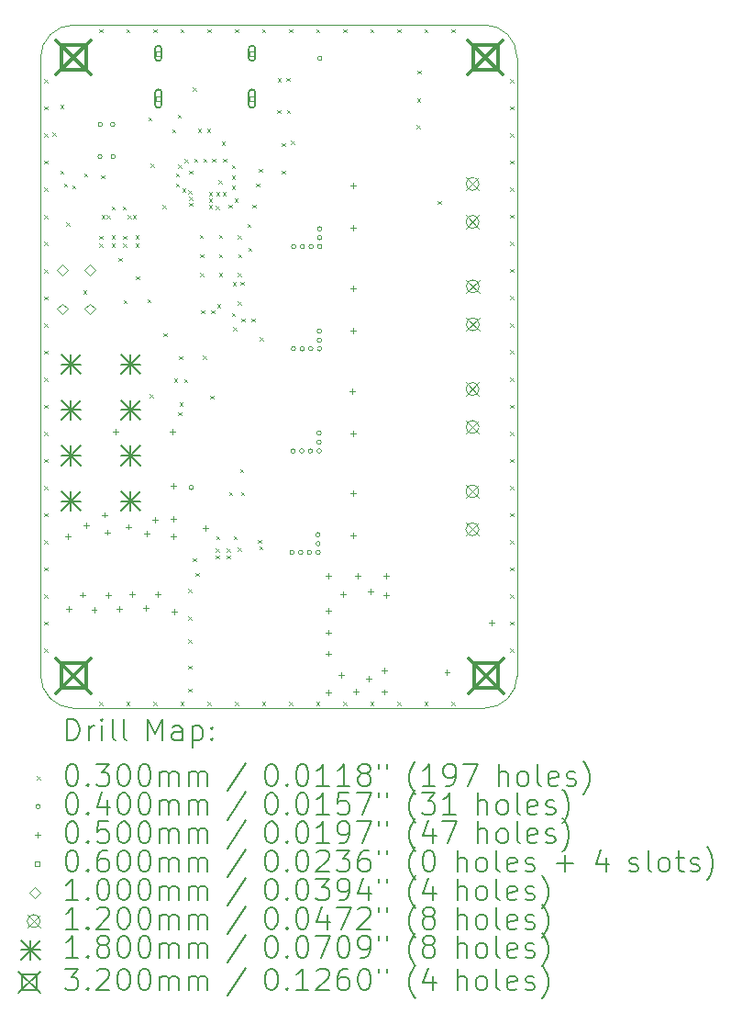
<source format=gbr>
%TF.GenerationSoftware,KiCad,Pcbnew,(7.0.0)*%
%TF.CreationDate,2023-03-30T04:11:30+01:00*%
%TF.ProjectId,flintandsteel,666c696e-7461-46e6-9473-7465656c2e6b,rev?*%
%TF.SameCoordinates,Original*%
%TF.FileFunction,Drillmap*%
%TF.FilePolarity,Positive*%
%FSLAX45Y45*%
G04 Gerber Fmt 4.5, Leading zero omitted, Abs format (unit mm)*
G04 Created by KiCad (PCBNEW (7.0.0)) date 2023-03-30 04:11:30*
%MOMM*%
%LPD*%
G01*
G04 APERTURE LIST*
%ADD10C,0.050000*%
%ADD11C,0.200000*%
%ADD12C,0.030000*%
%ADD13C,0.040000*%
%ADD14C,0.060000*%
%ADD15C,0.100000*%
%ADD16C,0.120000*%
%ADD17C,0.180000*%
%ADD18C,0.320000*%
G04 APERTURE END LIST*
D10*
X4193300Y-12713300D02*
X4193000Y-7026800D01*
X8593300Y-7020000D02*
X8593300Y-12720000D01*
X8293300Y-6720000D02*
X4499700Y-6720000D01*
X4500000Y-13020000D02*
X8293300Y-13020000D01*
X4193300Y-12713300D02*
G75*
G03*
X4500000Y-13020000I306700J0D01*
G01*
X4499700Y-6720000D02*
G75*
G03*
X4193000Y-7026800I0J-306700D01*
G01*
X8593300Y-7020000D02*
G75*
G03*
X8293300Y-6720000I-300000J0D01*
G01*
X8293300Y-13020000D02*
G75*
G03*
X8593300Y-12720000I0J300000D01*
G01*
D11*
D12*
X4226300Y-7221500D02*
X4256300Y-7251500D01*
X4256300Y-7221500D02*
X4226300Y-7251500D01*
X4226300Y-7471500D02*
X4256300Y-7501500D01*
X4256300Y-7471500D02*
X4226300Y-7501500D01*
X4226300Y-7721500D02*
X4256300Y-7751500D01*
X4256300Y-7721500D02*
X4226300Y-7751500D01*
X4226300Y-7971500D02*
X4256300Y-8001500D01*
X4256300Y-7971500D02*
X4226300Y-8001500D01*
X4226300Y-8221500D02*
X4256300Y-8251500D01*
X4256300Y-8221500D02*
X4226300Y-8251500D01*
X4226300Y-8471500D02*
X4256300Y-8501500D01*
X4256300Y-8471500D02*
X4226300Y-8501500D01*
X4226300Y-8721500D02*
X4256300Y-8751500D01*
X4256300Y-8721500D02*
X4226300Y-8751500D01*
X4226300Y-8971500D02*
X4256300Y-9001500D01*
X4256300Y-8971500D02*
X4226300Y-9001500D01*
X4226300Y-9221500D02*
X4256300Y-9251500D01*
X4256300Y-9221500D02*
X4226300Y-9251500D01*
X4226300Y-9471500D02*
X4256300Y-9501500D01*
X4256300Y-9471500D02*
X4226300Y-9501500D01*
X4226300Y-9721500D02*
X4256300Y-9751500D01*
X4256300Y-9721500D02*
X4226300Y-9751500D01*
X4226300Y-9971500D02*
X4256300Y-10001500D01*
X4256300Y-9971500D02*
X4226300Y-10001500D01*
X4226300Y-10221500D02*
X4256300Y-10251500D01*
X4256300Y-10221500D02*
X4226300Y-10251500D01*
X4226300Y-10471500D02*
X4256300Y-10501500D01*
X4256300Y-10471500D02*
X4226300Y-10501500D01*
X4226300Y-10721500D02*
X4256300Y-10751500D01*
X4256300Y-10721500D02*
X4226300Y-10751500D01*
X4226300Y-10971500D02*
X4256300Y-11001500D01*
X4256300Y-10971500D02*
X4226300Y-11001500D01*
X4226300Y-11221500D02*
X4256300Y-11251500D01*
X4256300Y-11221500D02*
X4226300Y-11251500D01*
X4226300Y-11471500D02*
X4256300Y-11501500D01*
X4256300Y-11471500D02*
X4226300Y-11501500D01*
X4226300Y-11721500D02*
X4256300Y-11751500D01*
X4256300Y-11721500D02*
X4226300Y-11751500D01*
X4226300Y-11971500D02*
X4256300Y-12001500D01*
X4256300Y-11971500D02*
X4226300Y-12001500D01*
X4226300Y-12221500D02*
X4256300Y-12251500D01*
X4256300Y-12221500D02*
X4226300Y-12251500D01*
X4226300Y-12471500D02*
X4256300Y-12501500D01*
X4256300Y-12471500D02*
X4226300Y-12501500D01*
X4302500Y-7713000D02*
X4332500Y-7743000D01*
X4332500Y-7713000D02*
X4302500Y-7743000D01*
X4375400Y-7458000D02*
X4405400Y-7488000D01*
X4405400Y-7458000D02*
X4375400Y-7488000D01*
X4377300Y-8064100D02*
X4407300Y-8094100D01*
X4407300Y-8064100D02*
X4377300Y-8094100D01*
X4410808Y-8180583D02*
X4440808Y-8210583D01*
X4440808Y-8180583D02*
X4410808Y-8210583D01*
X4432600Y-8542100D02*
X4462600Y-8572100D01*
X4462600Y-8542100D02*
X4432600Y-8572100D01*
X4486600Y-8199100D02*
X4516600Y-8229100D01*
X4516600Y-8199100D02*
X4486600Y-8229100D01*
X4587100Y-9170300D02*
X4617100Y-9200300D01*
X4617100Y-9170300D02*
X4587100Y-9200300D01*
X4596000Y-8087300D02*
X4626000Y-8117300D01*
X4626000Y-8087300D02*
X4596000Y-8117300D01*
X4733900Y-8737500D02*
X4763900Y-8767500D01*
X4763900Y-8737500D02*
X4733900Y-8767500D01*
X4734300Y-8663200D02*
X4764300Y-8693200D01*
X4764300Y-8663200D02*
X4734300Y-8693200D01*
X4737200Y-6759800D02*
X4767200Y-6789800D01*
X4767200Y-6759800D02*
X4737200Y-6789800D01*
X4737200Y-12959800D02*
X4767200Y-12989800D01*
X4767200Y-12959800D02*
X4737200Y-12989800D01*
X4752800Y-8107000D02*
X4782800Y-8137000D01*
X4782800Y-8107000D02*
X4752800Y-8137000D01*
X4756700Y-8473700D02*
X4786700Y-8503700D01*
X4786700Y-8473700D02*
X4756700Y-8503700D01*
X4801700Y-8473700D02*
X4831700Y-8503700D01*
X4831700Y-8473700D02*
X4801700Y-8503700D01*
X4849400Y-8736900D02*
X4879400Y-8766900D01*
X4879400Y-8736900D02*
X4849400Y-8766900D01*
X4849600Y-8661600D02*
X4879600Y-8691600D01*
X4879600Y-8661600D02*
X4849600Y-8691600D01*
X4850700Y-8393700D02*
X4880700Y-8423700D01*
X4880700Y-8393700D02*
X4850700Y-8423700D01*
X4914300Y-8867500D02*
X4944300Y-8897500D01*
X4944300Y-8867500D02*
X4914300Y-8897500D01*
X4952700Y-8393700D02*
X4982700Y-8423700D01*
X4982700Y-8393700D02*
X4952700Y-8423700D01*
X4955100Y-8662400D02*
X4985100Y-8692400D01*
X4985100Y-8662400D02*
X4955100Y-8692400D01*
X4955200Y-8736500D02*
X4985200Y-8766500D01*
X4985200Y-8736500D02*
X4955200Y-8766500D01*
X4958900Y-9256000D02*
X4988900Y-9286000D01*
X4988900Y-9256000D02*
X4958900Y-9286000D01*
X4987200Y-6759800D02*
X5017200Y-6789800D01*
X5017200Y-6759800D02*
X4987200Y-6789800D01*
X4987200Y-12959800D02*
X5017200Y-12989800D01*
X5017200Y-12959800D02*
X4987200Y-12989800D01*
X4999700Y-8473700D02*
X5029700Y-8503700D01*
X5029700Y-8473700D02*
X4999700Y-8503700D01*
X5044700Y-8473700D02*
X5074700Y-8503700D01*
X5074700Y-8473700D02*
X5044700Y-8503700D01*
X5070200Y-8737100D02*
X5100200Y-8767100D01*
X5100200Y-8737100D02*
X5070200Y-8767100D01*
X5070900Y-8662000D02*
X5100900Y-8692000D01*
X5100900Y-8662000D02*
X5070900Y-8692000D01*
X5076800Y-9038100D02*
X5106800Y-9068100D01*
X5106800Y-9038100D02*
X5076800Y-9068100D01*
X5182400Y-9248500D02*
X5212400Y-9278500D01*
X5212400Y-9248500D02*
X5182400Y-9278500D01*
X5188282Y-7570249D02*
X5218282Y-7600249D01*
X5218282Y-7570249D02*
X5188282Y-7600249D01*
X5203300Y-10124900D02*
X5233300Y-10154900D01*
X5233300Y-10124900D02*
X5203300Y-10154900D01*
X5208100Y-7999200D02*
X5238100Y-8029200D01*
X5238100Y-7999200D02*
X5208100Y-8029200D01*
X5237200Y-6759800D02*
X5267200Y-6789800D01*
X5267200Y-6759800D02*
X5237200Y-6789800D01*
X5237200Y-12959800D02*
X5267200Y-12989800D01*
X5267200Y-12959800D02*
X5237200Y-12989800D01*
X5318000Y-8378600D02*
X5348000Y-8408600D01*
X5348000Y-8378600D02*
X5318000Y-8408600D01*
X5327100Y-9559900D02*
X5357100Y-9589900D01*
X5357100Y-9559900D02*
X5327100Y-9589900D01*
X5407500Y-7684000D02*
X5437500Y-7714000D01*
X5437500Y-7684000D02*
X5407500Y-7714000D01*
X5426400Y-9981600D02*
X5456400Y-10011600D01*
X5456400Y-9981600D02*
X5426400Y-10011600D01*
X5443200Y-8181200D02*
X5473200Y-8211200D01*
X5473200Y-8181200D02*
X5443200Y-8211200D01*
X5443300Y-8089200D02*
X5473300Y-8119200D01*
X5473300Y-8089200D02*
X5443300Y-8119200D01*
X5460000Y-7545000D02*
X5490000Y-7575000D01*
X5490000Y-7545000D02*
X5460000Y-7575000D01*
X5462200Y-8010100D02*
X5492200Y-8040100D01*
X5492200Y-8010100D02*
X5462200Y-8040100D01*
X5463500Y-10291500D02*
X5493500Y-10321500D01*
X5493500Y-10291500D02*
X5463500Y-10321500D01*
X5474300Y-9773300D02*
X5504300Y-9803300D01*
X5504300Y-9773300D02*
X5474300Y-9803300D01*
X5476000Y-10202700D02*
X5506000Y-10232700D01*
X5506000Y-10202700D02*
X5476000Y-10232700D01*
X5487200Y-6759800D02*
X5517200Y-6789800D01*
X5517200Y-6759800D02*
X5487200Y-6789800D01*
X5487200Y-12959800D02*
X5517200Y-12989800D01*
X5517200Y-12959800D02*
X5487200Y-12989800D01*
X5501300Y-8227200D02*
X5531300Y-8257200D01*
X5531300Y-8227200D02*
X5501300Y-8257200D01*
X5520900Y-9985300D02*
X5550900Y-10015300D01*
X5550900Y-9985300D02*
X5520900Y-10015300D01*
X5524400Y-7959000D02*
X5554400Y-7989000D01*
X5554400Y-7959000D02*
X5524400Y-7989000D01*
X5556100Y-11917800D02*
X5586100Y-11947800D01*
X5586100Y-11917800D02*
X5556100Y-11947800D01*
X5556900Y-12172100D02*
X5586900Y-12202100D01*
X5586900Y-12172100D02*
X5556900Y-12202100D01*
X5557100Y-8245300D02*
X5587100Y-8275300D01*
X5587100Y-8245300D02*
X5557100Y-8275300D01*
X5557600Y-12387600D02*
X5587600Y-12417600D01*
X5587600Y-12387600D02*
X5557600Y-12417600D01*
X5557600Y-12625000D02*
X5587600Y-12655000D01*
X5587600Y-12625000D02*
X5557600Y-12655000D01*
X5557600Y-12837000D02*
X5587600Y-12867000D01*
X5587600Y-12837000D02*
X5557600Y-12867000D01*
X5563700Y-8304100D02*
X5593700Y-8334100D01*
X5593700Y-8304100D02*
X5563700Y-8334100D01*
X5565700Y-8063600D02*
X5595700Y-8093600D01*
X5595700Y-8063600D02*
X5565700Y-8093600D01*
X5567611Y-8360446D02*
X5597611Y-8390446D01*
X5597611Y-8360446D02*
X5567611Y-8390446D01*
X5598900Y-11634400D02*
X5628900Y-11664400D01*
X5628900Y-11634400D02*
X5598900Y-11664400D01*
X5599000Y-7299000D02*
X5629000Y-7329000D01*
X5629000Y-7299000D02*
X5599000Y-7329000D01*
X5610400Y-7952400D02*
X5640400Y-7982400D01*
X5640400Y-7952400D02*
X5610400Y-7982400D01*
X5626100Y-11771500D02*
X5656100Y-11801500D01*
X5656100Y-11771500D02*
X5626100Y-11801500D01*
X5647000Y-7679000D02*
X5677000Y-7709000D01*
X5677000Y-7679000D02*
X5647000Y-7709000D01*
X5664000Y-8655000D02*
X5694000Y-8685000D01*
X5694000Y-8655000D02*
X5664000Y-8685000D01*
X5666000Y-8833000D02*
X5696000Y-8863000D01*
X5696000Y-8833000D02*
X5666000Y-8863000D01*
X5666000Y-9008000D02*
X5696000Y-9038000D01*
X5696000Y-9008000D02*
X5666000Y-9038000D01*
X5673800Y-9348300D02*
X5703800Y-9378300D01*
X5703800Y-9348300D02*
X5673800Y-9378300D01*
X5691800Y-9771300D02*
X5721800Y-9801300D01*
X5721800Y-9771300D02*
X5691800Y-9801300D01*
X5695600Y-7952800D02*
X5725600Y-7982800D01*
X5725600Y-7952800D02*
X5695600Y-7982800D01*
X5730000Y-7678000D02*
X5760000Y-7708000D01*
X5760000Y-7678000D02*
X5730000Y-7708000D01*
X5737200Y-6759800D02*
X5767200Y-6789800D01*
X5767200Y-6759800D02*
X5737200Y-6789800D01*
X5737200Y-12959800D02*
X5767200Y-12989800D01*
X5767200Y-12959800D02*
X5737200Y-12989800D01*
X5746000Y-8321600D02*
X5776000Y-8351600D01*
X5776000Y-8321600D02*
X5746000Y-8351600D01*
X5746000Y-8380100D02*
X5776000Y-8410100D01*
X5776000Y-8380100D02*
X5746000Y-8410100D01*
X5746100Y-8263200D02*
X5776100Y-8293200D01*
X5776100Y-8263200D02*
X5746100Y-8293200D01*
X5760300Y-10135700D02*
X5790300Y-10165700D01*
X5790300Y-10135700D02*
X5760300Y-10165700D01*
X5770400Y-9349100D02*
X5800400Y-9379100D01*
X5800400Y-9349100D02*
X5770400Y-9379100D01*
X5775200Y-7952900D02*
X5805200Y-7982900D01*
X5805200Y-7952900D02*
X5775200Y-7982900D01*
X5811271Y-11546824D02*
X5841271Y-11576824D01*
X5841271Y-11546824D02*
X5811271Y-11576824D01*
X5811271Y-11611824D02*
X5841271Y-11641824D01*
X5841271Y-11611824D02*
X5811271Y-11641824D01*
X5812000Y-8388000D02*
X5842000Y-8418000D01*
X5842000Y-8388000D02*
X5812000Y-8418000D01*
X5815900Y-8263100D02*
X5845900Y-8293100D01*
X5845900Y-8263100D02*
X5815900Y-8293100D01*
X5816271Y-11431824D02*
X5846271Y-11461824D01*
X5846271Y-11431824D02*
X5816271Y-11461824D01*
X5823000Y-9293000D02*
X5853000Y-9323000D01*
X5853000Y-9293000D02*
X5823000Y-9323000D01*
X5835500Y-8153700D02*
X5865500Y-8183700D01*
X5865500Y-8153700D02*
X5835500Y-8183700D01*
X5840000Y-9008000D02*
X5870000Y-9038000D01*
X5870000Y-9008000D02*
X5840000Y-9038000D01*
X5841000Y-8655000D02*
X5871000Y-8685000D01*
X5871000Y-8655000D02*
X5841000Y-8685000D01*
X5842000Y-8835000D02*
X5872000Y-8865000D01*
X5872000Y-8835000D02*
X5842000Y-8865000D01*
X5867000Y-7796000D02*
X5897000Y-7826000D01*
X5897000Y-7796000D02*
X5867000Y-7826000D01*
X5874400Y-8263800D02*
X5904400Y-8293800D01*
X5904400Y-8263800D02*
X5874400Y-8293800D01*
X5877200Y-7953100D02*
X5907200Y-7983100D01*
X5907200Y-7953100D02*
X5877200Y-7983100D01*
X5911271Y-11546824D02*
X5941271Y-11576824D01*
X5941271Y-11546824D02*
X5911271Y-11576824D01*
X5911271Y-11611824D02*
X5941271Y-11641824D01*
X5941271Y-11611824D02*
X5911271Y-11641824D01*
X5930000Y-8376600D02*
X5960000Y-8406600D01*
X5960000Y-8376600D02*
X5930000Y-8406600D01*
X5935600Y-11027200D02*
X5965600Y-11057200D01*
X5965600Y-11027200D02*
X5935600Y-11057200D01*
X5957600Y-9377200D02*
X5987600Y-9407200D01*
X5987600Y-9377200D02*
X5957600Y-9407200D01*
X5958100Y-8201700D02*
X5988100Y-8231700D01*
X5988100Y-8201700D02*
X5958100Y-8231700D01*
X5958200Y-8108400D02*
X5988200Y-8138400D01*
X5988200Y-8108400D02*
X5958200Y-8138400D01*
X5958600Y-8011200D02*
X5988600Y-8041200D01*
X5988600Y-8011200D02*
X5958600Y-8041200D01*
X5967000Y-9090000D02*
X5997000Y-9120000D01*
X5997000Y-9090000D02*
X5967000Y-9120000D01*
X5973900Y-9506800D02*
X6003900Y-9536800D01*
X6003900Y-9506800D02*
X5973900Y-9536800D01*
X5976271Y-11431824D02*
X6006271Y-11461824D01*
X6006271Y-11431824D02*
X5976271Y-11461824D01*
X5984400Y-8319600D02*
X6014400Y-8349600D01*
X6014400Y-8319600D02*
X5984400Y-8349600D01*
X5987200Y-6759800D02*
X6017200Y-6789800D01*
X6017200Y-6759800D02*
X5987200Y-6789800D01*
X5987200Y-12959800D02*
X6017200Y-12989800D01*
X6017200Y-12959800D02*
X5987200Y-12989800D01*
X6013800Y-9269400D02*
X6043800Y-9299400D01*
X6043800Y-9269400D02*
X6013800Y-9299400D01*
X6013913Y-11539490D02*
X6043913Y-11569490D01*
X6043913Y-11539490D02*
X6013913Y-11569490D01*
X6015000Y-9008000D02*
X6045000Y-9038000D01*
X6045000Y-9008000D02*
X6015000Y-9038000D01*
X6016000Y-8658000D02*
X6046000Y-8688000D01*
X6046000Y-8658000D02*
X6016000Y-8688000D01*
X6018000Y-8834000D02*
X6048000Y-8864000D01*
X6048000Y-8834000D02*
X6018000Y-8864000D01*
X6035100Y-10813000D02*
X6065100Y-10843000D01*
X6065100Y-10813000D02*
X6035100Y-10843000D01*
X6040643Y-9088991D02*
X6070643Y-9118991D01*
X6070643Y-9088991D02*
X6040643Y-9118991D01*
X6044302Y-11026301D02*
X6074302Y-11056301D01*
X6074302Y-11026301D02*
X6044302Y-11056301D01*
X6046584Y-9428121D02*
X6076584Y-9458121D01*
X6076584Y-9428121D02*
X6046584Y-9458121D01*
X6104300Y-8555800D02*
X6134300Y-8585800D01*
X6134300Y-8555800D02*
X6104300Y-8585800D01*
X6111100Y-8773500D02*
X6141100Y-8803500D01*
X6141100Y-8773500D02*
X6111100Y-8803500D01*
X6143000Y-9428000D02*
X6173000Y-9458000D01*
X6173000Y-9428000D02*
X6143000Y-9458000D01*
X6150400Y-8377500D02*
X6180400Y-8407500D01*
X6180400Y-8377500D02*
X6150400Y-8407500D01*
X6186000Y-8183000D02*
X6216000Y-8213000D01*
X6216000Y-8183000D02*
X6186000Y-8213000D01*
X6201200Y-11467700D02*
X6231200Y-11497700D01*
X6231200Y-11467700D02*
X6201200Y-11497700D01*
X6208000Y-8045000D02*
X6238000Y-8075000D01*
X6238000Y-8045000D02*
X6208000Y-8075000D01*
X6211800Y-11526500D02*
X6241800Y-11556500D01*
X6241800Y-11526500D02*
X6211800Y-11556500D01*
X6219700Y-9601800D02*
X6249700Y-9631800D01*
X6249700Y-9601800D02*
X6219700Y-9631800D01*
X6237200Y-6759800D02*
X6267200Y-6789800D01*
X6267200Y-6759800D02*
X6237200Y-6789800D01*
X6237200Y-12959800D02*
X6267200Y-12989800D01*
X6267200Y-12959800D02*
X6237200Y-12989800D01*
X6378000Y-7503200D02*
X6408000Y-7533200D01*
X6408000Y-7503200D02*
X6378000Y-7533200D01*
X6381300Y-7210400D02*
X6411300Y-7240400D01*
X6411300Y-7210400D02*
X6381300Y-7240400D01*
X6418600Y-7807800D02*
X6448600Y-7837800D01*
X6448600Y-7807800D02*
X6418600Y-7837800D01*
X6420900Y-8062000D02*
X6450900Y-8092000D01*
X6450900Y-8062000D02*
X6420900Y-8092000D01*
X6465000Y-7206800D02*
X6495000Y-7236800D01*
X6495000Y-7206800D02*
X6465000Y-7236800D01*
X6465800Y-7503000D02*
X6495800Y-7533000D01*
X6495800Y-7503000D02*
X6465800Y-7533000D01*
X6487200Y-6759800D02*
X6517200Y-6789800D01*
X6517200Y-6759800D02*
X6487200Y-6789800D01*
X6487200Y-12959800D02*
X6517200Y-12989800D01*
X6517200Y-12959800D02*
X6487200Y-12989800D01*
X6506900Y-7787400D02*
X6536900Y-7817400D01*
X6536900Y-7787400D02*
X6506900Y-7817400D01*
X6737200Y-6759800D02*
X6767200Y-6789800D01*
X6767200Y-6759800D02*
X6737200Y-6789800D01*
X6737200Y-12959800D02*
X6767200Y-12989800D01*
X6767200Y-12959800D02*
X6737200Y-12989800D01*
X6987200Y-6759800D02*
X7017200Y-6789800D01*
X7017200Y-6759800D02*
X6987200Y-6789800D01*
X6987200Y-12959800D02*
X7017200Y-12989800D01*
X7017200Y-12959800D02*
X6987200Y-12989800D01*
X7237200Y-6759800D02*
X7267200Y-6789800D01*
X7267200Y-6759800D02*
X7237200Y-6789800D01*
X7237200Y-12959800D02*
X7267200Y-12989800D01*
X7267200Y-12959800D02*
X7237200Y-12989800D01*
X7487200Y-6759800D02*
X7517200Y-6789800D01*
X7517200Y-6759800D02*
X7487200Y-6789800D01*
X7487200Y-12959800D02*
X7517200Y-12989800D01*
X7517200Y-12959800D02*
X7487200Y-12989800D01*
X7664400Y-7644300D02*
X7694400Y-7674300D01*
X7694400Y-7644300D02*
X7664400Y-7674300D01*
X7671300Y-7397400D02*
X7701300Y-7427400D01*
X7701300Y-7397400D02*
X7671300Y-7427400D01*
X7673500Y-7141900D02*
X7703500Y-7171900D01*
X7703500Y-7141900D02*
X7673500Y-7171900D01*
X7737200Y-6759800D02*
X7767200Y-6789800D01*
X7767200Y-6759800D02*
X7737200Y-6789800D01*
X7737200Y-12959800D02*
X7767200Y-12989800D01*
X7767200Y-12959800D02*
X7737200Y-12989800D01*
X7858000Y-8341100D02*
X7888000Y-8371100D01*
X7888000Y-8341100D02*
X7858000Y-8371100D01*
X7987200Y-6759800D02*
X8017200Y-6789800D01*
X8017200Y-6759800D02*
X7987200Y-6789800D01*
X7987200Y-12959800D02*
X8017200Y-12989800D01*
X8017200Y-12959800D02*
X7987200Y-12989800D01*
X8530000Y-7220600D02*
X8560000Y-7250600D01*
X8560000Y-7220600D02*
X8530000Y-7250600D01*
X8530000Y-7470600D02*
X8560000Y-7500600D01*
X8560000Y-7470600D02*
X8530000Y-7500600D01*
X8530000Y-7720600D02*
X8560000Y-7750600D01*
X8560000Y-7720600D02*
X8530000Y-7750600D01*
X8530000Y-7970600D02*
X8560000Y-8000600D01*
X8560000Y-7970600D02*
X8530000Y-8000600D01*
X8530000Y-8220600D02*
X8560000Y-8250600D01*
X8560000Y-8220600D02*
X8530000Y-8250600D01*
X8530000Y-8470600D02*
X8560000Y-8500600D01*
X8560000Y-8470600D02*
X8530000Y-8500600D01*
X8530000Y-8720600D02*
X8560000Y-8750600D01*
X8560000Y-8720600D02*
X8530000Y-8750600D01*
X8530000Y-8970600D02*
X8560000Y-9000600D01*
X8560000Y-8970600D02*
X8530000Y-9000600D01*
X8530000Y-9220600D02*
X8560000Y-9250600D01*
X8560000Y-9220600D02*
X8530000Y-9250600D01*
X8530000Y-9470600D02*
X8560000Y-9500600D01*
X8560000Y-9470600D02*
X8530000Y-9500600D01*
X8530000Y-9720600D02*
X8560000Y-9750600D01*
X8560000Y-9720600D02*
X8530000Y-9750600D01*
X8530000Y-9970600D02*
X8560000Y-10000600D01*
X8560000Y-9970600D02*
X8530000Y-10000600D01*
X8530000Y-10220600D02*
X8560000Y-10250600D01*
X8560000Y-10220600D02*
X8530000Y-10250600D01*
X8530000Y-10470600D02*
X8560000Y-10500600D01*
X8560000Y-10470600D02*
X8530000Y-10500600D01*
X8530000Y-10720600D02*
X8560000Y-10750600D01*
X8560000Y-10720600D02*
X8530000Y-10750600D01*
X8530000Y-10970600D02*
X8560000Y-11000600D01*
X8560000Y-10970600D02*
X8530000Y-11000600D01*
X8530000Y-11220600D02*
X8560000Y-11250600D01*
X8560000Y-11220600D02*
X8530000Y-11250600D01*
X8530000Y-11470600D02*
X8560000Y-11500600D01*
X8560000Y-11470600D02*
X8530000Y-11500600D01*
X8530000Y-11720600D02*
X8560000Y-11750600D01*
X8560000Y-11720600D02*
X8530000Y-11750600D01*
X8530000Y-11970600D02*
X8560000Y-12000600D01*
X8560000Y-11970600D02*
X8530000Y-12000600D01*
X8530000Y-12220600D02*
X8560000Y-12250600D01*
X8560000Y-12220600D02*
X8530000Y-12250600D01*
X8530000Y-12470600D02*
X8560000Y-12500600D01*
X8560000Y-12470600D02*
X8530000Y-12500600D01*
D13*
X4762500Y-7935100D02*
G75*
G03*
X4762500Y-7935100I-20000J0D01*
G01*
X4765500Y-7639100D02*
G75*
G03*
X4765500Y-7639100I-20000J0D01*
G01*
X4765500Y-7639100D02*
G75*
G03*
X4765500Y-7639100I-20000J0D01*
G01*
X4879500Y-7639100D02*
G75*
G03*
X4879500Y-7639100I-20000J0D01*
G01*
X4884500Y-7935100D02*
G75*
G03*
X4884500Y-7935100I-20000J0D01*
G01*
X5605200Y-10984800D02*
G75*
G03*
X5605200Y-10984800I-20000J0D01*
G01*
X6535999Y-11582759D02*
G75*
G03*
X6535999Y-11582759I-20000J0D01*
G01*
X6544999Y-10648000D02*
G75*
G03*
X6544999Y-10648000I-20000J0D01*
G01*
X6548400Y-9705800D02*
G75*
G03*
X6548400Y-9705800I-20000J0D01*
G01*
X6550700Y-8763300D02*
G75*
G03*
X6550700Y-8763300I-20000J0D01*
G01*
X6616000Y-11582759D02*
G75*
G03*
X6616000Y-11582759I-20000J0D01*
G01*
X6625000Y-10648000D02*
G75*
G03*
X6625000Y-10648000I-20000J0D01*
G01*
X6628400Y-9705800D02*
G75*
G03*
X6628400Y-9705800I-20000J0D01*
G01*
X6630700Y-8763300D02*
G75*
G03*
X6630700Y-8763300I-20000J0D01*
G01*
X6696000Y-11582758D02*
G75*
G03*
X6696000Y-11582758I-20000J0D01*
G01*
X6705000Y-10648000D02*
G75*
G03*
X6705000Y-10648000I-20000J0D01*
G01*
X6708400Y-9705800D02*
G75*
G03*
X6708400Y-9705800I-20000J0D01*
G01*
X6710700Y-8763300D02*
G75*
G03*
X6710700Y-8763300I-20000J0D01*
G01*
X6775700Y-11419259D02*
G75*
G03*
X6775700Y-11419259I-20000J0D01*
G01*
X6776000Y-11582759D02*
G75*
G03*
X6776000Y-11582759I-20000J0D01*
G01*
X6776000Y-11502758D02*
G75*
G03*
X6776000Y-11502758I-20000J0D01*
G01*
X6784700Y-10484500D02*
G75*
G03*
X6784700Y-10484500I-20000J0D01*
G01*
X6784999Y-10648000D02*
G75*
G03*
X6784999Y-10648000I-20000J0D01*
G01*
X6785000Y-10568000D02*
G75*
G03*
X6785000Y-10568000I-20000J0D01*
G01*
X6788101Y-9542300D02*
G75*
G03*
X6788101Y-9542300I-20000J0D01*
G01*
X6788400Y-9705800D02*
G75*
G03*
X6788400Y-9705800I-20000J0D01*
G01*
X6788400Y-9625800D02*
G75*
G03*
X6788400Y-9625800I-20000J0D01*
G01*
X6790400Y-8599800D02*
G75*
G03*
X6790400Y-8599800I-20000J0D01*
G01*
X6790700Y-8763300D02*
G75*
G03*
X6790700Y-8763300I-20000J0D01*
G01*
X6790700Y-8683300D02*
G75*
G03*
X6790700Y-8683300I-20000J0D01*
G01*
X6791423Y-7027688D02*
G75*
G03*
X6791423Y-7027688I-20000J0D01*
G01*
D10*
X4448100Y-11408500D02*
X4448100Y-11458500D01*
X4423100Y-11433500D02*
X4473100Y-11433500D01*
X4451100Y-12080500D02*
X4451100Y-12130500D01*
X4426100Y-12105500D02*
X4476100Y-12105500D01*
X4579400Y-11948100D02*
X4579400Y-11998100D01*
X4554400Y-11973100D02*
X4604400Y-11973100D01*
X4615100Y-11311400D02*
X4615100Y-11361400D01*
X4590100Y-11336400D02*
X4640100Y-11336400D01*
X4687500Y-12090100D02*
X4687500Y-12140100D01*
X4662500Y-12115100D02*
X4712500Y-12115100D01*
X4786700Y-11211200D02*
X4786700Y-11261200D01*
X4761700Y-11236200D02*
X4811700Y-11236200D01*
X4810900Y-11372200D02*
X4810900Y-11422200D01*
X4785900Y-11397200D02*
X4835900Y-11397200D01*
X4819900Y-11954400D02*
X4819900Y-12004400D01*
X4794900Y-11979400D02*
X4844900Y-11979400D01*
X4886000Y-10445300D02*
X4886000Y-10495300D01*
X4861000Y-10470300D02*
X4911000Y-10470300D01*
X4917400Y-12079500D02*
X4917400Y-12129500D01*
X4892400Y-12104500D02*
X4942400Y-12104500D01*
X5007500Y-11321300D02*
X5007500Y-11371300D01*
X4982500Y-11346300D02*
X5032500Y-11346300D01*
X5040400Y-11945900D02*
X5040400Y-11995900D01*
X5015400Y-11970900D02*
X5065400Y-11970900D01*
X5164400Y-12069900D02*
X5164400Y-12119900D01*
X5139400Y-12094900D02*
X5189400Y-12094900D01*
X5175900Y-11388100D02*
X5175900Y-11438100D01*
X5150900Y-11413100D02*
X5200900Y-11413100D01*
X5249100Y-11254400D02*
X5249100Y-11304400D01*
X5224100Y-11279400D02*
X5274100Y-11279400D01*
X5275600Y-11945900D02*
X5275600Y-11995900D01*
X5250600Y-11970900D02*
X5300600Y-11970900D01*
X5409800Y-10447200D02*
X5409800Y-10497200D01*
X5384800Y-10472200D02*
X5434800Y-10472200D01*
X5418000Y-10947100D02*
X5418000Y-10997100D01*
X5393000Y-10972100D02*
X5443000Y-10972100D01*
X5420600Y-11406500D02*
X5420600Y-11456500D01*
X5395600Y-11431500D02*
X5445600Y-11431500D01*
X5422000Y-11252200D02*
X5422000Y-11302200D01*
X5397000Y-11277200D02*
X5447000Y-11277200D01*
X5431400Y-12107000D02*
X5431400Y-12157000D01*
X5406400Y-12132000D02*
X5456400Y-12132000D01*
X5719400Y-11336800D02*
X5719400Y-11386800D01*
X5694400Y-11361800D02*
X5744400Y-11361800D01*
X6852664Y-12095000D02*
X6852664Y-12145000D01*
X6827664Y-12120000D02*
X6877664Y-12120000D01*
X6852665Y-12295000D02*
X6852665Y-12345000D01*
X6827665Y-12320000D02*
X6877665Y-12320000D01*
X6852665Y-12490000D02*
X6852665Y-12540000D01*
X6827665Y-12515000D02*
X6877665Y-12515000D01*
X6852665Y-12850000D02*
X6852665Y-12900000D01*
X6827665Y-12875000D02*
X6877665Y-12875000D01*
X6853359Y-11775634D02*
X6853359Y-11825634D01*
X6828359Y-11800634D02*
X6878359Y-11800634D01*
X6967665Y-12685000D02*
X6967665Y-12735000D01*
X6942665Y-12710000D02*
X6992665Y-12710000D01*
X6982664Y-11945000D02*
X6982664Y-11995000D01*
X6957664Y-11970000D02*
X7007664Y-11970000D01*
X7073700Y-10070400D02*
X7073700Y-10120400D01*
X7048700Y-10095400D02*
X7098700Y-10095400D01*
X7076300Y-11012800D02*
X7076300Y-11062800D01*
X7051300Y-11037800D02*
X7101300Y-11037800D01*
X7076500Y-11403200D02*
X7076500Y-11453200D01*
X7051500Y-11428200D02*
X7101500Y-11428200D01*
X7077200Y-10459000D02*
X7077200Y-10509000D01*
X7052200Y-10484000D02*
X7102200Y-10484000D01*
X7077800Y-8567200D02*
X7077800Y-8617200D01*
X7052800Y-8592200D02*
X7102800Y-8592200D01*
X7078700Y-8179000D02*
X7078700Y-8229000D01*
X7053700Y-8204000D02*
X7103700Y-8204000D01*
X7079700Y-9125400D02*
X7079700Y-9175400D01*
X7054700Y-9150400D02*
X7104700Y-9150400D01*
X7080200Y-9513500D02*
X7080200Y-9563500D01*
X7055200Y-9538500D02*
X7105200Y-9538500D01*
X7107665Y-12840000D02*
X7107665Y-12890000D01*
X7082665Y-12865000D02*
X7132665Y-12865000D01*
X7122664Y-11775000D02*
X7122664Y-11825000D01*
X7097664Y-11800000D02*
X7147664Y-11800000D01*
X7222665Y-12720000D02*
X7222665Y-12770000D01*
X7197665Y-12745000D02*
X7247665Y-12745000D01*
X7237664Y-11915000D02*
X7237664Y-11965000D01*
X7212664Y-11940000D02*
X7262664Y-11940000D01*
X7367665Y-12845000D02*
X7367665Y-12895000D01*
X7342665Y-12870000D02*
X7392665Y-12870000D01*
X7367665Y-12645000D02*
X7367665Y-12695000D01*
X7342665Y-12670000D02*
X7392665Y-12670000D01*
X7382665Y-11950000D02*
X7382665Y-12000000D01*
X7357665Y-11975000D02*
X7407665Y-11975000D01*
X7387664Y-11775000D02*
X7387664Y-11825000D01*
X7362664Y-11800000D02*
X7412664Y-11800000D01*
X7947100Y-12662000D02*
X7947100Y-12712000D01*
X7922100Y-12687000D02*
X7972100Y-12687000D01*
X8356900Y-12206300D02*
X8356900Y-12256300D01*
X8331900Y-12231300D02*
X8381900Y-12231300D01*
D14*
X5302813Y-7003213D02*
X5302813Y-6960787D01*
X5260387Y-6960787D01*
X5260387Y-7003213D01*
X5302813Y-7003213D01*
D11*
X5251600Y-6942000D02*
X5251600Y-7022000D01*
X5251600Y-7022000D02*
G75*
G03*
X5311600Y-7022000I30000J0D01*
G01*
X5311600Y-7022000D02*
X5311600Y-6942000D01*
X5311600Y-6942000D02*
G75*
G03*
X5251600Y-6942000I-30000J0D01*
G01*
D14*
X5302813Y-7420213D02*
X5302813Y-7377787D01*
X5260387Y-7377787D01*
X5260387Y-7420213D01*
X5302813Y-7420213D01*
D11*
X5251600Y-7344000D02*
X5251600Y-7454000D01*
X5251600Y-7454000D02*
G75*
G03*
X5311600Y-7454000I30000J0D01*
G01*
X5311600Y-7454000D02*
X5311600Y-7344000D01*
X5311600Y-7344000D02*
G75*
G03*
X5251600Y-7344000I-30000J0D01*
G01*
D14*
X6166813Y-7003213D02*
X6166813Y-6960787D01*
X6124387Y-6960787D01*
X6124387Y-7003213D01*
X6166813Y-7003213D01*
D11*
X6115600Y-6942000D02*
X6115600Y-7022000D01*
X6115600Y-7022000D02*
G75*
G03*
X6175600Y-7022000I30000J0D01*
G01*
X6175600Y-7022000D02*
X6175600Y-6942000D01*
X6175600Y-6942000D02*
G75*
G03*
X6115600Y-6942000I-30000J0D01*
G01*
D14*
X6166813Y-7420213D02*
X6166813Y-7377787D01*
X6124387Y-7377787D01*
X6124387Y-7420213D01*
X6166813Y-7420213D01*
D11*
X6115600Y-7344000D02*
X6115600Y-7454000D01*
X6115600Y-7454000D02*
G75*
G03*
X6175600Y-7454000I30000J0D01*
G01*
X6175600Y-7454000D02*
X6175600Y-7344000D01*
X6175600Y-7344000D02*
G75*
G03*
X6115600Y-7344000I-30000J0D01*
G01*
D15*
X4392800Y-9028400D02*
X4442800Y-8978400D01*
X4392800Y-8928400D01*
X4342800Y-8978400D01*
X4392800Y-9028400D01*
X4392900Y-9389200D02*
X4442900Y-9339200D01*
X4392900Y-9289200D01*
X4342900Y-9339200D01*
X4392900Y-9389200D01*
X4646800Y-9028400D02*
X4696800Y-8978400D01*
X4646800Y-8928400D01*
X4596800Y-8978400D01*
X4646800Y-9028400D01*
X4646900Y-9389200D02*
X4696900Y-9339200D01*
X4646900Y-9289200D01*
X4596900Y-9339200D01*
X4646900Y-9389200D01*
D16*
X8119888Y-10960323D02*
X8239888Y-11080323D01*
X8239888Y-10960323D02*
X8119888Y-11080323D01*
X8239888Y-11020323D02*
G75*
G03*
X8239888Y-11020323I-60000J0D01*
G01*
X8119888Y-11310323D02*
X8239888Y-11430323D01*
X8239888Y-11310323D02*
X8119888Y-11430323D01*
X8239888Y-11370323D02*
G75*
G03*
X8239888Y-11370323I-60000J0D01*
G01*
X8121330Y-10016736D02*
X8241330Y-10136736D01*
X8241330Y-10016736D02*
X8121330Y-10136736D01*
X8241330Y-10076736D02*
G75*
G03*
X8241330Y-10076736I-60000J0D01*
G01*
X8121330Y-10366736D02*
X8241330Y-10486736D01*
X8241330Y-10366736D02*
X8121330Y-10486736D01*
X8241330Y-10426736D02*
G75*
G03*
X8241330Y-10426736I-60000J0D01*
G01*
X8121339Y-8125914D02*
X8241339Y-8245914D01*
X8241339Y-8125914D02*
X8121339Y-8245914D01*
X8241339Y-8185914D02*
G75*
G03*
X8241339Y-8185914I-60000J0D01*
G01*
X8121339Y-8475914D02*
X8241339Y-8595914D01*
X8241339Y-8475914D02*
X8121339Y-8595914D01*
X8241339Y-8535914D02*
G75*
G03*
X8241339Y-8535914I-60000J0D01*
G01*
X8123970Y-9071314D02*
X8243970Y-9191314D01*
X8243970Y-9071314D02*
X8123970Y-9191314D01*
X8243970Y-9131314D02*
G75*
G03*
X8243970Y-9131314I-60000J0D01*
G01*
X8123970Y-9421314D02*
X8243970Y-9541314D01*
X8243970Y-9421314D02*
X8123970Y-9541314D01*
X8243970Y-9481314D02*
G75*
G03*
X8243970Y-9481314I-60000J0D01*
G01*
D17*
X4385410Y-9760000D02*
X4565410Y-9940000D01*
X4565410Y-9760000D02*
X4385410Y-9940000D01*
X4475410Y-9760000D02*
X4475410Y-9940000D01*
X4385410Y-9850000D02*
X4565410Y-9850000D01*
X4385410Y-10180000D02*
X4565410Y-10360000D01*
X4565410Y-10180000D02*
X4385410Y-10360000D01*
X4475410Y-10180000D02*
X4475410Y-10360000D01*
X4385410Y-10270000D02*
X4565410Y-10270000D01*
X4385410Y-10600000D02*
X4565410Y-10780000D01*
X4565410Y-10600000D02*
X4385410Y-10780000D01*
X4475410Y-10600000D02*
X4475410Y-10780000D01*
X4385410Y-10690000D02*
X4565410Y-10690000D01*
X4385410Y-11020000D02*
X4565410Y-11200000D01*
X4565410Y-11020000D02*
X4385410Y-11200000D01*
X4475410Y-11020000D02*
X4475410Y-11200000D01*
X4385410Y-11110000D02*
X4565410Y-11110000D01*
X4935410Y-9760000D02*
X5115410Y-9940000D01*
X5115410Y-9760000D02*
X4935410Y-9940000D01*
X5025410Y-9760000D02*
X5025410Y-9940000D01*
X4935410Y-9850000D02*
X5115410Y-9850000D01*
X4935410Y-10180000D02*
X5115410Y-10360000D01*
X5115410Y-10180000D02*
X4935410Y-10360000D01*
X5025410Y-10180000D02*
X5025410Y-10360000D01*
X4935410Y-10270000D02*
X5115410Y-10270000D01*
X4935410Y-10600000D02*
X5115410Y-10780000D01*
X5115410Y-10600000D02*
X4935410Y-10780000D01*
X5025410Y-10600000D02*
X5025410Y-10780000D01*
X4935410Y-10690000D02*
X5115410Y-10690000D01*
X4935410Y-11020000D02*
X5115410Y-11200000D01*
X5115410Y-11020000D02*
X4935410Y-11200000D01*
X5025410Y-11020000D02*
X5025410Y-11200000D01*
X4935410Y-11110000D02*
X5115410Y-11110000D01*
D18*
X4340000Y-6860000D02*
X4660000Y-7180000D01*
X4660000Y-6860000D02*
X4340000Y-7180000D01*
X4613138Y-7133138D02*
X4613138Y-6906862D01*
X4386862Y-6906862D01*
X4386862Y-7133138D01*
X4613138Y-7133138D01*
X4340000Y-12560000D02*
X4660000Y-12880000D01*
X4660000Y-12560000D02*
X4340000Y-12880000D01*
X4613138Y-12833138D02*
X4613138Y-12606862D01*
X4386862Y-12606862D01*
X4386862Y-12833138D01*
X4613138Y-12833138D01*
X8140000Y-6860000D02*
X8460000Y-7180000D01*
X8460000Y-6860000D02*
X8140000Y-7180000D01*
X8413138Y-7133138D02*
X8413138Y-6906862D01*
X8186862Y-6906862D01*
X8186862Y-7133138D01*
X8413138Y-7133138D01*
X8146700Y-12560000D02*
X8466700Y-12880000D01*
X8466700Y-12560000D02*
X8146700Y-12880000D01*
X8419838Y-12833138D02*
X8419838Y-12606862D01*
X8193562Y-12606862D01*
X8193562Y-12833138D01*
X8419838Y-12833138D01*
D11*
X4438119Y-13315976D02*
X4438119Y-13115976D01*
X4438119Y-13115976D02*
X4485738Y-13115976D01*
X4485738Y-13115976D02*
X4514310Y-13125500D01*
X4514310Y-13125500D02*
X4533357Y-13144548D01*
X4533357Y-13144548D02*
X4542881Y-13163595D01*
X4542881Y-13163595D02*
X4552405Y-13201690D01*
X4552405Y-13201690D02*
X4552405Y-13230262D01*
X4552405Y-13230262D02*
X4542881Y-13268357D01*
X4542881Y-13268357D02*
X4533357Y-13287405D01*
X4533357Y-13287405D02*
X4514310Y-13306452D01*
X4514310Y-13306452D02*
X4485738Y-13315976D01*
X4485738Y-13315976D02*
X4438119Y-13315976D01*
X4638119Y-13315976D02*
X4638119Y-13182643D01*
X4638119Y-13220738D02*
X4647643Y-13201690D01*
X4647643Y-13201690D02*
X4657167Y-13192167D01*
X4657167Y-13192167D02*
X4676214Y-13182643D01*
X4676214Y-13182643D02*
X4695262Y-13182643D01*
X4761929Y-13315976D02*
X4761929Y-13182643D01*
X4761929Y-13115976D02*
X4752405Y-13125500D01*
X4752405Y-13125500D02*
X4761929Y-13135024D01*
X4761929Y-13135024D02*
X4771452Y-13125500D01*
X4771452Y-13125500D02*
X4761929Y-13115976D01*
X4761929Y-13115976D02*
X4761929Y-13135024D01*
X4885738Y-13315976D02*
X4866690Y-13306452D01*
X4866690Y-13306452D02*
X4857167Y-13287405D01*
X4857167Y-13287405D02*
X4857167Y-13115976D01*
X4990500Y-13315976D02*
X4971452Y-13306452D01*
X4971452Y-13306452D02*
X4961929Y-13287405D01*
X4961929Y-13287405D02*
X4961929Y-13115976D01*
X5186690Y-13315976D02*
X5186690Y-13115976D01*
X5186690Y-13115976D02*
X5253357Y-13258833D01*
X5253357Y-13258833D02*
X5320024Y-13115976D01*
X5320024Y-13115976D02*
X5320024Y-13315976D01*
X5500976Y-13315976D02*
X5500976Y-13211214D01*
X5500976Y-13211214D02*
X5491452Y-13192167D01*
X5491452Y-13192167D02*
X5472405Y-13182643D01*
X5472405Y-13182643D02*
X5434309Y-13182643D01*
X5434309Y-13182643D02*
X5415262Y-13192167D01*
X5500976Y-13306452D02*
X5481929Y-13315976D01*
X5481929Y-13315976D02*
X5434309Y-13315976D01*
X5434309Y-13315976D02*
X5415262Y-13306452D01*
X5415262Y-13306452D02*
X5405738Y-13287405D01*
X5405738Y-13287405D02*
X5405738Y-13268357D01*
X5405738Y-13268357D02*
X5415262Y-13249309D01*
X5415262Y-13249309D02*
X5434309Y-13239786D01*
X5434309Y-13239786D02*
X5481929Y-13239786D01*
X5481929Y-13239786D02*
X5500976Y-13230262D01*
X5596214Y-13182643D02*
X5596214Y-13382643D01*
X5596214Y-13192167D02*
X5615262Y-13182643D01*
X5615262Y-13182643D02*
X5653357Y-13182643D01*
X5653357Y-13182643D02*
X5672405Y-13192167D01*
X5672405Y-13192167D02*
X5681928Y-13201690D01*
X5681928Y-13201690D02*
X5691452Y-13220738D01*
X5691452Y-13220738D02*
X5691452Y-13277881D01*
X5691452Y-13277881D02*
X5681928Y-13296928D01*
X5681928Y-13296928D02*
X5672405Y-13306452D01*
X5672405Y-13306452D02*
X5653357Y-13315976D01*
X5653357Y-13315976D02*
X5615262Y-13315976D01*
X5615262Y-13315976D02*
X5596214Y-13306452D01*
X5777167Y-13296928D02*
X5786690Y-13306452D01*
X5786690Y-13306452D02*
X5777167Y-13315976D01*
X5777167Y-13315976D02*
X5767643Y-13306452D01*
X5767643Y-13306452D02*
X5777167Y-13296928D01*
X5777167Y-13296928D02*
X5777167Y-13315976D01*
X5777167Y-13192167D02*
X5786690Y-13201690D01*
X5786690Y-13201690D02*
X5777167Y-13211214D01*
X5777167Y-13211214D02*
X5767643Y-13201690D01*
X5767643Y-13201690D02*
X5777167Y-13192167D01*
X5777167Y-13192167D02*
X5777167Y-13211214D01*
D12*
X4160500Y-13647500D02*
X4190500Y-13677500D01*
X4190500Y-13647500D02*
X4160500Y-13677500D01*
D11*
X4476214Y-13535976D02*
X4495262Y-13535976D01*
X4495262Y-13535976D02*
X4514310Y-13545500D01*
X4514310Y-13545500D02*
X4523833Y-13555024D01*
X4523833Y-13555024D02*
X4533357Y-13574071D01*
X4533357Y-13574071D02*
X4542881Y-13612167D01*
X4542881Y-13612167D02*
X4542881Y-13659786D01*
X4542881Y-13659786D02*
X4533357Y-13697881D01*
X4533357Y-13697881D02*
X4523833Y-13716928D01*
X4523833Y-13716928D02*
X4514310Y-13726452D01*
X4514310Y-13726452D02*
X4495262Y-13735976D01*
X4495262Y-13735976D02*
X4476214Y-13735976D01*
X4476214Y-13735976D02*
X4457167Y-13726452D01*
X4457167Y-13726452D02*
X4447643Y-13716928D01*
X4447643Y-13716928D02*
X4438119Y-13697881D01*
X4438119Y-13697881D02*
X4428595Y-13659786D01*
X4428595Y-13659786D02*
X4428595Y-13612167D01*
X4428595Y-13612167D02*
X4438119Y-13574071D01*
X4438119Y-13574071D02*
X4447643Y-13555024D01*
X4447643Y-13555024D02*
X4457167Y-13545500D01*
X4457167Y-13545500D02*
X4476214Y-13535976D01*
X4628595Y-13716928D02*
X4638119Y-13726452D01*
X4638119Y-13726452D02*
X4628595Y-13735976D01*
X4628595Y-13735976D02*
X4619071Y-13726452D01*
X4619071Y-13726452D02*
X4628595Y-13716928D01*
X4628595Y-13716928D02*
X4628595Y-13735976D01*
X4704786Y-13535976D02*
X4828595Y-13535976D01*
X4828595Y-13535976D02*
X4761929Y-13612167D01*
X4761929Y-13612167D02*
X4790500Y-13612167D01*
X4790500Y-13612167D02*
X4809548Y-13621690D01*
X4809548Y-13621690D02*
X4819071Y-13631214D01*
X4819071Y-13631214D02*
X4828595Y-13650262D01*
X4828595Y-13650262D02*
X4828595Y-13697881D01*
X4828595Y-13697881D02*
X4819071Y-13716928D01*
X4819071Y-13716928D02*
X4809548Y-13726452D01*
X4809548Y-13726452D02*
X4790500Y-13735976D01*
X4790500Y-13735976D02*
X4733357Y-13735976D01*
X4733357Y-13735976D02*
X4714310Y-13726452D01*
X4714310Y-13726452D02*
X4704786Y-13716928D01*
X4952405Y-13535976D02*
X4971452Y-13535976D01*
X4971452Y-13535976D02*
X4990500Y-13545500D01*
X4990500Y-13545500D02*
X5000024Y-13555024D01*
X5000024Y-13555024D02*
X5009548Y-13574071D01*
X5009548Y-13574071D02*
X5019071Y-13612167D01*
X5019071Y-13612167D02*
X5019071Y-13659786D01*
X5019071Y-13659786D02*
X5009548Y-13697881D01*
X5009548Y-13697881D02*
X5000024Y-13716928D01*
X5000024Y-13716928D02*
X4990500Y-13726452D01*
X4990500Y-13726452D02*
X4971452Y-13735976D01*
X4971452Y-13735976D02*
X4952405Y-13735976D01*
X4952405Y-13735976D02*
X4933357Y-13726452D01*
X4933357Y-13726452D02*
X4923833Y-13716928D01*
X4923833Y-13716928D02*
X4914310Y-13697881D01*
X4914310Y-13697881D02*
X4904786Y-13659786D01*
X4904786Y-13659786D02*
X4904786Y-13612167D01*
X4904786Y-13612167D02*
X4914310Y-13574071D01*
X4914310Y-13574071D02*
X4923833Y-13555024D01*
X4923833Y-13555024D02*
X4933357Y-13545500D01*
X4933357Y-13545500D02*
X4952405Y-13535976D01*
X5142881Y-13535976D02*
X5161929Y-13535976D01*
X5161929Y-13535976D02*
X5180976Y-13545500D01*
X5180976Y-13545500D02*
X5190500Y-13555024D01*
X5190500Y-13555024D02*
X5200024Y-13574071D01*
X5200024Y-13574071D02*
X5209548Y-13612167D01*
X5209548Y-13612167D02*
X5209548Y-13659786D01*
X5209548Y-13659786D02*
X5200024Y-13697881D01*
X5200024Y-13697881D02*
X5190500Y-13716928D01*
X5190500Y-13716928D02*
X5180976Y-13726452D01*
X5180976Y-13726452D02*
X5161929Y-13735976D01*
X5161929Y-13735976D02*
X5142881Y-13735976D01*
X5142881Y-13735976D02*
X5123833Y-13726452D01*
X5123833Y-13726452D02*
X5114310Y-13716928D01*
X5114310Y-13716928D02*
X5104786Y-13697881D01*
X5104786Y-13697881D02*
X5095262Y-13659786D01*
X5095262Y-13659786D02*
X5095262Y-13612167D01*
X5095262Y-13612167D02*
X5104786Y-13574071D01*
X5104786Y-13574071D02*
X5114310Y-13555024D01*
X5114310Y-13555024D02*
X5123833Y-13545500D01*
X5123833Y-13545500D02*
X5142881Y-13535976D01*
X5295262Y-13735976D02*
X5295262Y-13602643D01*
X5295262Y-13621690D02*
X5304786Y-13612167D01*
X5304786Y-13612167D02*
X5323833Y-13602643D01*
X5323833Y-13602643D02*
X5352405Y-13602643D01*
X5352405Y-13602643D02*
X5371452Y-13612167D01*
X5371452Y-13612167D02*
X5380976Y-13631214D01*
X5380976Y-13631214D02*
X5380976Y-13735976D01*
X5380976Y-13631214D02*
X5390500Y-13612167D01*
X5390500Y-13612167D02*
X5409548Y-13602643D01*
X5409548Y-13602643D02*
X5438119Y-13602643D01*
X5438119Y-13602643D02*
X5457167Y-13612167D01*
X5457167Y-13612167D02*
X5466691Y-13631214D01*
X5466691Y-13631214D02*
X5466691Y-13735976D01*
X5561929Y-13735976D02*
X5561929Y-13602643D01*
X5561929Y-13621690D02*
X5571452Y-13612167D01*
X5571452Y-13612167D02*
X5590500Y-13602643D01*
X5590500Y-13602643D02*
X5619071Y-13602643D01*
X5619071Y-13602643D02*
X5638119Y-13612167D01*
X5638119Y-13612167D02*
X5647643Y-13631214D01*
X5647643Y-13631214D02*
X5647643Y-13735976D01*
X5647643Y-13631214D02*
X5657167Y-13612167D01*
X5657167Y-13612167D02*
X5676214Y-13602643D01*
X5676214Y-13602643D02*
X5704786Y-13602643D01*
X5704786Y-13602643D02*
X5723833Y-13612167D01*
X5723833Y-13612167D02*
X5733357Y-13631214D01*
X5733357Y-13631214D02*
X5733357Y-13735976D01*
X6091452Y-13526452D02*
X5920024Y-13783595D01*
X6316214Y-13535976D02*
X6335262Y-13535976D01*
X6335262Y-13535976D02*
X6354310Y-13545500D01*
X6354310Y-13545500D02*
X6363833Y-13555024D01*
X6363833Y-13555024D02*
X6373357Y-13574071D01*
X6373357Y-13574071D02*
X6382881Y-13612167D01*
X6382881Y-13612167D02*
X6382881Y-13659786D01*
X6382881Y-13659786D02*
X6373357Y-13697881D01*
X6373357Y-13697881D02*
X6363833Y-13716928D01*
X6363833Y-13716928D02*
X6354310Y-13726452D01*
X6354310Y-13726452D02*
X6335262Y-13735976D01*
X6335262Y-13735976D02*
X6316214Y-13735976D01*
X6316214Y-13735976D02*
X6297167Y-13726452D01*
X6297167Y-13726452D02*
X6287643Y-13716928D01*
X6287643Y-13716928D02*
X6278119Y-13697881D01*
X6278119Y-13697881D02*
X6268595Y-13659786D01*
X6268595Y-13659786D02*
X6268595Y-13612167D01*
X6268595Y-13612167D02*
X6278119Y-13574071D01*
X6278119Y-13574071D02*
X6287643Y-13555024D01*
X6287643Y-13555024D02*
X6297167Y-13545500D01*
X6297167Y-13545500D02*
X6316214Y-13535976D01*
X6468595Y-13716928D02*
X6478119Y-13726452D01*
X6478119Y-13726452D02*
X6468595Y-13735976D01*
X6468595Y-13735976D02*
X6459071Y-13726452D01*
X6459071Y-13726452D02*
X6468595Y-13716928D01*
X6468595Y-13716928D02*
X6468595Y-13735976D01*
X6601929Y-13535976D02*
X6620976Y-13535976D01*
X6620976Y-13535976D02*
X6640024Y-13545500D01*
X6640024Y-13545500D02*
X6649548Y-13555024D01*
X6649548Y-13555024D02*
X6659071Y-13574071D01*
X6659071Y-13574071D02*
X6668595Y-13612167D01*
X6668595Y-13612167D02*
X6668595Y-13659786D01*
X6668595Y-13659786D02*
X6659071Y-13697881D01*
X6659071Y-13697881D02*
X6649548Y-13716928D01*
X6649548Y-13716928D02*
X6640024Y-13726452D01*
X6640024Y-13726452D02*
X6620976Y-13735976D01*
X6620976Y-13735976D02*
X6601929Y-13735976D01*
X6601929Y-13735976D02*
X6582881Y-13726452D01*
X6582881Y-13726452D02*
X6573357Y-13716928D01*
X6573357Y-13716928D02*
X6563833Y-13697881D01*
X6563833Y-13697881D02*
X6554310Y-13659786D01*
X6554310Y-13659786D02*
X6554310Y-13612167D01*
X6554310Y-13612167D02*
X6563833Y-13574071D01*
X6563833Y-13574071D02*
X6573357Y-13555024D01*
X6573357Y-13555024D02*
X6582881Y-13545500D01*
X6582881Y-13545500D02*
X6601929Y-13535976D01*
X6859071Y-13735976D02*
X6744786Y-13735976D01*
X6801929Y-13735976D02*
X6801929Y-13535976D01*
X6801929Y-13535976D02*
X6782881Y-13564548D01*
X6782881Y-13564548D02*
X6763833Y-13583595D01*
X6763833Y-13583595D02*
X6744786Y-13593119D01*
X7049548Y-13735976D02*
X6935262Y-13735976D01*
X6992405Y-13735976D02*
X6992405Y-13535976D01*
X6992405Y-13535976D02*
X6973357Y-13564548D01*
X6973357Y-13564548D02*
X6954310Y-13583595D01*
X6954310Y-13583595D02*
X6935262Y-13593119D01*
X7163833Y-13621690D02*
X7144786Y-13612167D01*
X7144786Y-13612167D02*
X7135262Y-13602643D01*
X7135262Y-13602643D02*
X7125738Y-13583595D01*
X7125738Y-13583595D02*
X7125738Y-13574071D01*
X7125738Y-13574071D02*
X7135262Y-13555024D01*
X7135262Y-13555024D02*
X7144786Y-13545500D01*
X7144786Y-13545500D02*
X7163833Y-13535976D01*
X7163833Y-13535976D02*
X7201929Y-13535976D01*
X7201929Y-13535976D02*
X7220976Y-13545500D01*
X7220976Y-13545500D02*
X7230500Y-13555024D01*
X7230500Y-13555024D02*
X7240024Y-13574071D01*
X7240024Y-13574071D02*
X7240024Y-13583595D01*
X7240024Y-13583595D02*
X7230500Y-13602643D01*
X7230500Y-13602643D02*
X7220976Y-13612167D01*
X7220976Y-13612167D02*
X7201929Y-13621690D01*
X7201929Y-13621690D02*
X7163833Y-13621690D01*
X7163833Y-13621690D02*
X7144786Y-13631214D01*
X7144786Y-13631214D02*
X7135262Y-13640738D01*
X7135262Y-13640738D02*
X7125738Y-13659786D01*
X7125738Y-13659786D02*
X7125738Y-13697881D01*
X7125738Y-13697881D02*
X7135262Y-13716928D01*
X7135262Y-13716928D02*
X7144786Y-13726452D01*
X7144786Y-13726452D02*
X7163833Y-13735976D01*
X7163833Y-13735976D02*
X7201929Y-13735976D01*
X7201929Y-13735976D02*
X7220976Y-13726452D01*
X7220976Y-13726452D02*
X7230500Y-13716928D01*
X7230500Y-13716928D02*
X7240024Y-13697881D01*
X7240024Y-13697881D02*
X7240024Y-13659786D01*
X7240024Y-13659786D02*
X7230500Y-13640738D01*
X7230500Y-13640738D02*
X7220976Y-13631214D01*
X7220976Y-13631214D02*
X7201929Y-13621690D01*
X7316214Y-13535976D02*
X7316214Y-13574071D01*
X7392405Y-13535976D02*
X7392405Y-13574071D01*
X7655262Y-13812167D02*
X7645738Y-13802643D01*
X7645738Y-13802643D02*
X7626691Y-13774071D01*
X7626691Y-13774071D02*
X7617167Y-13755024D01*
X7617167Y-13755024D02*
X7607643Y-13726452D01*
X7607643Y-13726452D02*
X7598119Y-13678833D01*
X7598119Y-13678833D02*
X7598119Y-13640738D01*
X7598119Y-13640738D02*
X7607643Y-13593119D01*
X7607643Y-13593119D02*
X7617167Y-13564548D01*
X7617167Y-13564548D02*
X7626691Y-13545500D01*
X7626691Y-13545500D02*
X7645738Y-13516928D01*
X7645738Y-13516928D02*
X7655262Y-13507405D01*
X7836214Y-13735976D02*
X7721929Y-13735976D01*
X7779071Y-13735976D02*
X7779071Y-13535976D01*
X7779071Y-13535976D02*
X7760024Y-13564548D01*
X7760024Y-13564548D02*
X7740976Y-13583595D01*
X7740976Y-13583595D02*
X7721929Y-13593119D01*
X7931452Y-13735976D02*
X7969548Y-13735976D01*
X7969548Y-13735976D02*
X7988595Y-13726452D01*
X7988595Y-13726452D02*
X7998119Y-13716928D01*
X7998119Y-13716928D02*
X8017167Y-13688357D01*
X8017167Y-13688357D02*
X8026691Y-13650262D01*
X8026691Y-13650262D02*
X8026691Y-13574071D01*
X8026691Y-13574071D02*
X8017167Y-13555024D01*
X8017167Y-13555024D02*
X8007643Y-13545500D01*
X8007643Y-13545500D02*
X7988595Y-13535976D01*
X7988595Y-13535976D02*
X7950500Y-13535976D01*
X7950500Y-13535976D02*
X7931452Y-13545500D01*
X7931452Y-13545500D02*
X7921929Y-13555024D01*
X7921929Y-13555024D02*
X7912405Y-13574071D01*
X7912405Y-13574071D02*
X7912405Y-13621690D01*
X7912405Y-13621690D02*
X7921929Y-13640738D01*
X7921929Y-13640738D02*
X7931452Y-13650262D01*
X7931452Y-13650262D02*
X7950500Y-13659786D01*
X7950500Y-13659786D02*
X7988595Y-13659786D01*
X7988595Y-13659786D02*
X8007643Y-13650262D01*
X8007643Y-13650262D02*
X8017167Y-13640738D01*
X8017167Y-13640738D02*
X8026691Y-13621690D01*
X8093357Y-13535976D02*
X8226691Y-13535976D01*
X8226691Y-13535976D02*
X8140976Y-13735976D01*
X8422881Y-13735976D02*
X8422881Y-13535976D01*
X8508595Y-13735976D02*
X8508595Y-13631214D01*
X8508595Y-13631214D02*
X8499072Y-13612167D01*
X8499072Y-13612167D02*
X8480024Y-13602643D01*
X8480024Y-13602643D02*
X8451453Y-13602643D01*
X8451453Y-13602643D02*
X8432405Y-13612167D01*
X8432405Y-13612167D02*
X8422881Y-13621690D01*
X8632405Y-13735976D02*
X8613357Y-13726452D01*
X8613357Y-13726452D02*
X8603834Y-13716928D01*
X8603834Y-13716928D02*
X8594310Y-13697881D01*
X8594310Y-13697881D02*
X8594310Y-13640738D01*
X8594310Y-13640738D02*
X8603834Y-13621690D01*
X8603834Y-13621690D02*
X8613357Y-13612167D01*
X8613357Y-13612167D02*
X8632405Y-13602643D01*
X8632405Y-13602643D02*
X8660976Y-13602643D01*
X8660976Y-13602643D02*
X8680024Y-13612167D01*
X8680024Y-13612167D02*
X8689548Y-13621690D01*
X8689548Y-13621690D02*
X8699072Y-13640738D01*
X8699072Y-13640738D02*
X8699072Y-13697881D01*
X8699072Y-13697881D02*
X8689548Y-13716928D01*
X8689548Y-13716928D02*
X8680024Y-13726452D01*
X8680024Y-13726452D02*
X8660976Y-13735976D01*
X8660976Y-13735976D02*
X8632405Y-13735976D01*
X8813357Y-13735976D02*
X8794310Y-13726452D01*
X8794310Y-13726452D02*
X8784786Y-13707405D01*
X8784786Y-13707405D02*
X8784786Y-13535976D01*
X8965738Y-13726452D02*
X8946691Y-13735976D01*
X8946691Y-13735976D02*
X8908595Y-13735976D01*
X8908595Y-13735976D02*
X8889548Y-13726452D01*
X8889548Y-13726452D02*
X8880024Y-13707405D01*
X8880024Y-13707405D02*
X8880024Y-13631214D01*
X8880024Y-13631214D02*
X8889548Y-13612167D01*
X8889548Y-13612167D02*
X8908595Y-13602643D01*
X8908595Y-13602643D02*
X8946691Y-13602643D01*
X8946691Y-13602643D02*
X8965738Y-13612167D01*
X8965738Y-13612167D02*
X8975262Y-13631214D01*
X8975262Y-13631214D02*
X8975262Y-13650262D01*
X8975262Y-13650262D02*
X8880024Y-13669309D01*
X9051453Y-13726452D02*
X9070500Y-13735976D01*
X9070500Y-13735976D02*
X9108595Y-13735976D01*
X9108595Y-13735976D02*
X9127643Y-13726452D01*
X9127643Y-13726452D02*
X9137167Y-13707405D01*
X9137167Y-13707405D02*
X9137167Y-13697881D01*
X9137167Y-13697881D02*
X9127643Y-13678833D01*
X9127643Y-13678833D02*
X9108595Y-13669309D01*
X9108595Y-13669309D02*
X9080024Y-13669309D01*
X9080024Y-13669309D02*
X9060976Y-13659786D01*
X9060976Y-13659786D02*
X9051453Y-13640738D01*
X9051453Y-13640738D02*
X9051453Y-13631214D01*
X9051453Y-13631214D02*
X9060976Y-13612167D01*
X9060976Y-13612167D02*
X9080024Y-13602643D01*
X9080024Y-13602643D02*
X9108595Y-13602643D01*
X9108595Y-13602643D02*
X9127643Y-13612167D01*
X9203834Y-13812167D02*
X9213357Y-13802643D01*
X9213357Y-13802643D02*
X9232405Y-13774071D01*
X9232405Y-13774071D02*
X9241929Y-13755024D01*
X9241929Y-13755024D02*
X9251453Y-13726452D01*
X9251453Y-13726452D02*
X9260976Y-13678833D01*
X9260976Y-13678833D02*
X9260976Y-13640738D01*
X9260976Y-13640738D02*
X9251453Y-13593119D01*
X9251453Y-13593119D02*
X9241929Y-13564548D01*
X9241929Y-13564548D02*
X9232405Y-13545500D01*
X9232405Y-13545500D02*
X9213357Y-13516928D01*
X9213357Y-13516928D02*
X9203834Y-13507405D01*
D13*
X4190500Y-13926500D02*
G75*
G03*
X4190500Y-13926500I-20000J0D01*
G01*
D11*
X4476214Y-13799976D02*
X4495262Y-13799976D01*
X4495262Y-13799976D02*
X4514310Y-13809500D01*
X4514310Y-13809500D02*
X4523833Y-13819024D01*
X4523833Y-13819024D02*
X4533357Y-13838071D01*
X4533357Y-13838071D02*
X4542881Y-13876167D01*
X4542881Y-13876167D02*
X4542881Y-13923786D01*
X4542881Y-13923786D02*
X4533357Y-13961881D01*
X4533357Y-13961881D02*
X4523833Y-13980928D01*
X4523833Y-13980928D02*
X4514310Y-13990452D01*
X4514310Y-13990452D02*
X4495262Y-13999976D01*
X4495262Y-13999976D02*
X4476214Y-13999976D01*
X4476214Y-13999976D02*
X4457167Y-13990452D01*
X4457167Y-13990452D02*
X4447643Y-13980928D01*
X4447643Y-13980928D02*
X4438119Y-13961881D01*
X4438119Y-13961881D02*
X4428595Y-13923786D01*
X4428595Y-13923786D02*
X4428595Y-13876167D01*
X4428595Y-13876167D02*
X4438119Y-13838071D01*
X4438119Y-13838071D02*
X4447643Y-13819024D01*
X4447643Y-13819024D02*
X4457167Y-13809500D01*
X4457167Y-13809500D02*
X4476214Y-13799976D01*
X4628595Y-13980928D02*
X4638119Y-13990452D01*
X4638119Y-13990452D02*
X4628595Y-13999976D01*
X4628595Y-13999976D02*
X4619071Y-13990452D01*
X4619071Y-13990452D02*
X4628595Y-13980928D01*
X4628595Y-13980928D02*
X4628595Y-13999976D01*
X4809548Y-13866643D02*
X4809548Y-13999976D01*
X4761929Y-13790452D02*
X4714310Y-13933309D01*
X4714310Y-13933309D02*
X4838119Y-13933309D01*
X4952405Y-13799976D02*
X4971452Y-13799976D01*
X4971452Y-13799976D02*
X4990500Y-13809500D01*
X4990500Y-13809500D02*
X5000024Y-13819024D01*
X5000024Y-13819024D02*
X5009548Y-13838071D01*
X5009548Y-13838071D02*
X5019071Y-13876167D01*
X5019071Y-13876167D02*
X5019071Y-13923786D01*
X5019071Y-13923786D02*
X5009548Y-13961881D01*
X5009548Y-13961881D02*
X5000024Y-13980928D01*
X5000024Y-13980928D02*
X4990500Y-13990452D01*
X4990500Y-13990452D02*
X4971452Y-13999976D01*
X4971452Y-13999976D02*
X4952405Y-13999976D01*
X4952405Y-13999976D02*
X4933357Y-13990452D01*
X4933357Y-13990452D02*
X4923833Y-13980928D01*
X4923833Y-13980928D02*
X4914310Y-13961881D01*
X4914310Y-13961881D02*
X4904786Y-13923786D01*
X4904786Y-13923786D02*
X4904786Y-13876167D01*
X4904786Y-13876167D02*
X4914310Y-13838071D01*
X4914310Y-13838071D02*
X4923833Y-13819024D01*
X4923833Y-13819024D02*
X4933357Y-13809500D01*
X4933357Y-13809500D02*
X4952405Y-13799976D01*
X5142881Y-13799976D02*
X5161929Y-13799976D01*
X5161929Y-13799976D02*
X5180976Y-13809500D01*
X5180976Y-13809500D02*
X5190500Y-13819024D01*
X5190500Y-13819024D02*
X5200024Y-13838071D01*
X5200024Y-13838071D02*
X5209548Y-13876167D01*
X5209548Y-13876167D02*
X5209548Y-13923786D01*
X5209548Y-13923786D02*
X5200024Y-13961881D01*
X5200024Y-13961881D02*
X5190500Y-13980928D01*
X5190500Y-13980928D02*
X5180976Y-13990452D01*
X5180976Y-13990452D02*
X5161929Y-13999976D01*
X5161929Y-13999976D02*
X5142881Y-13999976D01*
X5142881Y-13999976D02*
X5123833Y-13990452D01*
X5123833Y-13990452D02*
X5114310Y-13980928D01*
X5114310Y-13980928D02*
X5104786Y-13961881D01*
X5104786Y-13961881D02*
X5095262Y-13923786D01*
X5095262Y-13923786D02*
X5095262Y-13876167D01*
X5095262Y-13876167D02*
X5104786Y-13838071D01*
X5104786Y-13838071D02*
X5114310Y-13819024D01*
X5114310Y-13819024D02*
X5123833Y-13809500D01*
X5123833Y-13809500D02*
X5142881Y-13799976D01*
X5295262Y-13999976D02*
X5295262Y-13866643D01*
X5295262Y-13885690D02*
X5304786Y-13876167D01*
X5304786Y-13876167D02*
X5323833Y-13866643D01*
X5323833Y-13866643D02*
X5352405Y-13866643D01*
X5352405Y-13866643D02*
X5371452Y-13876167D01*
X5371452Y-13876167D02*
X5380976Y-13895214D01*
X5380976Y-13895214D02*
X5380976Y-13999976D01*
X5380976Y-13895214D02*
X5390500Y-13876167D01*
X5390500Y-13876167D02*
X5409548Y-13866643D01*
X5409548Y-13866643D02*
X5438119Y-13866643D01*
X5438119Y-13866643D02*
X5457167Y-13876167D01*
X5457167Y-13876167D02*
X5466691Y-13895214D01*
X5466691Y-13895214D02*
X5466691Y-13999976D01*
X5561929Y-13999976D02*
X5561929Y-13866643D01*
X5561929Y-13885690D02*
X5571452Y-13876167D01*
X5571452Y-13876167D02*
X5590500Y-13866643D01*
X5590500Y-13866643D02*
X5619071Y-13866643D01*
X5619071Y-13866643D02*
X5638119Y-13876167D01*
X5638119Y-13876167D02*
X5647643Y-13895214D01*
X5647643Y-13895214D02*
X5647643Y-13999976D01*
X5647643Y-13895214D02*
X5657167Y-13876167D01*
X5657167Y-13876167D02*
X5676214Y-13866643D01*
X5676214Y-13866643D02*
X5704786Y-13866643D01*
X5704786Y-13866643D02*
X5723833Y-13876167D01*
X5723833Y-13876167D02*
X5733357Y-13895214D01*
X5733357Y-13895214D02*
X5733357Y-13999976D01*
X6091452Y-13790452D02*
X5920024Y-14047595D01*
X6316214Y-13799976D02*
X6335262Y-13799976D01*
X6335262Y-13799976D02*
X6354310Y-13809500D01*
X6354310Y-13809500D02*
X6363833Y-13819024D01*
X6363833Y-13819024D02*
X6373357Y-13838071D01*
X6373357Y-13838071D02*
X6382881Y-13876167D01*
X6382881Y-13876167D02*
X6382881Y-13923786D01*
X6382881Y-13923786D02*
X6373357Y-13961881D01*
X6373357Y-13961881D02*
X6363833Y-13980928D01*
X6363833Y-13980928D02*
X6354310Y-13990452D01*
X6354310Y-13990452D02*
X6335262Y-13999976D01*
X6335262Y-13999976D02*
X6316214Y-13999976D01*
X6316214Y-13999976D02*
X6297167Y-13990452D01*
X6297167Y-13990452D02*
X6287643Y-13980928D01*
X6287643Y-13980928D02*
X6278119Y-13961881D01*
X6278119Y-13961881D02*
X6268595Y-13923786D01*
X6268595Y-13923786D02*
X6268595Y-13876167D01*
X6268595Y-13876167D02*
X6278119Y-13838071D01*
X6278119Y-13838071D02*
X6287643Y-13819024D01*
X6287643Y-13819024D02*
X6297167Y-13809500D01*
X6297167Y-13809500D02*
X6316214Y-13799976D01*
X6468595Y-13980928D02*
X6478119Y-13990452D01*
X6478119Y-13990452D02*
X6468595Y-13999976D01*
X6468595Y-13999976D02*
X6459071Y-13990452D01*
X6459071Y-13990452D02*
X6468595Y-13980928D01*
X6468595Y-13980928D02*
X6468595Y-13999976D01*
X6601929Y-13799976D02*
X6620976Y-13799976D01*
X6620976Y-13799976D02*
X6640024Y-13809500D01*
X6640024Y-13809500D02*
X6649548Y-13819024D01*
X6649548Y-13819024D02*
X6659071Y-13838071D01*
X6659071Y-13838071D02*
X6668595Y-13876167D01*
X6668595Y-13876167D02*
X6668595Y-13923786D01*
X6668595Y-13923786D02*
X6659071Y-13961881D01*
X6659071Y-13961881D02*
X6649548Y-13980928D01*
X6649548Y-13980928D02*
X6640024Y-13990452D01*
X6640024Y-13990452D02*
X6620976Y-13999976D01*
X6620976Y-13999976D02*
X6601929Y-13999976D01*
X6601929Y-13999976D02*
X6582881Y-13990452D01*
X6582881Y-13990452D02*
X6573357Y-13980928D01*
X6573357Y-13980928D02*
X6563833Y-13961881D01*
X6563833Y-13961881D02*
X6554310Y-13923786D01*
X6554310Y-13923786D02*
X6554310Y-13876167D01*
X6554310Y-13876167D02*
X6563833Y-13838071D01*
X6563833Y-13838071D02*
X6573357Y-13819024D01*
X6573357Y-13819024D02*
X6582881Y-13809500D01*
X6582881Y-13809500D02*
X6601929Y-13799976D01*
X6859071Y-13999976D02*
X6744786Y-13999976D01*
X6801929Y-13999976D02*
X6801929Y-13799976D01*
X6801929Y-13799976D02*
X6782881Y-13828548D01*
X6782881Y-13828548D02*
X6763833Y-13847595D01*
X6763833Y-13847595D02*
X6744786Y-13857119D01*
X7040024Y-13799976D02*
X6944786Y-13799976D01*
X6944786Y-13799976D02*
X6935262Y-13895214D01*
X6935262Y-13895214D02*
X6944786Y-13885690D01*
X6944786Y-13885690D02*
X6963833Y-13876167D01*
X6963833Y-13876167D02*
X7011452Y-13876167D01*
X7011452Y-13876167D02*
X7030500Y-13885690D01*
X7030500Y-13885690D02*
X7040024Y-13895214D01*
X7040024Y-13895214D02*
X7049548Y-13914262D01*
X7049548Y-13914262D02*
X7049548Y-13961881D01*
X7049548Y-13961881D02*
X7040024Y-13980928D01*
X7040024Y-13980928D02*
X7030500Y-13990452D01*
X7030500Y-13990452D02*
X7011452Y-13999976D01*
X7011452Y-13999976D02*
X6963833Y-13999976D01*
X6963833Y-13999976D02*
X6944786Y-13990452D01*
X6944786Y-13990452D02*
X6935262Y-13980928D01*
X7116214Y-13799976D02*
X7249548Y-13799976D01*
X7249548Y-13799976D02*
X7163833Y-13999976D01*
X7316214Y-13799976D02*
X7316214Y-13838071D01*
X7392405Y-13799976D02*
X7392405Y-13838071D01*
X7655262Y-14076167D02*
X7645738Y-14066643D01*
X7645738Y-14066643D02*
X7626691Y-14038071D01*
X7626691Y-14038071D02*
X7617167Y-14019024D01*
X7617167Y-14019024D02*
X7607643Y-13990452D01*
X7607643Y-13990452D02*
X7598119Y-13942833D01*
X7598119Y-13942833D02*
X7598119Y-13904738D01*
X7598119Y-13904738D02*
X7607643Y-13857119D01*
X7607643Y-13857119D02*
X7617167Y-13828548D01*
X7617167Y-13828548D02*
X7626691Y-13809500D01*
X7626691Y-13809500D02*
X7645738Y-13780928D01*
X7645738Y-13780928D02*
X7655262Y-13771405D01*
X7712405Y-13799976D02*
X7836214Y-13799976D01*
X7836214Y-13799976D02*
X7769548Y-13876167D01*
X7769548Y-13876167D02*
X7798119Y-13876167D01*
X7798119Y-13876167D02*
X7817167Y-13885690D01*
X7817167Y-13885690D02*
X7826691Y-13895214D01*
X7826691Y-13895214D02*
X7836214Y-13914262D01*
X7836214Y-13914262D02*
X7836214Y-13961881D01*
X7836214Y-13961881D02*
X7826691Y-13980928D01*
X7826691Y-13980928D02*
X7817167Y-13990452D01*
X7817167Y-13990452D02*
X7798119Y-13999976D01*
X7798119Y-13999976D02*
X7740976Y-13999976D01*
X7740976Y-13999976D02*
X7721929Y-13990452D01*
X7721929Y-13990452D02*
X7712405Y-13980928D01*
X8026691Y-13999976D02*
X7912405Y-13999976D01*
X7969548Y-13999976D02*
X7969548Y-13799976D01*
X7969548Y-13799976D02*
X7950500Y-13828548D01*
X7950500Y-13828548D02*
X7931452Y-13847595D01*
X7931452Y-13847595D02*
X7912405Y-13857119D01*
X8232405Y-13999976D02*
X8232405Y-13799976D01*
X8318119Y-13999976D02*
X8318119Y-13895214D01*
X8318119Y-13895214D02*
X8308595Y-13876167D01*
X8308595Y-13876167D02*
X8289548Y-13866643D01*
X8289548Y-13866643D02*
X8260976Y-13866643D01*
X8260976Y-13866643D02*
X8241929Y-13876167D01*
X8241929Y-13876167D02*
X8232405Y-13885690D01*
X8441929Y-13999976D02*
X8422881Y-13990452D01*
X8422881Y-13990452D02*
X8413357Y-13980928D01*
X8413357Y-13980928D02*
X8403834Y-13961881D01*
X8403834Y-13961881D02*
X8403834Y-13904738D01*
X8403834Y-13904738D02*
X8413357Y-13885690D01*
X8413357Y-13885690D02*
X8422881Y-13876167D01*
X8422881Y-13876167D02*
X8441929Y-13866643D01*
X8441929Y-13866643D02*
X8470500Y-13866643D01*
X8470500Y-13866643D02*
X8489548Y-13876167D01*
X8489548Y-13876167D02*
X8499072Y-13885690D01*
X8499072Y-13885690D02*
X8508595Y-13904738D01*
X8508595Y-13904738D02*
X8508595Y-13961881D01*
X8508595Y-13961881D02*
X8499072Y-13980928D01*
X8499072Y-13980928D02*
X8489548Y-13990452D01*
X8489548Y-13990452D02*
X8470500Y-13999976D01*
X8470500Y-13999976D02*
X8441929Y-13999976D01*
X8622881Y-13999976D02*
X8603834Y-13990452D01*
X8603834Y-13990452D02*
X8594310Y-13971405D01*
X8594310Y-13971405D02*
X8594310Y-13799976D01*
X8775262Y-13990452D02*
X8756215Y-13999976D01*
X8756215Y-13999976D02*
X8718119Y-13999976D01*
X8718119Y-13999976D02*
X8699072Y-13990452D01*
X8699072Y-13990452D02*
X8689548Y-13971405D01*
X8689548Y-13971405D02*
X8689548Y-13895214D01*
X8689548Y-13895214D02*
X8699072Y-13876167D01*
X8699072Y-13876167D02*
X8718119Y-13866643D01*
X8718119Y-13866643D02*
X8756215Y-13866643D01*
X8756215Y-13866643D02*
X8775262Y-13876167D01*
X8775262Y-13876167D02*
X8784786Y-13895214D01*
X8784786Y-13895214D02*
X8784786Y-13914262D01*
X8784786Y-13914262D02*
X8689548Y-13933309D01*
X8860976Y-13990452D02*
X8880024Y-13999976D01*
X8880024Y-13999976D02*
X8918119Y-13999976D01*
X8918119Y-13999976D02*
X8937167Y-13990452D01*
X8937167Y-13990452D02*
X8946691Y-13971405D01*
X8946691Y-13971405D02*
X8946691Y-13961881D01*
X8946691Y-13961881D02*
X8937167Y-13942833D01*
X8937167Y-13942833D02*
X8918119Y-13933309D01*
X8918119Y-13933309D02*
X8889548Y-13933309D01*
X8889548Y-13933309D02*
X8870500Y-13923786D01*
X8870500Y-13923786D02*
X8860976Y-13904738D01*
X8860976Y-13904738D02*
X8860976Y-13895214D01*
X8860976Y-13895214D02*
X8870500Y-13876167D01*
X8870500Y-13876167D02*
X8889548Y-13866643D01*
X8889548Y-13866643D02*
X8918119Y-13866643D01*
X8918119Y-13866643D02*
X8937167Y-13876167D01*
X9013357Y-14076167D02*
X9022881Y-14066643D01*
X9022881Y-14066643D02*
X9041929Y-14038071D01*
X9041929Y-14038071D02*
X9051453Y-14019024D01*
X9051453Y-14019024D02*
X9060976Y-13990452D01*
X9060976Y-13990452D02*
X9070500Y-13942833D01*
X9070500Y-13942833D02*
X9070500Y-13904738D01*
X9070500Y-13904738D02*
X9060976Y-13857119D01*
X9060976Y-13857119D02*
X9051453Y-13828548D01*
X9051453Y-13828548D02*
X9041929Y-13809500D01*
X9041929Y-13809500D02*
X9022881Y-13780928D01*
X9022881Y-13780928D02*
X9013357Y-13771405D01*
D10*
X4165500Y-14165500D02*
X4165500Y-14215500D01*
X4140500Y-14190500D02*
X4190500Y-14190500D01*
D11*
X4476214Y-14063976D02*
X4495262Y-14063976D01*
X4495262Y-14063976D02*
X4514310Y-14073500D01*
X4514310Y-14073500D02*
X4523833Y-14083024D01*
X4523833Y-14083024D02*
X4533357Y-14102071D01*
X4533357Y-14102071D02*
X4542881Y-14140167D01*
X4542881Y-14140167D02*
X4542881Y-14187786D01*
X4542881Y-14187786D02*
X4533357Y-14225881D01*
X4533357Y-14225881D02*
X4523833Y-14244928D01*
X4523833Y-14244928D02*
X4514310Y-14254452D01*
X4514310Y-14254452D02*
X4495262Y-14263976D01*
X4495262Y-14263976D02*
X4476214Y-14263976D01*
X4476214Y-14263976D02*
X4457167Y-14254452D01*
X4457167Y-14254452D02*
X4447643Y-14244928D01*
X4447643Y-14244928D02*
X4438119Y-14225881D01*
X4438119Y-14225881D02*
X4428595Y-14187786D01*
X4428595Y-14187786D02*
X4428595Y-14140167D01*
X4428595Y-14140167D02*
X4438119Y-14102071D01*
X4438119Y-14102071D02*
X4447643Y-14083024D01*
X4447643Y-14083024D02*
X4457167Y-14073500D01*
X4457167Y-14073500D02*
X4476214Y-14063976D01*
X4628595Y-14244928D02*
X4638119Y-14254452D01*
X4638119Y-14254452D02*
X4628595Y-14263976D01*
X4628595Y-14263976D02*
X4619071Y-14254452D01*
X4619071Y-14254452D02*
X4628595Y-14244928D01*
X4628595Y-14244928D02*
X4628595Y-14263976D01*
X4819071Y-14063976D02*
X4723833Y-14063976D01*
X4723833Y-14063976D02*
X4714310Y-14159214D01*
X4714310Y-14159214D02*
X4723833Y-14149690D01*
X4723833Y-14149690D02*
X4742881Y-14140167D01*
X4742881Y-14140167D02*
X4790500Y-14140167D01*
X4790500Y-14140167D02*
X4809548Y-14149690D01*
X4809548Y-14149690D02*
X4819071Y-14159214D01*
X4819071Y-14159214D02*
X4828595Y-14178262D01*
X4828595Y-14178262D02*
X4828595Y-14225881D01*
X4828595Y-14225881D02*
X4819071Y-14244928D01*
X4819071Y-14244928D02*
X4809548Y-14254452D01*
X4809548Y-14254452D02*
X4790500Y-14263976D01*
X4790500Y-14263976D02*
X4742881Y-14263976D01*
X4742881Y-14263976D02*
X4723833Y-14254452D01*
X4723833Y-14254452D02*
X4714310Y-14244928D01*
X4952405Y-14063976D02*
X4971452Y-14063976D01*
X4971452Y-14063976D02*
X4990500Y-14073500D01*
X4990500Y-14073500D02*
X5000024Y-14083024D01*
X5000024Y-14083024D02*
X5009548Y-14102071D01*
X5009548Y-14102071D02*
X5019071Y-14140167D01*
X5019071Y-14140167D02*
X5019071Y-14187786D01*
X5019071Y-14187786D02*
X5009548Y-14225881D01*
X5009548Y-14225881D02*
X5000024Y-14244928D01*
X5000024Y-14244928D02*
X4990500Y-14254452D01*
X4990500Y-14254452D02*
X4971452Y-14263976D01*
X4971452Y-14263976D02*
X4952405Y-14263976D01*
X4952405Y-14263976D02*
X4933357Y-14254452D01*
X4933357Y-14254452D02*
X4923833Y-14244928D01*
X4923833Y-14244928D02*
X4914310Y-14225881D01*
X4914310Y-14225881D02*
X4904786Y-14187786D01*
X4904786Y-14187786D02*
X4904786Y-14140167D01*
X4904786Y-14140167D02*
X4914310Y-14102071D01*
X4914310Y-14102071D02*
X4923833Y-14083024D01*
X4923833Y-14083024D02*
X4933357Y-14073500D01*
X4933357Y-14073500D02*
X4952405Y-14063976D01*
X5142881Y-14063976D02*
X5161929Y-14063976D01*
X5161929Y-14063976D02*
X5180976Y-14073500D01*
X5180976Y-14073500D02*
X5190500Y-14083024D01*
X5190500Y-14083024D02*
X5200024Y-14102071D01*
X5200024Y-14102071D02*
X5209548Y-14140167D01*
X5209548Y-14140167D02*
X5209548Y-14187786D01*
X5209548Y-14187786D02*
X5200024Y-14225881D01*
X5200024Y-14225881D02*
X5190500Y-14244928D01*
X5190500Y-14244928D02*
X5180976Y-14254452D01*
X5180976Y-14254452D02*
X5161929Y-14263976D01*
X5161929Y-14263976D02*
X5142881Y-14263976D01*
X5142881Y-14263976D02*
X5123833Y-14254452D01*
X5123833Y-14254452D02*
X5114310Y-14244928D01*
X5114310Y-14244928D02*
X5104786Y-14225881D01*
X5104786Y-14225881D02*
X5095262Y-14187786D01*
X5095262Y-14187786D02*
X5095262Y-14140167D01*
X5095262Y-14140167D02*
X5104786Y-14102071D01*
X5104786Y-14102071D02*
X5114310Y-14083024D01*
X5114310Y-14083024D02*
X5123833Y-14073500D01*
X5123833Y-14073500D02*
X5142881Y-14063976D01*
X5295262Y-14263976D02*
X5295262Y-14130643D01*
X5295262Y-14149690D02*
X5304786Y-14140167D01*
X5304786Y-14140167D02*
X5323833Y-14130643D01*
X5323833Y-14130643D02*
X5352405Y-14130643D01*
X5352405Y-14130643D02*
X5371452Y-14140167D01*
X5371452Y-14140167D02*
X5380976Y-14159214D01*
X5380976Y-14159214D02*
X5380976Y-14263976D01*
X5380976Y-14159214D02*
X5390500Y-14140167D01*
X5390500Y-14140167D02*
X5409548Y-14130643D01*
X5409548Y-14130643D02*
X5438119Y-14130643D01*
X5438119Y-14130643D02*
X5457167Y-14140167D01*
X5457167Y-14140167D02*
X5466691Y-14159214D01*
X5466691Y-14159214D02*
X5466691Y-14263976D01*
X5561929Y-14263976D02*
X5561929Y-14130643D01*
X5561929Y-14149690D02*
X5571452Y-14140167D01*
X5571452Y-14140167D02*
X5590500Y-14130643D01*
X5590500Y-14130643D02*
X5619071Y-14130643D01*
X5619071Y-14130643D02*
X5638119Y-14140167D01*
X5638119Y-14140167D02*
X5647643Y-14159214D01*
X5647643Y-14159214D02*
X5647643Y-14263976D01*
X5647643Y-14159214D02*
X5657167Y-14140167D01*
X5657167Y-14140167D02*
X5676214Y-14130643D01*
X5676214Y-14130643D02*
X5704786Y-14130643D01*
X5704786Y-14130643D02*
X5723833Y-14140167D01*
X5723833Y-14140167D02*
X5733357Y-14159214D01*
X5733357Y-14159214D02*
X5733357Y-14263976D01*
X6091452Y-14054452D02*
X5920024Y-14311595D01*
X6316214Y-14063976D02*
X6335262Y-14063976D01*
X6335262Y-14063976D02*
X6354310Y-14073500D01*
X6354310Y-14073500D02*
X6363833Y-14083024D01*
X6363833Y-14083024D02*
X6373357Y-14102071D01*
X6373357Y-14102071D02*
X6382881Y-14140167D01*
X6382881Y-14140167D02*
X6382881Y-14187786D01*
X6382881Y-14187786D02*
X6373357Y-14225881D01*
X6373357Y-14225881D02*
X6363833Y-14244928D01*
X6363833Y-14244928D02*
X6354310Y-14254452D01*
X6354310Y-14254452D02*
X6335262Y-14263976D01*
X6335262Y-14263976D02*
X6316214Y-14263976D01*
X6316214Y-14263976D02*
X6297167Y-14254452D01*
X6297167Y-14254452D02*
X6287643Y-14244928D01*
X6287643Y-14244928D02*
X6278119Y-14225881D01*
X6278119Y-14225881D02*
X6268595Y-14187786D01*
X6268595Y-14187786D02*
X6268595Y-14140167D01*
X6268595Y-14140167D02*
X6278119Y-14102071D01*
X6278119Y-14102071D02*
X6287643Y-14083024D01*
X6287643Y-14083024D02*
X6297167Y-14073500D01*
X6297167Y-14073500D02*
X6316214Y-14063976D01*
X6468595Y-14244928D02*
X6478119Y-14254452D01*
X6478119Y-14254452D02*
X6468595Y-14263976D01*
X6468595Y-14263976D02*
X6459071Y-14254452D01*
X6459071Y-14254452D02*
X6468595Y-14244928D01*
X6468595Y-14244928D02*
X6468595Y-14263976D01*
X6601929Y-14063976D02*
X6620976Y-14063976D01*
X6620976Y-14063976D02*
X6640024Y-14073500D01*
X6640024Y-14073500D02*
X6649548Y-14083024D01*
X6649548Y-14083024D02*
X6659071Y-14102071D01*
X6659071Y-14102071D02*
X6668595Y-14140167D01*
X6668595Y-14140167D02*
X6668595Y-14187786D01*
X6668595Y-14187786D02*
X6659071Y-14225881D01*
X6659071Y-14225881D02*
X6649548Y-14244928D01*
X6649548Y-14244928D02*
X6640024Y-14254452D01*
X6640024Y-14254452D02*
X6620976Y-14263976D01*
X6620976Y-14263976D02*
X6601929Y-14263976D01*
X6601929Y-14263976D02*
X6582881Y-14254452D01*
X6582881Y-14254452D02*
X6573357Y-14244928D01*
X6573357Y-14244928D02*
X6563833Y-14225881D01*
X6563833Y-14225881D02*
X6554310Y-14187786D01*
X6554310Y-14187786D02*
X6554310Y-14140167D01*
X6554310Y-14140167D02*
X6563833Y-14102071D01*
X6563833Y-14102071D02*
X6573357Y-14083024D01*
X6573357Y-14083024D02*
X6582881Y-14073500D01*
X6582881Y-14073500D02*
X6601929Y-14063976D01*
X6859071Y-14263976D02*
X6744786Y-14263976D01*
X6801929Y-14263976D02*
X6801929Y-14063976D01*
X6801929Y-14063976D02*
X6782881Y-14092548D01*
X6782881Y-14092548D02*
X6763833Y-14111595D01*
X6763833Y-14111595D02*
X6744786Y-14121119D01*
X6954310Y-14263976D02*
X6992405Y-14263976D01*
X6992405Y-14263976D02*
X7011452Y-14254452D01*
X7011452Y-14254452D02*
X7020976Y-14244928D01*
X7020976Y-14244928D02*
X7040024Y-14216357D01*
X7040024Y-14216357D02*
X7049548Y-14178262D01*
X7049548Y-14178262D02*
X7049548Y-14102071D01*
X7049548Y-14102071D02*
X7040024Y-14083024D01*
X7040024Y-14083024D02*
X7030500Y-14073500D01*
X7030500Y-14073500D02*
X7011452Y-14063976D01*
X7011452Y-14063976D02*
X6973357Y-14063976D01*
X6973357Y-14063976D02*
X6954310Y-14073500D01*
X6954310Y-14073500D02*
X6944786Y-14083024D01*
X6944786Y-14083024D02*
X6935262Y-14102071D01*
X6935262Y-14102071D02*
X6935262Y-14149690D01*
X6935262Y-14149690D02*
X6944786Y-14168738D01*
X6944786Y-14168738D02*
X6954310Y-14178262D01*
X6954310Y-14178262D02*
X6973357Y-14187786D01*
X6973357Y-14187786D02*
X7011452Y-14187786D01*
X7011452Y-14187786D02*
X7030500Y-14178262D01*
X7030500Y-14178262D02*
X7040024Y-14168738D01*
X7040024Y-14168738D02*
X7049548Y-14149690D01*
X7116214Y-14063976D02*
X7249548Y-14063976D01*
X7249548Y-14063976D02*
X7163833Y-14263976D01*
X7316214Y-14063976D02*
X7316214Y-14102071D01*
X7392405Y-14063976D02*
X7392405Y-14102071D01*
X7655262Y-14340167D02*
X7645738Y-14330643D01*
X7645738Y-14330643D02*
X7626691Y-14302071D01*
X7626691Y-14302071D02*
X7617167Y-14283024D01*
X7617167Y-14283024D02*
X7607643Y-14254452D01*
X7607643Y-14254452D02*
X7598119Y-14206833D01*
X7598119Y-14206833D02*
X7598119Y-14168738D01*
X7598119Y-14168738D02*
X7607643Y-14121119D01*
X7607643Y-14121119D02*
X7617167Y-14092548D01*
X7617167Y-14092548D02*
X7626691Y-14073500D01*
X7626691Y-14073500D02*
X7645738Y-14044928D01*
X7645738Y-14044928D02*
X7655262Y-14035405D01*
X7817167Y-14130643D02*
X7817167Y-14263976D01*
X7769548Y-14054452D02*
X7721929Y-14197309D01*
X7721929Y-14197309D02*
X7845738Y-14197309D01*
X7902881Y-14063976D02*
X8036214Y-14063976D01*
X8036214Y-14063976D02*
X7950500Y-14263976D01*
X8232405Y-14263976D02*
X8232405Y-14063976D01*
X8318119Y-14263976D02*
X8318119Y-14159214D01*
X8318119Y-14159214D02*
X8308595Y-14140167D01*
X8308595Y-14140167D02*
X8289548Y-14130643D01*
X8289548Y-14130643D02*
X8260976Y-14130643D01*
X8260976Y-14130643D02*
X8241929Y-14140167D01*
X8241929Y-14140167D02*
X8232405Y-14149690D01*
X8441929Y-14263976D02*
X8422881Y-14254452D01*
X8422881Y-14254452D02*
X8413357Y-14244928D01*
X8413357Y-14244928D02*
X8403834Y-14225881D01*
X8403834Y-14225881D02*
X8403834Y-14168738D01*
X8403834Y-14168738D02*
X8413357Y-14149690D01*
X8413357Y-14149690D02*
X8422881Y-14140167D01*
X8422881Y-14140167D02*
X8441929Y-14130643D01*
X8441929Y-14130643D02*
X8470500Y-14130643D01*
X8470500Y-14130643D02*
X8489548Y-14140167D01*
X8489548Y-14140167D02*
X8499072Y-14149690D01*
X8499072Y-14149690D02*
X8508595Y-14168738D01*
X8508595Y-14168738D02*
X8508595Y-14225881D01*
X8508595Y-14225881D02*
X8499072Y-14244928D01*
X8499072Y-14244928D02*
X8489548Y-14254452D01*
X8489548Y-14254452D02*
X8470500Y-14263976D01*
X8470500Y-14263976D02*
X8441929Y-14263976D01*
X8622881Y-14263976D02*
X8603834Y-14254452D01*
X8603834Y-14254452D02*
X8594310Y-14235405D01*
X8594310Y-14235405D02*
X8594310Y-14063976D01*
X8775262Y-14254452D02*
X8756215Y-14263976D01*
X8756215Y-14263976D02*
X8718119Y-14263976D01*
X8718119Y-14263976D02*
X8699072Y-14254452D01*
X8699072Y-14254452D02*
X8689548Y-14235405D01*
X8689548Y-14235405D02*
X8689548Y-14159214D01*
X8689548Y-14159214D02*
X8699072Y-14140167D01*
X8699072Y-14140167D02*
X8718119Y-14130643D01*
X8718119Y-14130643D02*
X8756215Y-14130643D01*
X8756215Y-14130643D02*
X8775262Y-14140167D01*
X8775262Y-14140167D02*
X8784786Y-14159214D01*
X8784786Y-14159214D02*
X8784786Y-14178262D01*
X8784786Y-14178262D02*
X8689548Y-14197309D01*
X8860976Y-14254452D02*
X8880024Y-14263976D01*
X8880024Y-14263976D02*
X8918119Y-14263976D01*
X8918119Y-14263976D02*
X8937167Y-14254452D01*
X8937167Y-14254452D02*
X8946691Y-14235405D01*
X8946691Y-14235405D02*
X8946691Y-14225881D01*
X8946691Y-14225881D02*
X8937167Y-14206833D01*
X8937167Y-14206833D02*
X8918119Y-14197309D01*
X8918119Y-14197309D02*
X8889548Y-14197309D01*
X8889548Y-14197309D02*
X8870500Y-14187786D01*
X8870500Y-14187786D02*
X8860976Y-14168738D01*
X8860976Y-14168738D02*
X8860976Y-14159214D01*
X8860976Y-14159214D02*
X8870500Y-14140167D01*
X8870500Y-14140167D02*
X8889548Y-14130643D01*
X8889548Y-14130643D02*
X8918119Y-14130643D01*
X8918119Y-14130643D02*
X8937167Y-14140167D01*
X9013357Y-14340167D02*
X9022881Y-14330643D01*
X9022881Y-14330643D02*
X9041929Y-14302071D01*
X9041929Y-14302071D02*
X9051453Y-14283024D01*
X9051453Y-14283024D02*
X9060976Y-14254452D01*
X9060976Y-14254452D02*
X9070500Y-14206833D01*
X9070500Y-14206833D02*
X9070500Y-14168738D01*
X9070500Y-14168738D02*
X9060976Y-14121119D01*
X9060976Y-14121119D02*
X9051453Y-14092548D01*
X9051453Y-14092548D02*
X9041929Y-14073500D01*
X9041929Y-14073500D02*
X9022881Y-14044928D01*
X9022881Y-14044928D02*
X9013357Y-14035405D01*
D14*
X4181713Y-14475713D02*
X4181713Y-14433287D01*
X4139287Y-14433287D01*
X4139287Y-14475713D01*
X4181713Y-14475713D01*
D11*
X4476214Y-14327976D02*
X4495262Y-14327976D01*
X4495262Y-14327976D02*
X4514310Y-14337500D01*
X4514310Y-14337500D02*
X4523833Y-14347024D01*
X4523833Y-14347024D02*
X4533357Y-14366071D01*
X4533357Y-14366071D02*
X4542881Y-14404167D01*
X4542881Y-14404167D02*
X4542881Y-14451786D01*
X4542881Y-14451786D02*
X4533357Y-14489881D01*
X4533357Y-14489881D02*
X4523833Y-14508928D01*
X4523833Y-14508928D02*
X4514310Y-14518452D01*
X4514310Y-14518452D02*
X4495262Y-14527976D01*
X4495262Y-14527976D02*
X4476214Y-14527976D01*
X4476214Y-14527976D02*
X4457167Y-14518452D01*
X4457167Y-14518452D02*
X4447643Y-14508928D01*
X4447643Y-14508928D02*
X4438119Y-14489881D01*
X4438119Y-14489881D02*
X4428595Y-14451786D01*
X4428595Y-14451786D02*
X4428595Y-14404167D01*
X4428595Y-14404167D02*
X4438119Y-14366071D01*
X4438119Y-14366071D02*
X4447643Y-14347024D01*
X4447643Y-14347024D02*
X4457167Y-14337500D01*
X4457167Y-14337500D02*
X4476214Y-14327976D01*
X4628595Y-14508928D02*
X4638119Y-14518452D01*
X4638119Y-14518452D02*
X4628595Y-14527976D01*
X4628595Y-14527976D02*
X4619071Y-14518452D01*
X4619071Y-14518452D02*
X4628595Y-14508928D01*
X4628595Y-14508928D02*
X4628595Y-14527976D01*
X4809548Y-14327976D02*
X4771452Y-14327976D01*
X4771452Y-14327976D02*
X4752405Y-14337500D01*
X4752405Y-14337500D02*
X4742881Y-14347024D01*
X4742881Y-14347024D02*
X4723833Y-14375595D01*
X4723833Y-14375595D02*
X4714310Y-14413690D01*
X4714310Y-14413690D02*
X4714310Y-14489881D01*
X4714310Y-14489881D02*
X4723833Y-14508928D01*
X4723833Y-14508928D02*
X4733357Y-14518452D01*
X4733357Y-14518452D02*
X4752405Y-14527976D01*
X4752405Y-14527976D02*
X4790500Y-14527976D01*
X4790500Y-14527976D02*
X4809548Y-14518452D01*
X4809548Y-14518452D02*
X4819071Y-14508928D01*
X4819071Y-14508928D02*
X4828595Y-14489881D01*
X4828595Y-14489881D02*
X4828595Y-14442262D01*
X4828595Y-14442262D02*
X4819071Y-14423214D01*
X4819071Y-14423214D02*
X4809548Y-14413690D01*
X4809548Y-14413690D02*
X4790500Y-14404167D01*
X4790500Y-14404167D02*
X4752405Y-14404167D01*
X4752405Y-14404167D02*
X4733357Y-14413690D01*
X4733357Y-14413690D02*
X4723833Y-14423214D01*
X4723833Y-14423214D02*
X4714310Y-14442262D01*
X4952405Y-14327976D02*
X4971452Y-14327976D01*
X4971452Y-14327976D02*
X4990500Y-14337500D01*
X4990500Y-14337500D02*
X5000024Y-14347024D01*
X5000024Y-14347024D02*
X5009548Y-14366071D01*
X5009548Y-14366071D02*
X5019071Y-14404167D01*
X5019071Y-14404167D02*
X5019071Y-14451786D01*
X5019071Y-14451786D02*
X5009548Y-14489881D01*
X5009548Y-14489881D02*
X5000024Y-14508928D01*
X5000024Y-14508928D02*
X4990500Y-14518452D01*
X4990500Y-14518452D02*
X4971452Y-14527976D01*
X4971452Y-14527976D02*
X4952405Y-14527976D01*
X4952405Y-14527976D02*
X4933357Y-14518452D01*
X4933357Y-14518452D02*
X4923833Y-14508928D01*
X4923833Y-14508928D02*
X4914310Y-14489881D01*
X4914310Y-14489881D02*
X4904786Y-14451786D01*
X4904786Y-14451786D02*
X4904786Y-14404167D01*
X4904786Y-14404167D02*
X4914310Y-14366071D01*
X4914310Y-14366071D02*
X4923833Y-14347024D01*
X4923833Y-14347024D02*
X4933357Y-14337500D01*
X4933357Y-14337500D02*
X4952405Y-14327976D01*
X5142881Y-14327976D02*
X5161929Y-14327976D01*
X5161929Y-14327976D02*
X5180976Y-14337500D01*
X5180976Y-14337500D02*
X5190500Y-14347024D01*
X5190500Y-14347024D02*
X5200024Y-14366071D01*
X5200024Y-14366071D02*
X5209548Y-14404167D01*
X5209548Y-14404167D02*
X5209548Y-14451786D01*
X5209548Y-14451786D02*
X5200024Y-14489881D01*
X5200024Y-14489881D02*
X5190500Y-14508928D01*
X5190500Y-14508928D02*
X5180976Y-14518452D01*
X5180976Y-14518452D02*
X5161929Y-14527976D01*
X5161929Y-14527976D02*
X5142881Y-14527976D01*
X5142881Y-14527976D02*
X5123833Y-14518452D01*
X5123833Y-14518452D02*
X5114310Y-14508928D01*
X5114310Y-14508928D02*
X5104786Y-14489881D01*
X5104786Y-14489881D02*
X5095262Y-14451786D01*
X5095262Y-14451786D02*
X5095262Y-14404167D01*
X5095262Y-14404167D02*
X5104786Y-14366071D01*
X5104786Y-14366071D02*
X5114310Y-14347024D01*
X5114310Y-14347024D02*
X5123833Y-14337500D01*
X5123833Y-14337500D02*
X5142881Y-14327976D01*
X5295262Y-14527976D02*
X5295262Y-14394643D01*
X5295262Y-14413690D02*
X5304786Y-14404167D01*
X5304786Y-14404167D02*
X5323833Y-14394643D01*
X5323833Y-14394643D02*
X5352405Y-14394643D01*
X5352405Y-14394643D02*
X5371452Y-14404167D01*
X5371452Y-14404167D02*
X5380976Y-14423214D01*
X5380976Y-14423214D02*
X5380976Y-14527976D01*
X5380976Y-14423214D02*
X5390500Y-14404167D01*
X5390500Y-14404167D02*
X5409548Y-14394643D01*
X5409548Y-14394643D02*
X5438119Y-14394643D01*
X5438119Y-14394643D02*
X5457167Y-14404167D01*
X5457167Y-14404167D02*
X5466691Y-14423214D01*
X5466691Y-14423214D02*
X5466691Y-14527976D01*
X5561929Y-14527976D02*
X5561929Y-14394643D01*
X5561929Y-14413690D02*
X5571452Y-14404167D01*
X5571452Y-14404167D02*
X5590500Y-14394643D01*
X5590500Y-14394643D02*
X5619071Y-14394643D01*
X5619071Y-14394643D02*
X5638119Y-14404167D01*
X5638119Y-14404167D02*
X5647643Y-14423214D01*
X5647643Y-14423214D02*
X5647643Y-14527976D01*
X5647643Y-14423214D02*
X5657167Y-14404167D01*
X5657167Y-14404167D02*
X5676214Y-14394643D01*
X5676214Y-14394643D02*
X5704786Y-14394643D01*
X5704786Y-14394643D02*
X5723833Y-14404167D01*
X5723833Y-14404167D02*
X5733357Y-14423214D01*
X5733357Y-14423214D02*
X5733357Y-14527976D01*
X6091452Y-14318452D02*
X5920024Y-14575595D01*
X6316214Y-14327976D02*
X6335262Y-14327976D01*
X6335262Y-14327976D02*
X6354310Y-14337500D01*
X6354310Y-14337500D02*
X6363833Y-14347024D01*
X6363833Y-14347024D02*
X6373357Y-14366071D01*
X6373357Y-14366071D02*
X6382881Y-14404167D01*
X6382881Y-14404167D02*
X6382881Y-14451786D01*
X6382881Y-14451786D02*
X6373357Y-14489881D01*
X6373357Y-14489881D02*
X6363833Y-14508928D01*
X6363833Y-14508928D02*
X6354310Y-14518452D01*
X6354310Y-14518452D02*
X6335262Y-14527976D01*
X6335262Y-14527976D02*
X6316214Y-14527976D01*
X6316214Y-14527976D02*
X6297167Y-14518452D01*
X6297167Y-14518452D02*
X6287643Y-14508928D01*
X6287643Y-14508928D02*
X6278119Y-14489881D01*
X6278119Y-14489881D02*
X6268595Y-14451786D01*
X6268595Y-14451786D02*
X6268595Y-14404167D01*
X6268595Y-14404167D02*
X6278119Y-14366071D01*
X6278119Y-14366071D02*
X6287643Y-14347024D01*
X6287643Y-14347024D02*
X6297167Y-14337500D01*
X6297167Y-14337500D02*
X6316214Y-14327976D01*
X6468595Y-14508928D02*
X6478119Y-14518452D01*
X6478119Y-14518452D02*
X6468595Y-14527976D01*
X6468595Y-14527976D02*
X6459071Y-14518452D01*
X6459071Y-14518452D02*
X6468595Y-14508928D01*
X6468595Y-14508928D02*
X6468595Y-14527976D01*
X6601929Y-14327976D02*
X6620976Y-14327976D01*
X6620976Y-14327976D02*
X6640024Y-14337500D01*
X6640024Y-14337500D02*
X6649548Y-14347024D01*
X6649548Y-14347024D02*
X6659071Y-14366071D01*
X6659071Y-14366071D02*
X6668595Y-14404167D01*
X6668595Y-14404167D02*
X6668595Y-14451786D01*
X6668595Y-14451786D02*
X6659071Y-14489881D01*
X6659071Y-14489881D02*
X6649548Y-14508928D01*
X6649548Y-14508928D02*
X6640024Y-14518452D01*
X6640024Y-14518452D02*
X6620976Y-14527976D01*
X6620976Y-14527976D02*
X6601929Y-14527976D01*
X6601929Y-14527976D02*
X6582881Y-14518452D01*
X6582881Y-14518452D02*
X6573357Y-14508928D01*
X6573357Y-14508928D02*
X6563833Y-14489881D01*
X6563833Y-14489881D02*
X6554310Y-14451786D01*
X6554310Y-14451786D02*
X6554310Y-14404167D01*
X6554310Y-14404167D02*
X6563833Y-14366071D01*
X6563833Y-14366071D02*
X6573357Y-14347024D01*
X6573357Y-14347024D02*
X6582881Y-14337500D01*
X6582881Y-14337500D02*
X6601929Y-14327976D01*
X6744786Y-14347024D02*
X6754310Y-14337500D01*
X6754310Y-14337500D02*
X6773357Y-14327976D01*
X6773357Y-14327976D02*
X6820976Y-14327976D01*
X6820976Y-14327976D02*
X6840024Y-14337500D01*
X6840024Y-14337500D02*
X6849548Y-14347024D01*
X6849548Y-14347024D02*
X6859071Y-14366071D01*
X6859071Y-14366071D02*
X6859071Y-14385119D01*
X6859071Y-14385119D02*
X6849548Y-14413690D01*
X6849548Y-14413690D02*
X6735262Y-14527976D01*
X6735262Y-14527976D02*
X6859071Y-14527976D01*
X6925738Y-14327976D02*
X7049548Y-14327976D01*
X7049548Y-14327976D02*
X6982881Y-14404167D01*
X6982881Y-14404167D02*
X7011452Y-14404167D01*
X7011452Y-14404167D02*
X7030500Y-14413690D01*
X7030500Y-14413690D02*
X7040024Y-14423214D01*
X7040024Y-14423214D02*
X7049548Y-14442262D01*
X7049548Y-14442262D02*
X7049548Y-14489881D01*
X7049548Y-14489881D02*
X7040024Y-14508928D01*
X7040024Y-14508928D02*
X7030500Y-14518452D01*
X7030500Y-14518452D02*
X7011452Y-14527976D01*
X7011452Y-14527976D02*
X6954310Y-14527976D01*
X6954310Y-14527976D02*
X6935262Y-14518452D01*
X6935262Y-14518452D02*
X6925738Y-14508928D01*
X7220976Y-14327976D02*
X7182881Y-14327976D01*
X7182881Y-14327976D02*
X7163833Y-14337500D01*
X7163833Y-14337500D02*
X7154310Y-14347024D01*
X7154310Y-14347024D02*
X7135262Y-14375595D01*
X7135262Y-14375595D02*
X7125738Y-14413690D01*
X7125738Y-14413690D02*
X7125738Y-14489881D01*
X7125738Y-14489881D02*
X7135262Y-14508928D01*
X7135262Y-14508928D02*
X7144786Y-14518452D01*
X7144786Y-14518452D02*
X7163833Y-14527976D01*
X7163833Y-14527976D02*
X7201929Y-14527976D01*
X7201929Y-14527976D02*
X7220976Y-14518452D01*
X7220976Y-14518452D02*
X7230500Y-14508928D01*
X7230500Y-14508928D02*
X7240024Y-14489881D01*
X7240024Y-14489881D02*
X7240024Y-14442262D01*
X7240024Y-14442262D02*
X7230500Y-14423214D01*
X7230500Y-14423214D02*
X7220976Y-14413690D01*
X7220976Y-14413690D02*
X7201929Y-14404167D01*
X7201929Y-14404167D02*
X7163833Y-14404167D01*
X7163833Y-14404167D02*
X7144786Y-14413690D01*
X7144786Y-14413690D02*
X7135262Y-14423214D01*
X7135262Y-14423214D02*
X7125738Y-14442262D01*
X7316214Y-14327976D02*
X7316214Y-14366071D01*
X7392405Y-14327976D02*
X7392405Y-14366071D01*
X7655262Y-14604167D02*
X7645738Y-14594643D01*
X7645738Y-14594643D02*
X7626691Y-14566071D01*
X7626691Y-14566071D02*
X7617167Y-14547024D01*
X7617167Y-14547024D02*
X7607643Y-14518452D01*
X7607643Y-14518452D02*
X7598119Y-14470833D01*
X7598119Y-14470833D02*
X7598119Y-14432738D01*
X7598119Y-14432738D02*
X7607643Y-14385119D01*
X7607643Y-14385119D02*
X7617167Y-14356548D01*
X7617167Y-14356548D02*
X7626691Y-14337500D01*
X7626691Y-14337500D02*
X7645738Y-14308928D01*
X7645738Y-14308928D02*
X7655262Y-14299405D01*
X7769548Y-14327976D02*
X7788595Y-14327976D01*
X7788595Y-14327976D02*
X7807643Y-14337500D01*
X7807643Y-14337500D02*
X7817167Y-14347024D01*
X7817167Y-14347024D02*
X7826691Y-14366071D01*
X7826691Y-14366071D02*
X7836214Y-14404167D01*
X7836214Y-14404167D02*
X7836214Y-14451786D01*
X7836214Y-14451786D02*
X7826691Y-14489881D01*
X7826691Y-14489881D02*
X7817167Y-14508928D01*
X7817167Y-14508928D02*
X7807643Y-14518452D01*
X7807643Y-14518452D02*
X7788595Y-14527976D01*
X7788595Y-14527976D02*
X7769548Y-14527976D01*
X7769548Y-14527976D02*
X7750500Y-14518452D01*
X7750500Y-14518452D02*
X7740976Y-14508928D01*
X7740976Y-14508928D02*
X7731452Y-14489881D01*
X7731452Y-14489881D02*
X7721929Y-14451786D01*
X7721929Y-14451786D02*
X7721929Y-14404167D01*
X7721929Y-14404167D02*
X7731452Y-14366071D01*
X7731452Y-14366071D02*
X7740976Y-14347024D01*
X7740976Y-14347024D02*
X7750500Y-14337500D01*
X7750500Y-14337500D02*
X7769548Y-14327976D01*
X8041929Y-14527976D02*
X8041929Y-14327976D01*
X8127643Y-14527976D02*
X8127643Y-14423214D01*
X8127643Y-14423214D02*
X8118119Y-14404167D01*
X8118119Y-14404167D02*
X8099072Y-14394643D01*
X8099072Y-14394643D02*
X8070500Y-14394643D01*
X8070500Y-14394643D02*
X8051452Y-14404167D01*
X8051452Y-14404167D02*
X8041929Y-14413690D01*
X8251452Y-14527976D02*
X8232405Y-14518452D01*
X8232405Y-14518452D02*
X8222881Y-14508928D01*
X8222881Y-14508928D02*
X8213357Y-14489881D01*
X8213357Y-14489881D02*
X8213357Y-14432738D01*
X8213357Y-14432738D02*
X8222881Y-14413690D01*
X8222881Y-14413690D02*
X8232405Y-14404167D01*
X8232405Y-14404167D02*
X8251452Y-14394643D01*
X8251452Y-14394643D02*
X8280024Y-14394643D01*
X8280024Y-14394643D02*
X8299072Y-14404167D01*
X8299072Y-14404167D02*
X8308595Y-14413690D01*
X8308595Y-14413690D02*
X8318119Y-14432738D01*
X8318119Y-14432738D02*
X8318119Y-14489881D01*
X8318119Y-14489881D02*
X8308595Y-14508928D01*
X8308595Y-14508928D02*
X8299072Y-14518452D01*
X8299072Y-14518452D02*
X8280024Y-14527976D01*
X8280024Y-14527976D02*
X8251452Y-14527976D01*
X8432405Y-14527976D02*
X8413357Y-14518452D01*
X8413357Y-14518452D02*
X8403834Y-14499405D01*
X8403834Y-14499405D02*
X8403834Y-14327976D01*
X8584786Y-14518452D02*
X8565738Y-14527976D01*
X8565738Y-14527976D02*
X8527643Y-14527976D01*
X8527643Y-14527976D02*
X8508595Y-14518452D01*
X8508595Y-14518452D02*
X8499072Y-14499405D01*
X8499072Y-14499405D02*
X8499072Y-14423214D01*
X8499072Y-14423214D02*
X8508595Y-14404167D01*
X8508595Y-14404167D02*
X8527643Y-14394643D01*
X8527643Y-14394643D02*
X8565738Y-14394643D01*
X8565738Y-14394643D02*
X8584786Y-14404167D01*
X8584786Y-14404167D02*
X8594310Y-14423214D01*
X8594310Y-14423214D02*
X8594310Y-14442262D01*
X8594310Y-14442262D02*
X8499072Y-14461309D01*
X8670500Y-14518452D02*
X8689548Y-14527976D01*
X8689548Y-14527976D02*
X8727643Y-14527976D01*
X8727643Y-14527976D02*
X8746691Y-14518452D01*
X8746691Y-14518452D02*
X8756215Y-14499405D01*
X8756215Y-14499405D02*
X8756215Y-14489881D01*
X8756215Y-14489881D02*
X8746691Y-14470833D01*
X8746691Y-14470833D02*
X8727643Y-14461309D01*
X8727643Y-14461309D02*
X8699072Y-14461309D01*
X8699072Y-14461309D02*
X8680024Y-14451786D01*
X8680024Y-14451786D02*
X8670500Y-14432738D01*
X8670500Y-14432738D02*
X8670500Y-14423214D01*
X8670500Y-14423214D02*
X8680024Y-14404167D01*
X8680024Y-14404167D02*
X8699072Y-14394643D01*
X8699072Y-14394643D02*
X8727643Y-14394643D01*
X8727643Y-14394643D02*
X8746691Y-14404167D01*
X8961929Y-14451786D02*
X9114310Y-14451786D01*
X9038119Y-14527976D02*
X9038119Y-14375595D01*
X9415262Y-14394643D02*
X9415262Y-14527976D01*
X9367643Y-14318452D02*
X9320024Y-14461309D01*
X9320024Y-14461309D02*
X9443834Y-14461309D01*
X9630500Y-14518452D02*
X9649548Y-14527976D01*
X9649548Y-14527976D02*
X9687643Y-14527976D01*
X9687643Y-14527976D02*
X9706691Y-14518452D01*
X9706691Y-14518452D02*
X9716215Y-14499405D01*
X9716215Y-14499405D02*
X9716215Y-14489881D01*
X9716215Y-14489881D02*
X9706691Y-14470833D01*
X9706691Y-14470833D02*
X9687643Y-14461309D01*
X9687643Y-14461309D02*
X9659072Y-14461309D01*
X9659072Y-14461309D02*
X9640024Y-14451786D01*
X9640024Y-14451786D02*
X9630500Y-14432738D01*
X9630500Y-14432738D02*
X9630500Y-14423214D01*
X9630500Y-14423214D02*
X9640024Y-14404167D01*
X9640024Y-14404167D02*
X9659072Y-14394643D01*
X9659072Y-14394643D02*
X9687643Y-14394643D01*
X9687643Y-14394643D02*
X9706691Y-14404167D01*
X9830500Y-14527976D02*
X9811453Y-14518452D01*
X9811453Y-14518452D02*
X9801929Y-14499405D01*
X9801929Y-14499405D02*
X9801929Y-14327976D01*
X9935262Y-14527976D02*
X9916215Y-14518452D01*
X9916215Y-14518452D02*
X9906691Y-14508928D01*
X9906691Y-14508928D02*
X9897167Y-14489881D01*
X9897167Y-14489881D02*
X9897167Y-14432738D01*
X9897167Y-14432738D02*
X9906691Y-14413690D01*
X9906691Y-14413690D02*
X9916215Y-14404167D01*
X9916215Y-14404167D02*
X9935262Y-14394643D01*
X9935262Y-14394643D02*
X9963834Y-14394643D01*
X9963834Y-14394643D02*
X9982881Y-14404167D01*
X9982881Y-14404167D02*
X9992405Y-14413690D01*
X9992405Y-14413690D02*
X10001929Y-14432738D01*
X10001929Y-14432738D02*
X10001929Y-14489881D01*
X10001929Y-14489881D02*
X9992405Y-14508928D01*
X9992405Y-14508928D02*
X9982881Y-14518452D01*
X9982881Y-14518452D02*
X9963834Y-14527976D01*
X9963834Y-14527976D02*
X9935262Y-14527976D01*
X10059072Y-14394643D02*
X10135262Y-14394643D01*
X10087643Y-14327976D02*
X10087643Y-14499405D01*
X10087643Y-14499405D02*
X10097167Y-14518452D01*
X10097167Y-14518452D02*
X10116215Y-14527976D01*
X10116215Y-14527976D02*
X10135262Y-14527976D01*
X10192405Y-14518452D02*
X10211453Y-14527976D01*
X10211453Y-14527976D02*
X10249548Y-14527976D01*
X10249548Y-14527976D02*
X10268596Y-14518452D01*
X10268596Y-14518452D02*
X10278119Y-14499405D01*
X10278119Y-14499405D02*
X10278119Y-14489881D01*
X10278119Y-14489881D02*
X10268596Y-14470833D01*
X10268596Y-14470833D02*
X10249548Y-14461309D01*
X10249548Y-14461309D02*
X10220976Y-14461309D01*
X10220976Y-14461309D02*
X10201929Y-14451786D01*
X10201929Y-14451786D02*
X10192405Y-14432738D01*
X10192405Y-14432738D02*
X10192405Y-14423214D01*
X10192405Y-14423214D02*
X10201929Y-14404167D01*
X10201929Y-14404167D02*
X10220976Y-14394643D01*
X10220976Y-14394643D02*
X10249548Y-14394643D01*
X10249548Y-14394643D02*
X10268596Y-14404167D01*
X10344786Y-14604167D02*
X10354310Y-14594643D01*
X10354310Y-14594643D02*
X10373357Y-14566071D01*
X10373357Y-14566071D02*
X10382881Y-14547024D01*
X10382881Y-14547024D02*
X10392405Y-14518452D01*
X10392405Y-14518452D02*
X10401929Y-14470833D01*
X10401929Y-14470833D02*
X10401929Y-14432738D01*
X10401929Y-14432738D02*
X10392405Y-14385119D01*
X10392405Y-14385119D02*
X10382881Y-14356548D01*
X10382881Y-14356548D02*
X10373357Y-14337500D01*
X10373357Y-14337500D02*
X10354310Y-14308928D01*
X10354310Y-14308928D02*
X10344786Y-14299405D01*
D15*
X4140500Y-14768500D02*
X4190500Y-14718500D01*
X4140500Y-14668500D01*
X4090500Y-14718500D01*
X4140500Y-14768500D01*
D11*
X4542881Y-14791976D02*
X4428595Y-14791976D01*
X4485738Y-14791976D02*
X4485738Y-14591976D01*
X4485738Y-14591976D02*
X4466690Y-14620548D01*
X4466690Y-14620548D02*
X4447643Y-14639595D01*
X4447643Y-14639595D02*
X4428595Y-14649119D01*
X4628595Y-14772928D02*
X4638119Y-14782452D01*
X4638119Y-14782452D02*
X4628595Y-14791976D01*
X4628595Y-14791976D02*
X4619071Y-14782452D01*
X4619071Y-14782452D02*
X4628595Y-14772928D01*
X4628595Y-14772928D02*
X4628595Y-14791976D01*
X4761929Y-14591976D02*
X4780976Y-14591976D01*
X4780976Y-14591976D02*
X4800024Y-14601500D01*
X4800024Y-14601500D02*
X4809548Y-14611024D01*
X4809548Y-14611024D02*
X4819071Y-14630071D01*
X4819071Y-14630071D02*
X4828595Y-14668167D01*
X4828595Y-14668167D02*
X4828595Y-14715786D01*
X4828595Y-14715786D02*
X4819071Y-14753881D01*
X4819071Y-14753881D02*
X4809548Y-14772928D01*
X4809548Y-14772928D02*
X4800024Y-14782452D01*
X4800024Y-14782452D02*
X4780976Y-14791976D01*
X4780976Y-14791976D02*
X4761929Y-14791976D01*
X4761929Y-14791976D02*
X4742881Y-14782452D01*
X4742881Y-14782452D02*
X4733357Y-14772928D01*
X4733357Y-14772928D02*
X4723833Y-14753881D01*
X4723833Y-14753881D02*
X4714310Y-14715786D01*
X4714310Y-14715786D02*
X4714310Y-14668167D01*
X4714310Y-14668167D02*
X4723833Y-14630071D01*
X4723833Y-14630071D02*
X4733357Y-14611024D01*
X4733357Y-14611024D02*
X4742881Y-14601500D01*
X4742881Y-14601500D02*
X4761929Y-14591976D01*
X4952405Y-14591976D02*
X4971452Y-14591976D01*
X4971452Y-14591976D02*
X4990500Y-14601500D01*
X4990500Y-14601500D02*
X5000024Y-14611024D01*
X5000024Y-14611024D02*
X5009548Y-14630071D01*
X5009548Y-14630071D02*
X5019071Y-14668167D01*
X5019071Y-14668167D02*
X5019071Y-14715786D01*
X5019071Y-14715786D02*
X5009548Y-14753881D01*
X5009548Y-14753881D02*
X5000024Y-14772928D01*
X5000024Y-14772928D02*
X4990500Y-14782452D01*
X4990500Y-14782452D02*
X4971452Y-14791976D01*
X4971452Y-14791976D02*
X4952405Y-14791976D01*
X4952405Y-14791976D02*
X4933357Y-14782452D01*
X4933357Y-14782452D02*
X4923833Y-14772928D01*
X4923833Y-14772928D02*
X4914310Y-14753881D01*
X4914310Y-14753881D02*
X4904786Y-14715786D01*
X4904786Y-14715786D02*
X4904786Y-14668167D01*
X4904786Y-14668167D02*
X4914310Y-14630071D01*
X4914310Y-14630071D02*
X4923833Y-14611024D01*
X4923833Y-14611024D02*
X4933357Y-14601500D01*
X4933357Y-14601500D02*
X4952405Y-14591976D01*
X5142881Y-14591976D02*
X5161929Y-14591976D01*
X5161929Y-14591976D02*
X5180976Y-14601500D01*
X5180976Y-14601500D02*
X5190500Y-14611024D01*
X5190500Y-14611024D02*
X5200024Y-14630071D01*
X5200024Y-14630071D02*
X5209548Y-14668167D01*
X5209548Y-14668167D02*
X5209548Y-14715786D01*
X5209548Y-14715786D02*
X5200024Y-14753881D01*
X5200024Y-14753881D02*
X5190500Y-14772928D01*
X5190500Y-14772928D02*
X5180976Y-14782452D01*
X5180976Y-14782452D02*
X5161929Y-14791976D01*
X5161929Y-14791976D02*
X5142881Y-14791976D01*
X5142881Y-14791976D02*
X5123833Y-14782452D01*
X5123833Y-14782452D02*
X5114310Y-14772928D01*
X5114310Y-14772928D02*
X5104786Y-14753881D01*
X5104786Y-14753881D02*
X5095262Y-14715786D01*
X5095262Y-14715786D02*
X5095262Y-14668167D01*
X5095262Y-14668167D02*
X5104786Y-14630071D01*
X5104786Y-14630071D02*
X5114310Y-14611024D01*
X5114310Y-14611024D02*
X5123833Y-14601500D01*
X5123833Y-14601500D02*
X5142881Y-14591976D01*
X5295262Y-14791976D02*
X5295262Y-14658643D01*
X5295262Y-14677690D02*
X5304786Y-14668167D01*
X5304786Y-14668167D02*
X5323833Y-14658643D01*
X5323833Y-14658643D02*
X5352405Y-14658643D01*
X5352405Y-14658643D02*
X5371452Y-14668167D01*
X5371452Y-14668167D02*
X5380976Y-14687214D01*
X5380976Y-14687214D02*
X5380976Y-14791976D01*
X5380976Y-14687214D02*
X5390500Y-14668167D01*
X5390500Y-14668167D02*
X5409548Y-14658643D01*
X5409548Y-14658643D02*
X5438119Y-14658643D01*
X5438119Y-14658643D02*
X5457167Y-14668167D01*
X5457167Y-14668167D02*
X5466691Y-14687214D01*
X5466691Y-14687214D02*
X5466691Y-14791976D01*
X5561929Y-14791976D02*
X5561929Y-14658643D01*
X5561929Y-14677690D02*
X5571452Y-14668167D01*
X5571452Y-14668167D02*
X5590500Y-14658643D01*
X5590500Y-14658643D02*
X5619071Y-14658643D01*
X5619071Y-14658643D02*
X5638119Y-14668167D01*
X5638119Y-14668167D02*
X5647643Y-14687214D01*
X5647643Y-14687214D02*
X5647643Y-14791976D01*
X5647643Y-14687214D02*
X5657167Y-14668167D01*
X5657167Y-14668167D02*
X5676214Y-14658643D01*
X5676214Y-14658643D02*
X5704786Y-14658643D01*
X5704786Y-14658643D02*
X5723833Y-14668167D01*
X5723833Y-14668167D02*
X5733357Y-14687214D01*
X5733357Y-14687214D02*
X5733357Y-14791976D01*
X6091452Y-14582452D02*
X5920024Y-14839595D01*
X6316214Y-14591976D02*
X6335262Y-14591976D01*
X6335262Y-14591976D02*
X6354310Y-14601500D01*
X6354310Y-14601500D02*
X6363833Y-14611024D01*
X6363833Y-14611024D02*
X6373357Y-14630071D01*
X6373357Y-14630071D02*
X6382881Y-14668167D01*
X6382881Y-14668167D02*
X6382881Y-14715786D01*
X6382881Y-14715786D02*
X6373357Y-14753881D01*
X6373357Y-14753881D02*
X6363833Y-14772928D01*
X6363833Y-14772928D02*
X6354310Y-14782452D01*
X6354310Y-14782452D02*
X6335262Y-14791976D01*
X6335262Y-14791976D02*
X6316214Y-14791976D01*
X6316214Y-14791976D02*
X6297167Y-14782452D01*
X6297167Y-14782452D02*
X6287643Y-14772928D01*
X6287643Y-14772928D02*
X6278119Y-14753881D01*
X6278119Y-14753881D02*
X6268595Y-14715786D01*
X6268595Y-14715786D02*
X6268595Y-14668167D01*
X6268595Y-14668167D02*
X6278119Y-14630071D01*
X6278119Y-14630071D02*
X6287643Y-14611024D01*
X6287643Y-14611024D02*
X6297167Y-14601500D01*
X6297167Y-14601500D02*
X6316214Y-14591976D01*
X6468595Y-14772928D02*
X6478119Y-14782452D01*
X6478119Y-14782452D02*
X6468595Y-14791976D01*
X6468595Y-14791976D02*
X6459071Y-14782452D01*
X6459071Y-14782452D02*
X6468595Y-14772928D01*
X6468595Y-14772928D02*
X6468595Y-14791976D01*
X6601929Y-14591976D02*
X6620976Y-14591976D01*
X6620976Y-14591976D02*
X6640024Y-14601500D01*
X6640024Y-14601500D02*
X6649548Y-14611024D01*
X6649548Y-14611024D02*
X6659071Y-14630071D01*
X6659071Y-14630071D02*
X6668595Y-14668167D01*
X6668595Y-14668167D02*
X6668595Y-14715786D01*
X6668595Y-14715786D02*
X6659071Y-14753881D01*
X6659071Y-14753881D02*
X6649548Y-14772928D01*
X6649548Y-14772928D02*
X6640024Y-14782452D01*
X6640024Y-14782452D02*
X6620976Y-14791976D01*
X6620976Y-14791976D02*
X6601929Y-14791976D01*
X6601929Y-14791976D02*
X6582881Y-14782452D01*
X6582881Y-14782452D02*
X6573357Y-14772928D01*
X6573357Y-14772928D02*
X6563833Y-14753881D01*
X6563833Y-14753881D02*
X6554310Y-14715786D01*
X6554310Y-14715786D02*
X6554310Y-14668167D01*
X6554310Y-14668167D02*
X6563833Y-14630071D01*
X6563833Y-14630071D02*
X6573357Y-14611024D01*
X6573357Y-14611024D02*
X6582881Y-14601500D01*
X6582881Y-14601500D02*
X6601929Y-14591976D01*
X6735262Y-14591976D02*
X6859071Y-14591976D01*
X6859071Y-14591976D02*
X6792405Y-14668167D01*
X6792405Y-14668167D02*
X6820976Y-14668167D01*
X6820976Y-14668167D02*
X6840024Y-14677690D01*
X6840024Y-14677690D02*
X6849548Y-14687214D01*
X6849548Y-14687214D02*
X6859071Y-14706262D01*
X6859071Y-14706262D02*
X6859071Y-14753881D01*
X6859071Y-14753881D02*
X6849548Y-14772928D01*
X6849548Y-14772928D02*
X6840024Y-14782452D01*
X6840024Y-14782452D02*
X6820976Y-14791976D01*
X6820976Y-14791976D02*
X6763833Y-14791976D01*
X6763833Y-14791976D02*
X6744786Y-14782452D01*
X6744786Y-14782452D02*
X6735262Y-14772928D01*
X6954310Y-14791976D02*
X6992405Y-14791976D01*
X6992405Y-14791976D02*
X7011452Y-14782452D01*
X7011452Y-14782452D02*
X7020976Y-14772928D01*
X7020976Y-14772928D02*
X7040024Y-14744357D01*
X7040024Y-14744357D02*
X7049548Y-14706262D01*
X7049548Y-14706262D02*
X7049548Y-14630071D01*
X7049548Y-14630071D02*
X7040024Y-14611024D01*
X7040024Y-14611024D02*
X7030500Y-14601500D01*
X7030500Y-14601500D02*
X7011452Y-14591976D01*
X7011452Y-14591976D02*
X6973357Y-14591976D01*
X6973357Y-14591976D02*
X6954310Y-14601500D01*
X6954310Y-14601500D02*
X6944786Y-14611024D01*
X6944786Y-14611024D02*
X6935262Y-14630071D01*
X6935262Y-14630071D02*
X6935262Y-14677690D01*
X6935262Y-14677690D02*
X6944786Y-14696738D01*
X6944786Y-14696738D02*
X6954310Y-14706262D01*
X6954310Y-14706262D02*
X6973357Y-14715786D01*
X6973357Y-14715786D02*
X7011452Y-14715786D01*
X7011452Y-14715786D02*
X7030500Y-14706262D01*
X7030500Y-14706262D02*
X7040024Y-14696738D01*
X7040024Y-14696738D02*
X7049548Y-14677690D01*
X7220976Y-14658643D02*
X7220976Y-14791976D01*
X7173357Y-14582452D02*
X7125738Y-14725309D01*
X7125738Y-14725309D02*
X7249548Y-14725309D01*
X7316214Y-14591976D02*
X7316214Y-14630071D01*
X7392405Y-14591976D02*
X7392405Y-14630071D01*
X7655262Y-14868167D02*
X7645738Y-14858643D01*
X7645738Y-14858643D02*
X7626691Y-14830071D01*
X7626691Y-14830071D02*
X7617167Y-14811024D01*
X7617167Y-14811024D02*
X7607643Y-14782452D01*
X7607643Y-14782452D02*
X7598119Y-14734833D01*
X7598119Y-14734833D02*
X7598119Y-14696738D01*
X7598119Y-14696738D02*
X7607643Y-14649119D01*
X7607643Y-14649119D02*
X7617167Y-14620548D01*
X7617167Y-14620548D02*
X7626691Y-14601500D01*
X7626691Y-14601500D02*
X7645738Y-14572928D01*
X7645738Y-14572928D02*
X7655262Y-14563405D01*
X7817167Y-14658643D02*
X7817167Y-14791976D01*
X7769548Y-14582452D02*
X7721929Y-14725309D01*
X7721929Y-14725309D02*
X7845738Y-14725309D01*
X8041929Y-14791976D02*
X8041929Y-14591976D01*
X8127643Y-14791976D02*
X8127643Y-14687214D01*
X8127643Y-14687214D02*
X8118119Y-14668167D01*
X8118119Y-14668167D02*
X8099072Y-14658643D01*
X8099072Y-14658643D02*
X8070500Y-14658643D01*
X8070500Y-14658643D02*
X8051452Y-14668167D01*
X8051452Y-14668167D02*
X8041929Y-14677690D01*
X8251452Y-14791976D02*
X8232405Y-14782452D01*
X8232405Y-14782452D02*
X8222881Y-14772928D01*
X8222881Y-14772928D02*
X8213357Y-14753881D01*
X8213357Y-14753881D02*
X8213357Y-14696738D01*
X8213357Y-14696738D02*
X8222881Y-14677690D01*
X8222881Y-14677690D02*
X8232405Y-14668167D01*
X8232405Y-14668167D02*
X8251452Y-14658643D01*
X8251452Y-14658643D02*
X8280024Y-14658643D01*
X8280024Y-14658643D02*
X8299072Y-14668167D01*
X8299072Y-14668167D02*
X8308595Y-14677690D01*
X8308595Y-14677690D02*
X8318119Y-14696738D01*
X8318119Y-14696738D02*
X8318119Y-14753881D01*
X8318119Y-14753881D02*
X8308595Y-14772928D01*
X8308595Y-14772928D02*
X8299072Y-14782452D01*
X8299072Y-14782452D02*
X8280024Y-14791976D01*
X8280024Y-14791976D02*
X8251452Y-14791976D01*
X8432405Y-14791976D02*
X8413357Y-14782452D01*
X8413357Y-14782452D02*
X8403834Y-14763405D01*
X8403834Y-14763405D02*
X8403834Y-14591976D01*
X8584786Y-14782452D02*
X8565738Y-14791976D01*
X8565738Y-14791976D02*
X8527643Y-14791976D01*
X8527643Y-14791976D02*
X8508595Y-14782452D01*
X8508595Y-14782452D02*
X8499072Y-14763405D01*
X8499072Y-14763405D02*
X8499072Y-14687214D01*
X8499072Y-14687214D02*
X8508595Y-14668167D01*
X8508595Y-14668167D02*
X8527643Y-14658643D01*
X8527643Y-14658643D02*
X8565738Y-14658643D01*
X8565738Y-14658643D02*
X8584786Y-14668167D01*
X8584786Y-14668167D02*
X8594310Y-14687214D01*
X8594310Y-14687214D02*
X8594310Y-14706262D01*
X8594310Y-14706262D02*
X8499072Y-14725309D01*
X8670500Y-14782452D02*
X8689548Y-14791976D01*
X8689548Y-14791976D02*
X8727643Y-14791976D01*
X8727643Y-14791976D02*
X8746691Y-14782452D01*
X8746691Y-14782452D02*
X8756215Y-14763405D01*
X8756215Y-14763405D02*
X8756215Y-14753881D01*
X8756215Y-14753881D02*
X8746691Y-14734833D01*
X8746691Y-14734833D02*
X8727643Y-14725309D01*
X8727643Y-14725309D02*
X8699072Y-14725309D01*
X8699072Y-14725309D02*
X8680024Y-14715786D01*
X8680024Y-14715786D02*
X8670500Y-14696738D01*
X8670500Y-14696738D02*
X8670500Y-14687214D01*
X8670500Y-14687214D02*
X8680024Y-14668167D01*
X8680024Y-14668167D02*
X8699072Y-14658643D01*
X8699072Y-14658643D02*
X8727643Y-14658643D01*
X8727643Y-14658643D02*
X8746691Y-14668167D01*
X8822881Y-14868167D02*
X8832405Y-14858643D01*
X8832405Y-14858643D02*
X8851453Y-14830071D01*
X8851453Y-14830071D02*
X8860976Y-14811024D01*
X8860976Y-14811024D02*
X8870500Y-14782452D01*
X8870500Y-14782452D02*
X8880024Y-14734833D01*
X8880024Y-14734833D02*
X8880024Y-14696738D01*
X8880024Y-14696738D02*
X8870500Y-14649119D01*
X8870500Y-14649119D02*
X8860976Y-14620548D01*
X8860976Y-14620548D02*
X8851453Y-14601500D01*
X8851453Y-14601500D02*
X8832405Y-14572928D01*
X8832405Y-14572928D02*
X8822881Y-14563405D01*
D16*
X4070500Y-14922500D02*
X4190500Y-15042500D01*
X4190500Y-14922500D02*
X4070500Y-15042500D01*
X4190500Y-14982500D02*
G75*
G03*
X4190500Y-14982500I-60000J0D01*
G01*
D11*
X4542881Y-15055976D02*
X4428595Y-15055976D01*
X4485738Y-15055976D02*
X4485738Y-14855976D01*
X4485738Y-14855976D02*
X4466690Y-14884548D01*
X4466690Y-14884548D02*
X4447643Y-14903595D01*
X4447643Y-14903595D02*
X4428595Y-14913119D01*
X4628595Y-15036928D02*
X4638119Y-15046452D01*
X4638119Y-15046452D02*
X4628595Y-15055976D01*
X4628595Y-15055976D02*
X4619071Y-15046452D01*
X4619071Y-15046452D02*
X4628595Y-15036928D01*
X4628595Y-15036928D02*
X4628595Y-15055976D01*
X4714310Y-14875024D02*
X4723833Y-14865500D01*
X4723833Y-14865500D02*
X4742881Y-14855976D01*
X4742881Y-14855976D02*
X4790500Y-14855976D01*
X4790500Y-14855976D02*
X4809548Y-14865500D01*
X4809548Y-14865500D02*
X4819071Y-14875024D01*
X4819071Y-14875024D02*
X4828595Y-14894071D01*
X4828595Y-14894071D02*
X4828595Y-14913119D01*
X4828595Y-14913119D02*
X4819071Y-14941690D01*
X4819071Y-14941690D02*
X4704786Y-15055976D01*
X4704786Y-15055976D02*
X4828595Y-15055976D01*
X4952405Y-14855976D02*
X4971452Y-14855976D01*
X4971452Y-14855976D02*
X4990500Y-14865500D01*
X4990500Y-14865500D02*
X5000024Y-14875024D01*
X5000024Y-14875024D02*
X5009548Y-14894071D01*
X5009548Y-14894071D02*
X5019071Y-14932167D01*
X5019071Y-14932167D02*
X5019071Y-14979786D01*
X5019071Y-14979786D02*
X5009548Y-15017881D01*
X5009548Y-15017881D02*
X5000024Y-15036928D01*
X5000024Y-15036928D02*
X4990500Y-15046452D01*
X4990500Y-15046452D02*
X4971452Y-15055976D01*
X4971452Y-15055976D02*
X4952405Y-15055976D01*
X4952405Y-15055976D02*
X4933357Y-15046452D01*
X4933357Y-15046452D02*
X4923833Y-15036928D01*
X4923833Y-15036928D02*
X4914310Y-15017881D01*
X4914310Y-15017881D02*
X4904786Y-14979786D01*
X4904786Y-14979786D02*
X4904786Y-14932167D01*
X4904786Y-14932167D02*
X4914310Y-14894071D01*
X4914310Y-14894071D02*
X4923833Y-14875024D01*
X4923833Y-14875024D02*
X4933357Y-14865500D01*
X4933357Y-14865500D02*
X4952405Y-14855976D01*
X5142881Y-14855976D02*
X5161929Y-14855976D01*
X5161929Y-14855976D02*
X5180976Y-14865500D01*
X5180976Y-14865500D02*
X5190500Y-14875024D01*
X5190500Y-14875024D02*
X5200024Y-14894071D01*
X5200024Y-14894071D02*
X5209548Y-14932167D01*
X5209548Y-14932167D02*
X5209548Y-14979786D01*
X5209548Y-14979786D02*
X5200024Y-15017881D01*
X5200024Y-15017881D02*
X5190500Y-15036928D01*
X5190500Y-15036928D02*
X5180976Y-15046452D01*
X5180976Y-15046452D02*
X5161929Y-15055976D01*
X5161929Y-15055976D02*
X5142881Y-15055976D01*
X5142881Y-15055976D02*
X5123833Y-15046452D01*
X5123833Y-15046452D02*
X5114310Y-15036928D01*
X5114310Y-15036928D02*
X5104786Y-15017881D01*
X5104786Y-15017881D02*
X5095262Y-14979786D01*
X5095262Y-14979786D02*
X5095262Y-14932167D01*
X5095262Y-14932167D02*
X5104786Y-14894071D01*
X5104786Y-14894071D02*
X5114310Y-14875024D01*
X5114310Y-14875024D02*
X5123833Y-14865500D01*
X5123833Y-14865500D02*
X5142881Y-14855976D01*
X5295262Y-15055976D02*
X5295262Y-14922643D01*
X5295262Y-14941690D02*
X5304786Y-14932167D01*
X5304786Y-14932167D02*
X5323833Y-14922643D01*
X5323833Y-14922643D02*
X5352405Y-14922643D01*
X5352405Y-14922643D02*
X5371452Y-14932167D01*
X5371452Y-14932167D02*
X5380976Y-14951214D01*
X5380976Y-14951214D02*
X5380976Y-15055976D01*
X5380976Y-14951214D02*
X5390500Y-14932167D01*
X5390500Y-14932167D02*
X5409548Y-14922643D01*
X5409548Y-14922643D02*
X5438119Y-14922643D01*
X5438119Y-14922643D02*
X5457167Y-14932167D01*
X5457167Y-14932167D02*
X5466691Y-14951214D01*
X5466691Y-14951214D02*
X5466691Y-15055976D01*
X5561929Y-15055976D02*
X5561929Y-14922643D01*
X5561929Y-14941690D02*
X5571452Y-14932167D01*
X5571452Y-14932167D02*
X5590500Y-14922643D01*
X5590500Y-14922643D02*
X5619071Y-14922643D01*
X5619071Y-14922643D02*
X5638119Y-14932167D01*
X5638119Y-14932167D02*
X5647643Y-14951214D01*
X5647643Y-14951214D02*
X5647643Y-15055976D01*
X5647643Y-14951214D02*
X5657167Y-14932167D01*
X5657167Y-14932167D02*
X5676214Y-14922643D01*
X5676214Y-14922643D02*
X5704786Y-14922643D01*
X5704786Y-14922643D02*
X5723833Y-14932167D01*
X5723833Y-14932167D02*
X5733357Y-14951214D01*
X5733357Y-14951214D02*
X5733357Y-15055976D01*
X6091452Y-14846452D02*
X5920024Y-15103595D01*
X6316214Y-14855976D02*
X6335262Y-14855976D01*
X6335262Y-14855976D02*
X6354310Y-14865500D01*
X6354310Y-14865500D02*
X6363833Y-14875024D01*
X6363833Y-14875024D02*
X6373357Y-14894071D01*
X6373357Y-14894071D02*
X6382881Y-14932167D01*
X6382881Y-14932167D02*
X6382881Y-14979786D01*
X6382881Y-14979786D02*
X6373357Y-15017881D01*
X6373357Y-15017881D02*
X6363833Y-15036928D01*
X6363833Y-15036928D02*
X6354310Y-15046452D01*
X6354310Y-15046452D02*
X6335262Y-15055976D01*
X6335262Y-15055976D02*
X6316214Y-15055976D01*
X6316214Y-15055976D02*
X6297167Y-15046452D01*
X6297167Y-15046452D02*
X6287643Y-15036928D01*
X6287643Y-15036928D02*
X6278119Y-15017881D01*
X6278119Y-15017881D02*
X6268595Y-14979786D01*
X6268595Y-14979786D02*
X6268595Y-14932167D01*
X6268595Y-14932167D02*
X6278119Y-14894071D01*
X6278119Y-14894071D02*
X6287643Y-14875024D01*
X6287643Y-14875024D02*
X6297167Y-14865500D01*
X6297167Y-14865500D02*
X6316214Y-14855976D01*
X6468595Y-15036928D02*
X6478119Y-15046452D01*
X6478119Y-15046452D02*
X6468595Y-15055976D01*
X6468595Y-15055976D02*
X6459071Y-15046452D01*
X6459071Y-15046452D02*
X6468595Y-15036928D01*
X6468595Y-15036928D02*
X6468595Y-15055976D01*
X6601929Y-14855976D02*
X6620976Y-14855976D01*
X6620976Y-14855976D02*
X6640024Y-14865500D01*
X6640024Y-14865500D02*
X6649548Y-14875024D01*
X6649548Y-14875024D02*
X6659071Y-14894071D01*
X6659071Y-14894071D02*
X6668595Y-14932167D01*
X6668595Y-14932167D02*
X6668595Y-14979786D01*
X6668595Y-14979786D02*
X6659071Y-15017881D01*
X6659071Y-15017881D02*
X6649548Y-15036928D01*
X6649548Y-15036928D02*
X6640024Y-15046452D01*
X6640024Y-15046452D02*
X6620976Y-15055976D01*
X6620976Y-15055976D02*
X6601929Y-15055976D01*
X6601929Y-15055976D02*
X6582881Y-15046452D01*
X6582881Y-15046452D02*
X6573357Y-15036928D01*
X6573357Y-15036928D02*
X6563833Y-15017881D01*
X6563833Y-15017881D02*
X6554310Y-14979786D01*
X6554310Y-14979786D02*
X6554310Y-14932167D01*
X6554310Y-14932167D02*
X6563833Y-14894071D01*
X6563833Y-14894071D02*
X6573357Y-14875024D01*
X6573357Y-14875024D02*
X6582881Y-14865500D01*
X6582881Y-14865500D02*
X6601929Y-14855976D01*
X6840024Y-14922643D02*
X6840024Y-15055976D01*
X6792405Y-14846452D02*
X6744786Y-14989309D01*
X6744786Y-14989309D02*
X6868595Y-14989309D01*
X6925738Y-14855976D02*
X7059071Y-14855976D01*
X7059071Y-14855976D02*
X6973357Y-15055976D01*
X7125738Y-14875024D02*
X7135262Y-14865500D01*
X7135262Y-14865500D02*
X7154310Y-14855976D01*
X7154310Y-14855976D02*
X7201929Y-14855976D01*
X7201929Y-14855976D02*
X7220976Y-14865500D01*
X7220976Y-14865500D02*
X7230500Y-14875024D01*
X7230500Y-14875024D02*
X7240024Y-14894071D01*
X7240024Y-14894071D02*
X7240024Y-14913119D01*
X7240024Y-14913119D02*
X7230500Y-14941690D01*
X7230500Y-14941690D02*
X7116214Y-15055976D01*
X7116214Y-15055976D02*
X7240024Y-15055976D01*
X7316214Y-14855976D02*
X7316214Y-14894071D01*
X7392405Y-14855976D02*
X7392405Y-14894071D01*
X7655262Y-15132167D02*
X7645738Y-15122643D01*
X7645738Y-15122643D02*
X7626691Y-15094071D01*
X7626691Y-15094071D02*
X7617167Y-15075024D01*
X7617167Y-15075024D02*
X7607643Y-15046452D01*
X7607643Y-15046452D02*
X7598119Y-14998833D01*
X7598119Y-14998833D02*
X7598119Y-14960738D01*
X7598119Y-14960738D02*
X7607643Y-14913119D01*
X7607643Y-14913119D02*
X7617167Y-14884548D01*
X7617167Y-14884548D02*
X7626691Y-14865500D01*
X7626691Y-14865500D02*
X7645738Y-14836928D01*
X7645738Y-14836928D02*
X7655262Y-14827405D01*
X7760024Y-14941690D02*
X7740976Y-14932167D01*
X7740976Y-14932167D02*
X7731452Y-14922643D01*
X7731452Y-14922643D02*
X7721929Y-14903595D01*
X7721929Y-14903595D02*
X7721929Y-14894071D01*
X7721929Y-14894071D02*
X7731452Y-14875024D01*
X7731452Y-14875024D02*
X7740976Y-14865500D01*
X7740976Y-14865500D02*
X7760024Y-14855976D01*
X7760024Y-14855976D02*
X7798119Y-14855976D01*
X7798119Y-14855976D02*
X7817167Y-14865500D01*
X7817167Y-14865500D02*
X7826691Y-14875024D01*
X7826691Y-14875024D02*
X7836214Y-14894071D01*
X7836214Y-14894071D02*
X7836214Y-14903595D01*
X7836214Y-14903595D02*
X7826691Y-14922643D01*
X7826691Y-14922643D02*
X7817167Y-14932167D01*
X7817167Y-14932167D02*
X7798119Y-14941690D01*
X7798119Y-14941690D02*
X7760024Y-14941690D01*
X7760024Y-14941690D02*
X7740976Y-14951214D01*
X7740976Y-14951214D02*
X7731452Y-14960738D01*
X7731452Y-14960738D02*
X7721929Y-14979786D01*
X7721929Y-14979786D02*
X7721929Y-15017881D01*
X7721929Y-15017881D02*
X7731452Y-15036928D01*
X7731452Y-15036928D02*
X7740976Y-15046452D01*
X7740976Y-15046452D02*
X7760024Y-15055976D01*
X7760024Y-15055976D02*
X7798119Y-15055976D01*
X7798119Y-15055976D02*
X7817167Y-15046452D01*
X7817167Y-15046452D02*
X7826691Y-15036928D01*
X7826691Y-15036928D02*
X7836214Y-15017881D01*
X7836214Y-15017881D02*
X7836214Y-14979786D01*
X7836214Y-14979786D02*
X7826691Y-14960738D01*
X7826691Y-14960738D02*
X7817167Y-14951214D01*
X7817167Y-14951214D02*
X7798119Y-14941690D01*
X8041929Y-15055976D02*
X8041929Y-14855976D01*
X8127643Y-15055976D02*
X8127643Y-14951214D01*
X8127643Y-14951214D02*
X8118119Y-14932167D01*
X8118119Y-14932167D02*
X8099072Y-14922643D01*
X8099072Y-14922643D02*
X8070500Y-14922643D01*
X8070500Y-14922643D02*
X8051452Y-14932167D01*
X8051452Y-14932167D02*
X8041929Y-14941690D01*
X8251452Y-15055976D02*
X8232405Y-15046452D01*
X8232405Y-15046452D02*
X8222881Y-15036928D01*
X8222881Y-15036928D02*
X8213357Y-15017881D01*
X8213357Y-15017881D02*
X8213357Y-14960738D01*
X8213357Y-14960738D02*
X8222881Y-14941690D01*
X8222881Y-14941690D02*
X8232405Y-14932167D01*
X8232405Y-14932167D02*
X8251452Y-14922643D01*
X8251452Y-14922643D02*
X8280024Y-14922643D01*
X8280024Y-14922643D02*
X8299072Y-14932167D01*
X8299072Y-14932167D02*
X8308595Y-14941690D01*
X8308595Y-14941690D02*
X8318119Y-14960738D01*
X8318119Y-14960738D02*
X8318119Y-15017881D01*
X8318119Y-15017881D02*
X8308595Y-15036928D01*
X8308595Y-15036928D02*
X8299072Y-15046452D01*
X8299072Y-15046452D02*
X8280024Y-15055976D01*
X8280024Y-15055976D02*
X8251452Y-15055976D01*
X8432405Y-15055976D02*
X8413357Y-15046452D01*
X8413357Y-15046452D02*
X8403834Y-15027405D01*
X8403834Y-15027405D02*
X8403834Y-14855976D01*
X8584786Y-15046452D02*
X8565738Y-15055976D01*
X8565738Y-15055976D02*
X8527643Y-15055976D01*
X8527643Y-15055976D02*
X8508595Y-15046452D01*
X8508595Y-15046452D02*
X8499072Y-15027405D01*
X8499072Y-15027405D02*
X8499072Y-14951214D01*
X8499072Y-14951214D02*
X8508595Y-14932167D01*
X8508595Y-14932167D02*
X8527643Y-14922643D01*
X8527643Y-14922643D02*
X8565738Y-14922643D01*
X8565738Y-14922643D02*
X8584786Y-14932167D01*
X8584786Y-14932167D02*
X8594310Y-14951214D01*
X8594310Y-14951214D02*
X8594310Y-14970262D01*
X8594310Y-14970262D02*
X8499072Y-14989309D01*
X8670500Y-15046452D02*
X8689548Y-15055976D01*
X8689548Y-15055976D02*
X8727643Y-15055976D01*
X8727643Y-15055976D02*
X8746691Y-15046452D01*
X8746691Y-15046452D02*
X8756215Y-15027405D01*
X8756215Y-15027405D02*
X8756215Y-15017881D01*
X8756215Y-15017881D02*
X8746691Y-14998833D01*
X8746691Y-14998833D02*
X8727643Y-14989309D01*
X8727643Y-14989309D02*
X8699072Y-14989309D01*
X8699072Y-14989309D02*
X8680024Y-14979786D01*
X8680024Y-14979786D02*
X8670500Y-14960738D01*
X8670500Y-14960738D02*
X8670500Y-14951214D01*
X8670500Y-14951214D02*
X8680024Y-14932167D01*
X8680024Y-14932167D02*
X8699072Y-14922643D01*
X8699072Y-14922643D02*
X8727643Y-14922643D01*
X8727643Y-14922643D02*
X8746691Y-14932167D01*
X8822881Y-15132167D02*
X8832405Y-15122643D01*
X8832405Y-15122643D02*
X8851453Y-15094071D01*
X8851453Y-15094071D02*
X8860976Y-15075024D01*
X8860976Y-15075024D02*
X8870500Y-15046452D01*
X8870500Y-15046452D02*
X8880024Y-14998833D01*
X8880024Y-14998833D02*
X8880024Y-14960738D01*
X8880024Y-14960738D02*
X8870500Y-14913119D01*
X8870500Y-14913119D02*
X8860976Y-14884548D01*
X8860976Y-14884548D02*
X8851453Y-14865500D01*
X8851453Y-14865500D02*
X8832405Y-14836928D01*
X8832405Y-14836928D02*
X8822881Y-14827405D01*
D17*
X4010500Y-15156500D02*
X4190500Y-15336500D01*
X4190500Y-15156500D02*
X4010500Y-15336500D01*
X4100500Y-15156500D02*
X4100500Y-15336500D01*
X4010500Y-15246500D02*
X4190500Y-15246500D01*
D11*
X4542881Y-15319976D02*
X4428595Y-15319976D01*
X4485738Y-15319976D02*
X4485738Y-15119976D01*
X4485738Y-15119976D02*
X4466690Y-15148548D01*
X4466690Y-15148548D02*
X4447643Y-15167595D01*
X4447643Y-15167595D02*
X4428595Y-15177119D01*
X4628595Y-15300928D02*
X4638119Y-15310452D01*
X4638119Y-15310452D02*
X4628595Y-15319976D01*
X4628595Y-15319976D02*
X4619071Y-15310452D01*
X4619071Y-15310452D02*
X4628595Y-15300928D01*
X4628595Y-15300928D02*
X4628595Y-15319976D01*
X4752405Y-15205690D02*
X4733357Y-15196167D01*
X4733357Y-15196167D02*
X4723833Y-15186643D01*
X4723833Y-15186643D02*
X4714310Y-15167595D01*
X4714310Y-15167595D02*
X4714310Y-15158071D01*
X4714310Y-15158071D02*
X4723833Y-15139024D01*
X4723833Y-15139024D02*
X4733357Y-15129500D01*
X4733357Y-15129500D02*
X4752405Y-15119976D01*
X4752405Y-15119976D02*
X4790500Y-15119976D01*
X4790500Y-15119976D02*
X4809548Y-15129500D01*
X4809548Y-15129500D02*
X4819071Y-15139024D01*
X4819071Y-15139024D02*
X4828595Y-15158071D01*
X4828595Y-15158071D02*
X4828595Y-15167595D01*
X4828595Y-15167595D02*
X4819071Y-15186643D01*
X4819071Y-15186643D02*
X4809548Y-15196167D01*
X4809548Y-15196167D02*
X4790500Y-15205690D01*
X4790500Y-15205690D02*
X4752405Y-15205690D01*
X4752405Y-15205690D02*
X4733357Y-15215214D01*
X4733357Y-15215214D02*
X4723833Y-15224738D01*
X4723833Y-15224738D02*
X4714310Y-15243786D01*
X4714310Y-15243786D02*
X4714310Y-15281881D01*
X4714310Y-15281881D02*
X4723833Y-15300928D01*
X4723833Y-15300928D02*
X4733357Y-15310452D01*
X4733357Y-15310452D02*
X4752405Y-15319976D01*
X4752405Y-15319976D02*
X4790500Y-15319976D01*
X4790500Y-15319976D02*
X4809548Y-15310452D01*
X4809548Y-15310452D02*
X4819071Y-15300928D01*
X4819071Y-15300928D02*
X4828595Y-15281881D01*
X4828595Y-15281881D02*
X4828595Y-15243786D01*
X4828595Y-15243786D02*
X4819071Y-15224738D01*
X4819071Y-15224738D02*
X4809548Y-15215214D01*
X4809548Y-15215214D02*
X4790500Y-15205690D01*
X4952405Y-15119976D02*
X4971452Y-15119976D01*
X4971452Y-15119976D02*
X4990500Y-15129500D01*
X4990500Y-15129500D02*
X5000024Y-15139024D01*
X5000024Y-15139024D02*
X5009548Y-15158071D01*
X5009548Y-15158071D02*
X5019071Y-15196167D01*
X5019071Y-15196167D02*
X5019071Y-15243786D01*
X5019071Y-15243786D02*
X5009548Y-15281881D01*
X5009548Y-15281881D02*
X5000024Y-15300928D01*
X5000024Y-15300928D02*
X4990500Y-15310452D01*
X4990500Y-15310452D02*
X4971452Y-15319976D01*
X4971452Y-15319976D02*
X4952405Y-15319976D01*
X4952405Y-15319976D02*
X4933357Y-15310452D01*
X4933357Y-15310452D02*
X4923833Y-15300928D01*
X4923833Y-15300928D02*
X4914310Y-15281881D01*
X4914310Y-15281881D02*
X4904786Y-15243786D01*
X4904786Y-15243786D02*
X4904786Y-15196167D01*
X4904786Y-15196167D02*
X4914310Y-15158071D01*
X4914310Y-15158071D02*
X4923833Y-15139024D01*
X4923833Y-15139024D02*
X4933357Y-15129500D01*
X4933357Y-15129500D02*
X4952405Y-15119976D01*
X5142881Y-15119976D02*
X5161929Y-15119976D01*
X5161929Y-15119976D02*
X5180976Y-15129500D01*
X5180976Y-15129500D02*
X5190500Y-15139024D01*
X5190500Y-15139024D02*
X5200024Y-15158071D01*
X5200024Y-15158071D02*
X5209548Y-15196167D01*
X5209548Y-15196167D02*
X5209548Y-15243786D01*
X5209548Y-15243786D02*
X5200024Y-15281881D01*
X5200024Y-15281881D02*
X5190500Y-15300928D01*
X5190500Y-15300928D02*
X5180976Y-15310452D01*
X5180976Y-15310452D02*
X5161929Y-15319976D01*
X5161929Y-15319976D02*
X5142881Y-15319976D01*
X5142881Y-15319976D02*
X5123833Y-15310452D01*
X5123833Y-15310452D02*
X5114310Y-15300928D01*
X5114310Y-15300928D02*
X5104786Y-15281881D01*
X5104786Y-15281881D02*
X5095262Y-15243786D01*
X5095262Y-15243786D02*
X5095262Y-15196167D01*
X5095262Y-15196167D02*
X5104786Y-15158071D01*
X5104786Y-15158071D02*
X5114310Y-15139024D01*
X5114310Y-15139024D02*
X5123833Y-15129500D01*
X5123833Y-15129500D02*
X5142881Y-15119976D01*
X5295262Y-15319976D02*
X5295262Y-15186643D01*
X5295262Y-15205690D02*
X5304786Y-15196167D01*
X5304786Y-15196167D02*
X5323833Y-15186643D01*
X5323833Y-15186643D02*
X5352405Y-15186643D01*
X5352405Y-15186643D02*
X5371452Y-15196167D01*
X5371452Y-15196167D02*
X5380976Y-15215214D01*
X5380976Y-15215214D02*
X5380976Y-15319976D01*
X5380976Y-15215214D02*
X5390500Y-15196167D01*
X5390500Y-15196167D02*
X5409548Y-15186643D01*
X5409548Y-15186643D02*
X5438119Y-15186643D01*
X5438119Y-15186643D02*
X5457167Y-15196167D01*
X5457167Y-15196167D02*
X5466691Y-15215214D01*
X5466691Y-15215214D02*
X5466691Y-15319976D01*
X5561929Y-15319976D02*
X5561929Y-15186643D01*
X5561929Y-15205690D02*
X5571452Y-15196167D01*
X5571452Y-15196167D02*
X5590500Y-15186643D01*
X5590500Y-15186643D02*
X5619071Y-15186643D01*
X5619071Y-15186643D02*
X5638119Y-15196167D01*
X5638119Y-15196167D02*
X5647643Y-15215214D01*
X5647643Y-15215214D02*
X5647643Y-15319976D01*
X5647643Y-15215214D02*
X5657167Y-15196167D01*
X5657167Y-15196167D02*
X5676214Y-15186643D01*
X5676214Y-15186643D02*
X5704786Y-15186643D01*
X5704786Y-15186643D02*
X5723833Y-15196167D01*
X5723833Y-15196167D02*
X5733357Y-15215214D01*
X5733357Y-15215214D02*
X5733357Y-15319976D01*
X6091452Y-15110452D02*
X5920024Y-15367595D01*
X6316214Y-15119976D02*
X6335262Y-15119976D01*
X6335262Y-15119976D02*
X6354310Y-15129500D01*
X6354310Y-15129500D02*
X6363833Y-15139024D01*
X6363833Y-15139024D02*
X6373357Y-15158071D01*
X6373357Y-15158071D02*
X6382881Y-15196167D01*
X6382881Y-15196167D02*
X6382881Y-15243786D01*
X6382881Y-15243786D02*
X6373357Y-15281881D01*
X6373357Y-15281881D02*
X6363833Y-15300928D01*
X6363833Y-15300928D02*
X6354310Y-15310452D01*
X6354310Y-15310452D02*
X6335262Y-15319976D01*
X6335262Y-15319976D02*
X6316214Y-15319976D01*
X6316214Y-15319976D02*
X6297167Y-15310452D01*
X6297167Y-15310452D02*
X6287643Y-15300928D01*
X6287643Y-15300928D02*
X6278119Y-15281881D01*
X6278119Y-15281881D02*
X6268595Y-15243786D01*
X6268595Y-15243786D02*
X6268595Y-15196167D01*
X6268595Y-15196167D02*
X6278119Y-15158071D01*
X6278119Y-15158071D02*
X6287643Y-15139024D01*
X6287643Y-15139024D02*
X6297167Y-15129500D01*
X6297167Y-15129500D02*
X6316214Y-15119976D01*
X6468595Y-15300928D02*
X6478119Y-15310452D01*
X6478119Y-15310452D02*
X6468595Y-15319976D01*
X6468595Y-15319976D02*
X6459071Y-15310452D01*
X6459071Y-15310452D02*
X6468595Y-15300928D01*
X6468595Y-15300928D02*
X6468595Y-15319976D01*
X6601929Y-15119976D02*
X6620976Y-15119976D01*
X6620976Y-15119976D02*
X6640024Y-15129500D01*
X6640024Y-15129500D02*
X6649548Y-15139024D01*
X6649548Y-15139024D02*
X6659071Y-15158071D01*
X6659071Y-15158071D02*
X6668595Y-15196167D01*
X6668595Y-15196167D02*
X6668595Y-15243786D01*
X6668595Y-15243786D02*
X6659071Y-15281881D01*
X6659071Y-15281881D02*
X6649548Y-15300928D01*
X6649548Y-15300928D02*
X6640024Y-15310452D01*
X6640024Y-15310452D02*
X6620976Y-15319976D01*
X6620976Y-15319976D02*
X6601929Y-15319976D01*
X6601929Y-15319976D02*
X6582881Y-15310452D01*
X6582881Y-15310452D02*
X6573357Y-15300928D01*
X6573357Y-15300928D02*
X6563833Y-15281881D01*
X6563833Y-15281881D02*
X6554310Y-15243786D01*
X6554310Y-15243786D02*
X6554310Y-15196167D01*
X6554310Y-15196167D02*
X6563833Y-15158071D01*
X6563833Y-15158071D02*
X6573357Y-15139024D01*
X6573357Y-15139024D02*
X6582881Y-15129500D01*
X6582881Y-15129500D02*
X6601929Y-15119976D01*
X6735262Y-15119976D02*
X6868595Y-15119976D01*
X6868595Y-15119976D02*
X6782881Y-15319976D01*
X6982881Y-15119976D02*
X7001929Y-15119976D01*
X7001929Y-15119976D02*
X7020976Y-15129500D01*
X7020976Y-15129500D02*
X7030500Y-15139024D01*
X7030500Y-15139024D02*
X7040024Y-15158071D01*
X7040024Y-15158071D02*
X7049548Y-15196167D01*
X7049548Y-15196167D02*
X7049548Y-15243786D01*
X7049548Y-15243786D02*
X7040024Y-15281881D01*
X7040024Y-15281881D02*
X7030500Y-15300928D01*
X7030500Y-15300928D02*
X7020976Y-15310452D01*
X7020976Y-15310452D02*
X7001929Y-15319976D01*
X7001929Y-15319976D02*
X6982881Y-15319976D01*
X6982881Y-15319976D02*
X6963833Y-15310452D01*
X6963833Y-15310452D02*
X6954310Y-15300928D01*
X6954310Y-15300928D02*
X6944786Y-15281881D01*
X6944786Y-15281881D02*
X6935262Y-15243786D01*
X6935262Y-15243786D02*
X6935262Y-15196167D01*
X6935262Y-15196167D02*
X6944786Y-15158071D01*
X6944786Y-15158071D02*
X6954310Y-15139024D01*
X6954310Y-15139024D02*
X6963833Y-15129500D01*
X6963833Y-15129500D02*
X6982881Y-15119976D01*
X7144786Y-15319976D02*
X7182881Y-15319976D01*
X7182881Y-15319976D02*
X7201929Y-15310452D01*
X7201929Y-15310452D02*
X7211452Y-15300928D01*
X7211452Y-15300928D02*
X7230500Y-15272357D01*
X7230500Y-15272357D02*
X7240024Y-15234262D01*
X7240024Y-15234262D02*
X7240024Y-15158071D01*
X7240024Y-15158071D02*
X7230500Y-15139024D01*
X7230500Y-15139024D02*
X7220976Y-15129500D01*
X7220976Y-15129500D02*
X7201929Y-15119976D01*
X7201929Y-15119976D02*
X7163833Y-15119976D01*
X7163833Y-15119976D02*
X7144786Y-15129500D01*
X7144786Y-15129500D02*
X7135262Y-15139024D01*
X7135262Y-15139024D02*
X7125738Y-15158071D01*
X7125738Y-15158071D02*
X7125738Y-15205690D01*
X7125738Y-15205690D02*
X7135262Y-15224738D01*
X7135262Y-15224738D02*
X7144786Y-15234262D01*
X7144786Y-15234262D02*
X7163833Y-15243786D01*
X7163833Y-15243786D02*
X7201929Y-15243786D01*
X7201929Y-15243786D02*
X7220976Y-15234262D01*
X7220976Y-15234262D02*
X7230500Y-15224738D01*
X7230500Y-15224738D02*
X7240024Y-15205690D01*
X7316214Y-15119976D02*
X7316214Y-15158071D01*
X7392405Y-15119976D02*
X7392405Y-15158071D01*
X7655262Y-15396167D02*
X7645738Y-15386643D01*
X7645738Y-15386643D02*
X7626691Y-15358071D01*
X7626691Y-15358071D02*
X7617167Y-15339024D01*
X7617167Y-15339024D02*
X7607643Y-15310452D01*
X7607643Y-15310452D02*
X7598119Y-15262833D01*
X7598119Y-15262833D02*
X7598119Y-15224738D01*
X7598119Y-15224738D02*
X7607643Y-15177119D01*
X7607643Y-15177119D02*
X7617167Y-15148548D01*
X7617167Y-15148548D02*
X7626691Y-15129500D01*
X7626691Y-15129500D02*
X7645738Y-15100928D01*
X7645738Y-15100928D02*
X7655262Y-15091405D01*
X7760024Y-15205690D02*
X7740976Y-15196167D01*
X7740976Y-15196167D02*
X7731452Y-15186643D01*
X7731452Y-15186643D02*
X7721929Y-15167595D01*
X7721929Y-15167595D02*
X7721929Y-15158071D01*
X7721929Y-15158071D02*
X7731452Y-15139024D01*
X7731452Y-15139024D02*
X7740976Y-15129500D01*
X7740976Y-15129500D02*
X7760024Y-15119976D01*
X7760024Y-15119976D02*
X7798119Y-15119976D01*
X7798119Y-15119976D02*
X7817167Y-15129500D01*
X7817167Y-15129500D02*
X7826691Y-15139024D01*
X7826691Y-15139024D02*
X7836214Y-15158071D01*
X7836214Y-15158071D02*
X7836214Y-15167595D01*
X7836214Y-15167595D02*
X7826691Y-15186643D01*
X7826691Y-15186643D02*
X7817167Y-15196167D01*
X7817167Y-15196167D02*
X7798119Y-15205690D01*
X7798119Y-15205690D02*
X7760024Y-15205690D01*
X7760024Y-15205690D02*
X7740976Y-15215214D01*
X7740976Y-15215214D02*
X7731452Y-15224738D01*
X7731452Y-15224738D02*
X7721929Y-15243786D01*
X7721929Y-15243786D02*
X7721929Y-15281881D01*
X7721929Y-15281881D02*
X7731452Y-15300928D01*
X7731452Y-15300928D02*
X7740976Y-15310452D01*
X7740976Y-15310452D02*
X7760024Y-15319976D01*
X7760024Y-15319976D02*
X7798119Y-15319976D01*
X7798119Y-15319976D02*
X7817167Y-15310452D01*
X7817167Y-15310452D02*
X7826691Y-15300928D01*
X7826691Y-15300928D02*
X7836214Y-15281881D01*
X7836214Y-15281881D02*
X7836214Y-15243786D01*
X7836214Y-15243786D02*
X7826691Y-15224738D01*
X7826691Y-15224738D02*
X7817167Y-15215214D01*
X7817167Y-15215214D02*
X7798119Y-15205690D01*
X8041929Y-15319976D02*
X8041929Y-15119976D01*
X8127643Y-15319976D02*
X8127643Y-15215214D01*
X8127643Y-15215214D02*
X8118119Y-15196167D01*
X8118119Y-15196167D02*
X8099072Y-15186643D01*
X8099072Y-15186643D02*
X8070500Y-15186643D01*
X8070500Y-15186643D02*
X8051452Y-15196167D01*
X8051452Y-15196167D02*
X8041929Y-15205690D01*
X8251452Y-15319976D02*
X8232405Y-15310452D01*
X8232405Y-15310452D02*
X8222881Y-15300928D01*
X8222881Y-15300928D02*
X8213357Y-15281881D01*
X8213357Y-15281881D02*
X8213357Y-15224738D01*
X8213357Y-15224738D02*
X8222881Y-15205690D01*
X8222881Y-15205690D02*
X8232405Y-15196167D01*
X8232405Y-15196167D02*
X8251452Y-15186643D01*
X8251452Y-15186643D02*
X8280024Y-15186643D01*
X8280024Y-15186643D02*
X8299072Y-15196167D01*
X8299072Y-15196167D02*
X8308595Y-15205690D01*
X8308595Y-15205690D02*
X8318119Y-15224738D01*
X8318119Y-15224738D02*
X8318119Y-15281881D01*
X8318119Y-15281881D02*
X8308595Y-15300928D01*
X8308595Y-15300928D02*
X8299072Y-15310452D01*
X8299072Y-15310452D02*
X8280024Y-15319976D01*
X8280024Y-15319976D02*
X8251452Y-15319976D01*
X8432405Y-15319976D02*
X8413357Y-15310452D01*
X8413357Y-15310452D02*
X8403834Y-15291405D01*
X8403834Y-15291405D02*
X8403834Y-15119976D01*
X8584786Y-15310452D02*
X8565738Y-15319976D01*
X8565738Y-15319976D02*
X8527643Y-15319976D01*
X8527643Y-15319976D02*
X8508595Y-15310452D01*
X8508595Y-15310452D02*
X8499072Y-15291405D01*
X8499072Y-15291405D02*
X8499072Y-15215214D01*
X8499072Y-15215214D02*
X8508595Y-15196167D01*
X8508595Y-15196167D02*
X8527643Y-15186643D01*
X8527643Y-15186643D02*
X8565738Y-15186643D01*
X8565738Y-15186643D02*
X8584786Y-15196167D01*
X8584786Y-15196167D02*
X8594310Y-15215214D01*
X8594310Y-15215214D02*
X8594310Y-15234262D01*
X8594310Y-15234262D02*
X8499072Y-15253309D01*
X8670500Y-15310452D02*
X8689548Y-15319976D01*
X8689548Y-15319976D02*
X8727643Y-15319976D01*
X8727643Y-15319976D02*
X8746691Y-15310452D01*
X8746691Y-15310452D02*
X8756215Y-15291405D01*
X8756215Y-15291405D02*
X8756215Y-15281881D01*
X8756215Y-15281881D02*
X8746691Y-15262833D01*
X8746691Y-15262833D02*
X8727643Y-15253309D01*
X8727643Y-15253309D02*
X8699072Y-15253309D01*
X8699072Y-15253309D02*
X8680024Y-15243786D01*
X8680024Y-15243786D02*
X8670500Y-15224738D01*
X8670500Y-15224738D02*
X8670500Y-15215214D01*
X8670500Y-15215214D02*
X8680024Y-15196167D01*
X8680024Y-15196167D02*
X8699072Y-15186643D01*
X8699072Y-15186643D02*
X8727643Y-15186643D01*
X8727643Y-15186643D02*
X8746691Y-15196167D01*
X8822881Y-15396167D02*
X8832405Y-15386643D01*
X8832405Y-15386643D02*
X8851453Y-15358071D01*
X8851453Y-15358071D02*
X8860976Y-15339024D01*
X8860976Y-15339024D02*
X8870500Y-15310452D01*
X8870500Y-15310452D02*
X8880024Y-15262833D01*
X8880024Y-15262833D02*
X8880024Y-15224738D01*
X8880024Y-15224738D02*
X8870500Y-15177119D01*
X8870500Y-15177119D02*
X8860976Y-15148548D01*
X8860976Y-15148548D02*
X8851453Y-15129500D01*
X8851453Y-15129500D02*
X8832405Y-15100928D01*
X8832405Y-15100928D02*
X8822881Y-15091405D01*
X3990500Y-15446500D02*
X4190500Y-15646500D01*
X4190500Y-15446500D02*
X3990500Y-15646500D01*
X4161211Y-15617211D02*
X4161211Y-15475789D01*
X4019789Y-15475789D01*
X4019789Y-15617211D01*
X4161211Y-15617211D01*
X4419071Y-15419976D02*
X4542881Y-15419976D01*
X4542881Y-15419976D02*
X4476214Y-15496167D01*
X4476214Y-15496167D02*
X4504786Y-15496167D01*
X4504786Y-15496167D02*
X4523833Y-15505690D01*
X4523833Y-15505690D02*
X4533357Y-15515214D01*
X4533357Y-15515214D02*
X4542881Y-15534262D01*
X4542881Y-15534262D02*
X4542881Y-15581881D01*
X4542881Y-15581881D02*
X4533357Y-15600928D01*
X4533357Y-15600928D02*
X4523833Y-15610452D01*
X4523833Y-15610452D02*
X4504786Y-15619976D01*
X4504786Y-15619976D02*
X4447643Y-15619976D01*
X4447643Y-15619976D02*
X4428595Y-15610452D01*
X4428595Y-15610452D02*
X4419071Y-15600928D01*
X4628595Y-15600928D02*
X4638119Y-15610452D01*
X4638119Y-15610452D02*
X4628595Y-15619976D01*
X4628595Y-15619976D02*
X4619071Y-15610452D01*
X4619071Y-15610452D02*
X4628595Y-15600928D01*
X4628595Y-15600928D02*
X4628595Y-15619976D01*
X4714310Y-15439024D02*
X4723833Y-15429500D01*
X4723833Y-15429500D02*
X4742881Y-15419976D01*
X4742881Y-15419976D02*
X4790500Y-15419976D01*
X4790500Y-15419976D02*
X4809548Y-15429500D01*
X4809548Y-15429500D02*
X4819071Y-15439024D01*
X4819071Y-15439024D02*
X4828595Y-15458071D01*
X4828595Y-15458071D02*
X4828595Y-15477119D01*
X4828595Y-15477119D02*
X4819071Y-15505690D01*
X4819071Y-15505690D02*
X4704786Y-15619976D01*
X4704786Y-15619976D02*
X4828595Y-15619976D01*
X4952405Y-15419976D02*
X4971452Y-15419976D01*
X4971452Y-15419976D02*
X4990500Y-15429500D01*
X4990500Y-15429500D02*
X5000024Y-15439024D01*
X5000024Y-15439024D02*
X5009548Y-15458071D01*
X5009548Y-15458071D02*
X5019071Y-15496167D01*
X5019071Y-15496167D02*
X5019071Y-15543786D01*
X5019071Y-15543786D02*
X5009548Y-15581881D01*
X5009548Y-15581881D02*
X5000024Y-15600928D01*
X5000024Y-15600928D02*
X4990500Y-15610452D01*
X4990500Y-15610452D02*
X4971452Y-15619976D01*
X4971452Y-15619976D02*
X4952405Y-15619976D01*
X4952405Y-15619976D02*
X4933357Y-15610452D01*
X4933357Y-15610452D02*
X4923833Y-15600928D01*
X4923833Y-15600928D02*
X4914310Y-15581881D01*
X4914310Y-15581881D02*
X4904786Y-15543786D01*
X4904786Y-15543786D02*
X4904786Y-15496167D01*
X4904786Y-15496167D02*
X4914310Y-15458071D01*
X4914310Y-15458071D02*
X4923833Y-15439024D01*
X4923833Y-15439024D02*
X4933357Y-15429500D01*
X4933357Y-15429500D02*
X4952405Y-15419976D01*
X5142881Y-15419976D02*
X5161929Y-15419976D01*
X5161929Y-15419976D02*
X5180976Y-15429500D01*
X5180976Y-15429500D02*
X5190500Y-15439024D01*
X5190500Y-15439024D02*
X5200024Y-15458071D01*
X5200024Y-15458071D02*
X5209548Y-15496167D01*
X5209548Y-15496167D02*
X5209548Y-15543786D01*
X5209548Y-15543786D02*
X5200024Y-15581881D01*
X5200024Y-15581881D02*
X5190500Y-15600928D01*
X5190500Y-15600928D02*
X5180976Y-15610452D01*
X5180976Y-15610452D02*
X5161929Y-15619976D01*
X5161929Y-15619976D02*
X5142881Y-15619976D01*
X5142881Y-15619976D02*
X5123833Y-15610452D01*
X5123833Y-15610452D02*
X5114310Y-15600928D01*
X5114310Y-15600928D02*
X5104786Y-15581881D01*
X5104786Y-15581881D02*
X5095262Y-15543786D01*
X5095262Y-15543786D02*
X5095262Y-15496167D01*
X5095262Y-15496167D02*
X5104786Y-15458071D01*
X5104786Y-15458071D02*
X5114310Y-15439024D01*
X5114310Y-15439024D02*
X5123833Y-15429500D01*
X5123833Y-15429500D02*
X5142881Y-15419976D01*
X5295262Y-15619976D02*
X5295262Y-15486643D01*
X5295262Y-15505690D02*
X5304786Y-15496167D01*
X5304786Y-15496167D02*
X5323833Y-15486643D01*
X5323833Y-15486643D02*
X5352405Y-15486643D01*
X5352405Y-15486643D02*
X5371452Y-15496167D01*
X5371452Y-15496167D02*
X5380976Y-15515214D01*
X5380976Y-15515214D02*
X5380976Y-15619976D01*
X5380976Y-15515214D02*
X5390500Y-15496167D01*
X5390500Y-15496167D02*
X5409548Y-15486643D01*
X5409548Y-15486643D02*
X5438119Y-15486643D01*
X5438119Y-15486643D02*
X5457167Y-15496167D01*
X5457167Y-15496167D02*
X5466691Y-15515214D01*
X5466691Y-15515214D02*
X5466691Y-15619976D01*
X5561929Y-15619976D02*
X5561929Y-15486643D01*
X5561929Y-15505690D02*
X5571452Y-15496167D01*
X5571452Y-15496167D02*
X5590500Y-15486643D01*
X5590500Y-15486643D02*
X5619071Y-15486643D01*
X5619071Y-15486643D02*
X5638119Y-15496167D01*
X5638119Y-15496167D02*
X5647643Y-15515214D01*
X5647643Y-15515214D02*
X5647643Y-15619976D01*
X5647643Y-15515214D02*
X5657167Y-15496167D01*
X5657167Y-15496167D02*
X5676214Y-15486643D01*
X5676214Y-15486643D02*
X5704786Y-15486643D01*
X5704786Y-15486643D02*
X5723833Y-15496167D01*
X5723833Y-15496167D02*
X5733357Y-15515214D01*
X5733357Y-15515214D02*
X5733357Y-15619976D01*
X6091452Y-15410452D02*
X5920024Y-15667595D01*
X6316214Y-15419976D02*
X6335262Y-15419976D01*
X6335262Y-15419976D02*
X6354310Y-15429500D01*
X6354310Y-15429500D02*
X6363833Y-15439024D01*
X6363833Y-15439024D02*
X6373357Y-15458071D01*
X6373357Y-15458071D02*
X6382881Y-15496167D01*
X6382881Y-15496167D02*
X6382881Y-15543786D01*
X6382881Y-15543786D02*
X6373357Y-15581881D01*
X6373357Y-15581881D02*
X6363833Y-15600928D01*
X6363833Y-15600928D02*
X6354310Y-15610452D01*
X6354310Y-15610452D02*
X6335262Y-15619976D01*
X6335262Y-15619976D02*
X6316214Y-15619976D01*
X6316214Y-15619976D02*
X6297167Y-15610452D01*
X6297167Y-15610452D02*
X6287643Y-15600928D01*
X6287643Y-15600928D02*
X6278119Y-15581881D01*
X6278119Y-15581881D02*
X6268595Y-15543786D01*
X6268595Y-15543786D02*
X6268595Y-15496167D01*
X6268595Y-15496167D02*
X6278119Y-15458071D01*
X6278119Y-15458071D02*
X6287643Y-15439024D01*
X6287643Y-15439024D02*
X6297167Y-15429500D01*
X6297167Y-15429500D02*
X6316214Y-15419976D01*
X6468595Y-15600928D02*
X6478119Y-15610452D01*
X6478119Y-15610452D02*
X6468595Y-15619976D01*
X6468595Y-15619976D02*
X6459071Y-15610452D01*
X6459071Y-15610452D02*
X6468595Y-15600928D01*
X6468595Y-15600928D02*
X6468595Y-15619976D01*
X6668595Y-15619976D02*
X6554310Y-15619976D01*
X6611452Y-15619976D02*
X6611452Y-15419976D01*
X6611452Y-15419976D02*
X6592405Y-15448548D01*
X6592405Y-15448548D02*
X6573357Y-15467595D01*
X6573357Y-15467595D02*
X6554310Y-15477119D01*
X6744786Y-15439024D02*
X6754310Y-15429500D01*
X6754310Y-15429500D02*
X6773357Y-15419976D01*
X6773357Y-15419976D02*
X6820976Y-15419976D01*
X6820976Y-15419976D02*
X6840024Y-15429500D01*
X6840024Y-15429500D02*
X6849548Y-15439024D01*
X6849548Y-15439024D02*
X6859071Y-15458071D01*
X6859071Y-15458071D02*
X6859071Y-15477119D01*
X6859071Y-15477119D02*
X6849548Y-15505690D01*
X6849548Y-15505690D02*
X6735262Y-15619976D01*
X6735262Y-15619976D02*
X6859071Y-15619976D01*
X7030500Y-15419976D02*
X6992405Y-15419976D01*
X6992405Y-15419976D02*
X6973357Y-15429500D01*
X6973357Y-15429500D02*
X6963833Y-15439024D01*
X6963833Y-15439024D02*
X6944786Y-15467595D01*
X6944786Y-15467595D02*
X6935262Y-15505690D01*
X6935262Y-15505690D02*
X6935262Y-15581881D01*
X6935262Y-15581881D02*
X6944786Y-15600928D01*
X6944786Y-15600928D02*
X6954310Y-15610452D01*
X6954310Y-15610452D02*
X6973357Y-15619976D01*
X6973357Y-15619976D02*
X7011452Y-15619976D01*
X7011452Y-15619976D02*
X7030500Y-15610452D01*
X7030500Y-15610452D02*
X7040024Y-15600928D01*
X7040024Y-15600928D02*
X7049548Y-15581881D01*
X7049548Y-15581881D02*
X7049548Y-15534262D01*
X7049548Y-15534262D02*
X7040024Y-15515214D01*
X7040024Y-15515214D02*
X7030500Y-15505690D01*
X7030500Y-15505690D02*
X7011452Y-15496167D01*
X7011452Y-15496167D02*
X6973357Y-15496167D01*
X6973357Y-15496167D02*
X6954310Y-15505690D01*
X6954310Y-15505690D02*
X6944786Y-15515214D01*
X6944786Y-15515214D02*
X6935262Y-15534262D01*
X7173357Y-15419976D02*
X7192405Y-15419976D01*
X7192405Y-15419976D02*
X7211452Y-15429500D01*
X7211452Y-15429500D02*
X7220976Y-15439024D01*
X7220976Y-15439024D02*
X7230500Y-15458071D01*
X7230500Y-15458071D02*
X7240024Y-15496167D01*
X7240024Y-15496167D02*
X7240024Y-15543786D01*
X7240024Y-15543786D02*
X7230500Y-15581881D01*
X7230500Y-15581881D02*
X7220976Y-15600928D01*
X7220976Y-15600928D02*
X7211452Y-15610452D01*
X7211452Y-15610452D02*
X7192405Y-15619976D01*
X7192405Y-15619976D02*
X7173357Y-15619976D01*
X7173357Y-15619976D02*
X7154310Y-15610452D01*
X7154310Y-15610452D02*
X7144786Y-15600928D01*
X7144786Y-15600928D02*
X7135262Y-15581881D01*
X7135262Y-15581881D02*
X7125738Y-15543786D01*
X7125738Y-15543786D02*
X7125738Y-15496167D01*
X7125738Y-15496167D02*
X7135262Y-15458071D01*
X7135262Y-15458071D02*
X7144786Y-15439024D01*
X7144786Y-15439024D02*
X7154310Y-15429500D01*
X7154310Y-15429500D02*
X7173357Y-15419976D01*
X7316214Y-15419976D02*
X7316214Y-15458071D01*
X7392405Y-15419976D02*
X7392405Y-15458071D01*
X7655262Y-15696167D02*
X7645738Y-15686643D01*
X7645738Y-15686643D02*
X7626691Y-15658071D01*
X7626691Y-15658071D02*
X7617167Y-15639024D01*
X7617167Y-15639024D02*
X7607643Y-15610452D01*
X7607643Y-15610452D02*
X7598119Y-15562833D01*
X7598119Y-15562833D02*
X7598119Y-15524738D01*
X7598119Y-15524738D02*
X7607643Y-15477119D01*
X7607643Y-15477119D02*
X7617167Y-15448548D01*
X7617167Y-15448548D02*
X7626691Y-15429500D01*
X7626691Y-15429500D02*
X7645738Y-15400928D01*
X7645738Y-15400928D02*
X7655262Y-15391405D01*
X7817167Y-15486643D02*
X7817167Y-15619976D01*
X7769548Y-15410452D02*
X7721929Y-15553309D01*
X7721929Y-15553309D02*
X7845738Y-15553309D01*
X8041929Y-15619976D02*
X8041929Y-15419976D01*
X8127643Y-15619976D02*
X8127643Y-15515214D01*
X8127643Y-15515214D02*
X8118119Y-15496167D01*
X8118119Y-15496167D02*
X8099072Y-15486643D01*
X8099072Y-15486643D02*
X8070500Y-15486643D01*
X8070500Y-15486643D02*
X8051452Y-15496167D01*
X8051452Y-15496167D02*
X8041929Y-15505690D01*
X8251452Y-15619976D02*
X8232405Y-15610452D01*
X8232405Y-15610452D02*
X8222881Y-15600928D01*
X8222881Y-15600928D02*
X8213357Y-15581881D01*
X8213357Y-15581881D02*
X8213357Y-15524738D01*
X8213357Y-15524738D02*
X8222881Y-15505690D01*
X8222881Y-15505690D02*
X8232405Y-15496167D01*
X8232405Y-15496167D02*
X8251452Y-15486643D01*
X8251452Y-15486643D02*
X8280024Y-15486643D01*
X8280024Y-15486643D02*
X8299072Y-15496167D01*
X8299072Y-15496167D02*
X8308595Y-15505690D01*
X8308595Y-15505690D02*
X8318119Y-15524738D01*
X8318119Y-15524738D02*
X8318119Y-15581881D01*
X8318119Y-15581881D02*
X8308595Y-15600928D01*
X8308595Y-15600928D02*
X8299072Y-15610452D01*
X8299072Y-15610452D02*
X8280024Y-15619976D01*
X8280024Y-15619976D02*
X8251452Y-15619976D01*
X8432405Y-15619976D02*
X8413357Y-15610452D01*
X8413357Y-15610452D02*
X8403834Y-15591405D01*
X8403834Y-15591405D02*
X8403834Y-15419976D01*
X8584786Y-15610452D02*
X8565738Y-15619976D01*
X8565738Y-15619976D02*
X8527643Y-15619976D01*
X8527643Y-15619976D02*
X8508595Y-15610452D01*
X8508595Y-15610452D02*
X8499072Y-15591405D01*
X8499072Y-15591405D02*
X8499072Y-15515214D01*
X8499072Y-15515214D02*
X8508595Y-15496167D01*
X8508595Y-15496167D02*
X8527643Y-15486643D01*
X8527643Y-15486643D02*
X8565738Y-15486643D01*
X8565738Y-15486643D02*
X8584786Y-15496167D01*
X8584786Y-15496167D02*
X8594310Y-15515214D01*
X8594310Y-15515214D02*
X8594310Y-15534262D01*
X8594310Y-15534262D02*
X8499072Y-15553309D01*
X8670500Y-15610452D02*
X8689548Y-15619976D01*
X8689548Y-15619976D02*
X8727643Y-15619976D01*
X8727643Y-15619976D02*
X8746691Y-15610452D01*
X8746691Y-15610452D02*
X8756215Y-15591405D01*
X8756215Y-15591405D02*
X8756215Y-15581881D01*
X8756215Y-15581881D02*
X8746691Y-15562833D01*
X8746691Y-15562833D02*
X8727643Y-15553309D01*
X8727643Y-15553309D02*
X8699072Y-15553309D01*
X8699072Y-15553309D02*
X8680024Y-15543786D01*
X8680024Y-15543786D02*
X8670500Y-15524738D01*
X8670500Y-15524738D02*
X8670500Y-15515214D01*
X8670500Y-15515214D02*
X8680024Y-15496167D01*
X8680024Y-15496167D02*
X8699072Y-15486643D01*
X8699072Y-15486643D02*
X8727643Y-15486643D01*
X8727643Y-15486643D02*
X8746691Y-15496167D01*
X8822881Y-15696167D02*
X8832405Y-15686643D01*
X8832405Y-15686643D02*
X8851453Y-15658071D01*
X8851453Y-15658071D02*
X8860976Y-15639024D01*
X8860976Y-15639024D02*
X8870500Y-15610452D01*
X8870500Y-15610452D02*
X8880024Y-15562833D01*
X8880024Y-15562833D02*
X8880024Y-15524738D01*
X8880024Y-15524738D02*
X8870500Y-15477119D01*
X8870500Y-15477119D02*
X8860976Y-15448548D01*
X8860976Y-15448548D02*
X8851453Y-15429500D01*
X8851453Y-15429500D02*
X8832405Y-15400928D01*
X8832405Y-15400928D02*
X8822881Y-15391405D01*
M02*

</source>
